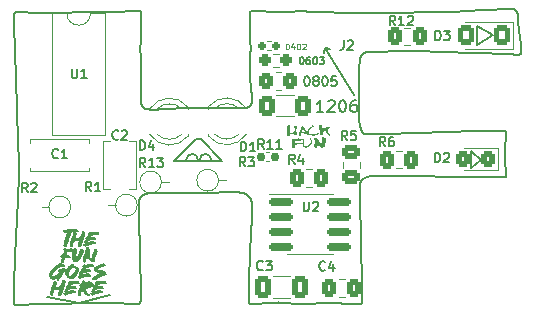
<source format=gbr>
%TF.GenerationSoftware,KiCad,Pcbnew,8.0.2*%
%TF.CreationDate,2024-09-30T00:20:34-04:00*%
%TF.ProjectId,solder_challenge_555,736f6c64-6572-45f6-9368-616c6c656e67,rev?*%
%TF.SameCoordinates,Original*%
%TF.FileFunction,Legend,Top*%
%TF.FilePolarity,Positive*%
%FSLAX46Y46*%
G04 Gerber Fmt 4.6, Leading zero omitted, Abs format (unit mm)*
G04 Created by KiCad (PCBNEW 8.0.2) date 2024-09-30 00:20:34*
%MOMM*%
%LPD*%
G01*
G04 APERTURE LIST*
G04 Aperture macros list*
%AMRoundRect*
0 Rectangle with rounded corners*
0 $1 Rounding radius*
0 $2 $3 $4 $5 $6 $7 $8 $9 X,Y pos of 4 corners*
0 Add a 4 corners polygon primitive as box body*
4,1,4,$2,$3,$4,$5,$6,$7,$8,$9,$2,$3,0*
0 Add four circle primitives for the rounded corners*
1,1,$1+$1,$2,$3*
1,1,$1+$1,$4,$5*
1,1,$1+$1,$6,$7*
1,1,$1+$1,$8,$9*
0 Add four rect primitives between the rounded corners*
20,1,$1+$1,$2,$3,$4,$5,0*
20,1,$1+$1,$4,$5,$6,$7,0*
20,1,$1+$1,$6,$7,$8,$9,0*
20,1,$1+$1,$8,$9,$2,$3,0*%
G04 Aperture macros list end*
%ADD10C,0.200000*%
%ADD11C,0.150000*%
%ADD12C,0.100000*%
%ADD13C,0.000000*%
%ADD14C,0.300000*%
%ADD15C,0.125000*%
%ADD16C,0.120000*%
%ADD17C,1.400000*%
%ADD18O,1.400000X1.400000*%
%ADD19C,1.600000*%
%ADD20RoundRect,0.160000X-0.197500X-0.160000X0.197500X-0.160000X0.197500X0.160000X-0.197500X0.160000X0*%
%ADD21RoundRect,0.250000X-0.475000X0.337500X-0.475000X-0.337500X0.475000X-0.337500X0.475000X0.337500X0*%
%ADD22RoundRect,0.250001X0.462499X0.624999X-0.462499X0.624999X-0.462499X-0.624999X0.462499X-0.624999X0*%
%ADD23RoundRect,0.250000X0.337500X0.475000X-0.337500X0.475000X-0.337500X-0.475000X0.337500X-0.475000X0*%
%ADD24R,2.400000X1.600000*%
%ADD25O,2.400000X1.600000*%
%ADD26RoundRect,0.250000X-0.350000X-0.450000X0.350000X-0.450000X0.350000X0.450000X-0.350000X0.450000X0*%
%ADD27RoundRect,0.237500X-0.250000X-0.237500X0.250000X-0.237500X0.250000X0.237500X-0.250000X0.237500X0*%
%ADD28RoundRect,0.155000X0.212500X0.155000X-0.212500X0.155000X-0.212500X-0.155000X0.212500X-0.155000X0*%
%ADD29RoundRect,0.250000X-0.337500X-0.475000X0.337500X-0.475000X0.337500X0.475000X-0.337500X0.475000X0*%
%ADD30RoundRect,0.250000X0.325000X0.450000X-0.325000X0.450000X-0.325000X-0.450000X0.325000X-0.450000X0*%
%ADD31RoundRect,0.250000X-0.400000X-0.625000X0.400000X-0.625000X0.400000X0.625000X-0.400000X0.625000X0*%
%ADD32RoundRect,0.150000X-0.825000X-0.150000X0.825000X-0.150000X0.825000X0.150000X-0.825000X0.150000X0*%
%ADD33R,1.800000X1.800000*%
%ADD34C,1.800000*%
%ADD35RoundRect,0.250000X-0.412500X-0.650000X0.412500X-0.650000X0.412500X0.650000X-0.412500X0.650000X0*%
%ADD36R,1.700000X1.700000*%
%ADD37O,1.700000X1.700000*%
%ADD38C,0.800000*%
%ADD39C,2.000000*%
G04 APERTURE END LIST*
D10*
X115526119Y-62636105D02*
X115525519Y-62632751D01*
X158104692Y-37934647D02*
X158117922Y-37961105D01*
X137901957Y-62567558D02*
X137892598Y-62571318D01*
D11*
X154730000Y-39170000D02*
X154730000Y-40760000D01*
D10*
X157160823Y-48276788D02*
X157161965Y-48281741D01*
X134076882Y-46130776D02*
X134376854Y-46136730D01*
X140159333Y-62684097D02*
X140155850Y-62684412D01*
X123954933Y-62596455D02*
X123655954Y-62591164D01*
X145039894Y-48141277D02*
X145046136Y-48148430D01*
X157186583Y-48097290D02*
X157190552Y-48109526D01*
X144988468Y-48072417D02*
X144989290Y-48073477D01*
X144838029Y-41971775D02*
X144834975Y-41981666D01*
X145146024Y-41453683D02*
X145140892Y-41457120D01*
D12*
X140730509Y-47565249D02*
X140731164Y-47564871D01*
D10*
X145114273Y-41477821D02*
X145109142Y-41481635D01*
X140086573Y-62689059D02*
X139755844Y-62683768D01*
X158096833Y-37922601D02*
X158100270Y-37928156D01*
X157191499Y-48386696D02*
X157191900Y-48394120D01*
X140240694Y-62688728D02*
X140228891Y-62688413D01*
X145498946Y-41332228D02*
X145497289Y-41330259D01*
X157174828Y-48244837D02*
X157172679Y-48245555D01*
X157165874Y-48249441D02*
X157164593Y-48250658D01*
X126772290Y-53357954D02*
X126744348Y-53363856D01*
X117400874Y-62731064D02*
X117327121Y-62734040D01*
X135603483Y-62686283D02*
X135599199Y-62685012D01*
X126194464Y-53757192D02*
X126186154Y-53772860D01*
X135711443Y-54550688D02*
X135704922Y-54422526D01*
X126382483Y-53529190D02*
X126370205Y-53539236D01*
X132905785Y-53261961D02*
X132773495Y-53267253D01*
X145365380Y-41374856D02*
X145360052Y-41376316D01*
X135595845Y-62684113D02*
X135594682Y-62683861D01*
X144883459Y-47856520D02*
X144901979Y-47906790D01*
X157175534Y-51934712D02*
X157175359Y-51935365D01*
X126721093Y-46182536D02*
X126758453Y-46193979D01*
X157177655Y-48086706D02*
X157180399Y-48090592D01*
X115949535Y-62802564D02*
X115940819Y-62806150D01*
X115539090Y-62685667D02*
X115538670Y-62684503D01*
X140362898Y-37937763D02*
X140363633Y-37938341D01*
X134051515Y-53233311D02*
X133974703Y-53232856D01*
X126758453Y-46193979D02*
X126797569Y-46204260D01*
X140359085Y-37934647D02*
X140359611Y-37935144D01*
X115675247Y-62792116D02*
X115670069Y-62790845D01*
X145484064Y-41323960D02*
X145481266Y-41324097D01*
X140144781Y-62686413D02*
X140131221Y-62686827D01*
X145375898Y-41371448D02*
X145365380Y-41374856D01*
X115633771Y-62779021D02*
X115609959Y-62765792D01*
D11*
X121020000Y-62650000D02*
X123660000Y-61940000D01*
D10*
X115853375Y-53862563D02*
X115919521Y-51751188D01*
X140444827Y-37985786D02*
X140451846Y-37987343D01*
X144971102Y-48044704D02*
X144982801Y-48063680D01*
X145039932Y-52145316D02*
X145039570Y-52145415D01*
X135540813Y-37943288D02*
X135540968Y-37942886D01*
X126269399Y-45559690D02*
X126274712Y-45600834D01*
X157143595Y-51949622D02*
X157132278Y-51953508D01*
X115690409Y-62796301D02*
X115680735Y-62793573D01*
X126119224Y-62657311D02*
X126092766Y-62670540D01*
X137992281Y-62563121D02*
X137991857Y-62561400D01*
X145021867Y-41565351D02*
X145017035Y-41572337D01*
X144895321Y-52324137D02*
X144890660Y-52332234D01*
X126209869Y-41215894D02*
X126211812Y-41239293D01*
X144825253Y-47647500D02*
X144851711Y-47758625D01*
X126279064Y-37962991D02*
X126281183Y-37966852D01*
X157175674Y-51934078D02*
X157175534Y-51934712D01*
X145250570Y-41399366D02*
X145235274Y-41405733D01*
X126881207Y-46221396D02*
X126927897Y-46228837D01*
X145078503Y-41505613D02*
X145077340Y-41506285D01*
X144957550Y-62614977D02*
X144955070Y-62618740D01*
X126092766Y-62670540D02*
X126066308Y-62681124D01*
X135609188Y-37902954D02*
X135614319Y-37900789D01*
X157193281Y-48118497D02*
X157194180Y-48121851D01*
X145023215Y-41563175D02*
X145021867Y-41565351D01*
X158416903Y-40681022D02*
X158464525Y-41069959D01*
X140366574Y-37940964D02*
X140367270Y-37941716D01*
X140397864Y-37966854D02*
X140404178Y-37970392D01*
X144867592Y-52380893D02*
X144846424Y-52436455D01*
X140163294Y-37879085D02*
X140221502Y-37889668D01*
X144817320Y-52555849D02*
X144815501Y-52569368D01*
X140173885Y-62683766D02*
X140166361Y-62683807D01*
X135452859Y-62616650D02*
X135451077Y-62614981D01*
X126293833Y-38027251D02*
X126272666Y-39477167D01*
X131040457Y-46097042D02*
X131497194Y-46091089D01*
X157080755Y-51965498D02*
X157014608Y-51973435D01*
X135434742Y-62591375D02*
X135434207Y-62589860D01*
X126309707Y-43146938D02*
X126308508Y-43519133D01*
X157866564Y-37736209D02*
X157903605Y-37749439D01*
X158104019Y-37933825D02*
X158104692Y-37934647D01*
X140410662Y-37973658D02*
X140417293Y-37976650D01*
X137980482Y-37982272D02*
X138827147Y-37947876D01*
X115580984Y-62743591D02*
X115577878Y-62740656D01*
X115549683Y-62706467D02*
X115545136Y-62697992D01*
X145295550Y-41386137D02*
X145283892Y-41388866D01*
X128434311Y-46205521D02*
X128724360Y-46188323D01*
X135561667Y-45874172D02*
X135573118Y-45858270D01*
X145290916Y-48316894D02*
X145325312Y-48327478D01*
X143661097Y-62675830D02*
X142891157Y-62604394D01*
X116020730Y-62783658D02*
X116020008Y-62782925D01*
X126238270Y-40569897D02*
X126209166Y-40969418D01*
X116250267Y-62805476D02*
X116028017Y-62813414D01*
X134827349Y-46131707D02*
X134907344Y-46127469D01*
X135543665Y-40630751D02*
X135498686Y-38379147D01*
X115586447Y-62749962D02*
X115586146Y-62749917D01*
X157175023Y-51936355D02*
X157174889Y-51936683D01*
X135620407Y-62691710D02*
X135608171Y-62687741D01*
X140368255Y-37942934D02*
X140368563Y-37943365D01*
X145424864Y-41348765D02*
X145415644Y-41353627D01*
X115694625Y-62797541D02*
X115690409Y-62796301D01*
X126264970Y-45516593D02*
X126269399Y-45559690D01*
X145203608Y-41419210D02*
X145166565Y-41440377D01*
X157985628Y-37797064D02*
X158009439Y-37815584D01*
X135657576Y-55869553D02*
X135684241Y-55494052D01*
X145465304Y-41328408D02*
X145458061Y-41331526D01*
X144962837Y-41649397D02*
X144923149Y-41723481D01*
X145075902Y-41506790D02*
X145074818Y-41507551D01*
X145080031Y-41504569D02*
X145078503Y-41505613D01*
X137974727Y-62543934D02*
X137972353Y-62543637D01*
X140155850Y-62684412D02*
X140154089Y-62684626D01*
X126505801Y-46068571D02*
X126531848Y-46088588D01*
X145076305Y-41506591D02*
X145075902Y-41506790D01*
X158459234Y-41509168D02*
X158450965Y-41518759D01*
X126282681Y-37969906D02*
X126283101Y-37970985D01*
X140417293Y-37976650D02*
X140424049Y-37979362D01*
X135680097Y-54196524D02*
X135661670Y-54097011D01*
X131497194Y-46091089D02*
X131924166Y-46089104D01*
X126190661Y-62596457D02*
X126166849Y-62622916D01*
X128619783Y-53303136D02*
X128098306Y-53285773D01*
X135573118Y-45858270D02*
X135584097Y-45841621D01*
X144982801Y-48063680D02*
X144987053Y-48070330D01*
X158067652Y-37876439D02*
X158083525Y-37900251D01*
X115545136Y-62697992D02*
X115542707Y-62693305D01*
X144814674Y-53719685D02*
X144994593Y-61194163D01*
X115533229Y-38143668D02*
X115543813Y-38114563D01*
X125648267Y-62694352D02*
X123954933Y-62596455D01*
X135618273Y-37898934D02*
X135619605Y-37898190D01*
X126861075Y-53343723D02*
X126830622Y-53347950D01*
X135679748Y-45469512D02*
X135680796Y-45429465D01*
X144814671Y-42075377D02*
X144798798Y-42175918D01*
X134667152Y-53268239D02*
X134607757Y-53261031D01*
X126287219Y-37985248D02*
X126288676Y-37990421D01*
D13*
G36*
X138886261Y-47556336D02*
G01*
X138887003Y-47556720D01*
X138888475Y-47557519D01*
X138889942Y-47558334D01*
X138891417Y-47559135D01*
X138892161Y-47559521D01*
X138892912Y-47559893D01*
X138893673Y-47560246D01*
X138894443Y-47560577D01*
X138895226Y-47560882D01*
X138896022Y-47561157D01*
X138896834Y-47561399D01*
X138897662Y-47561604D01*
X138899125Y-47561949D01*
X138900520Y-47562325D01*
X138901848Y-47562730D01*
X138903112Y-47563165D01*
X138904312Y-47563627D01*
X138905451Y-47564117D01*
X138906528Y-47564634D01*
X138907547Y-47565175D01*
X138908507Y-47565742D01*
X138909412Y-47566332D01*
X138910261Y-47566946D01*
X138911056Y-47567582D01*
X138911800Y-47568239D01*
X138912492Y-47568917D01*
X138913136Y-47569615D01*
X138913731Y-47570332D01*
X138914279Y-47571067D01*
X138914782Y-47571819D01*
X138915242Y-47572588D01*
X138915659Y-47573373D01*
X138916035Y-47574172D01*
X138916371Y-47574985D01*
X138916931Y-47576651D01*
X138917349Y-47578363D01*
X138917636Y-47580114D01*
X138917804Y-47581899D01*
X138917864Y-47583709D01*
X138918231Y-47629196D01*
X138918110Y-47640564D01*
X138917787Y-47651922D01*
X138917200Y-47663268D01*
X138916291Y-47674598D01*
X138914273Y-47692598D01*
X138911828Y-47710576D01*
X138906494Y-47746513D01*
X138904023Y-47764492D01*
X138901963Y-47782493D01*
X138900522Y-47800526D01*
X138900100Y-47809558D01*
X138899911Y-47818602D01*
X138899987Y-47827170D01*
X138900276Y-47835740D01*
X138901151Y-47852881D01*
X138901568Y-47861450D01*
X138901858Y-47870015D01*
X138901935Y-47878576D01*
X138901714Y-47887131D01*
X138899487Y-47928844D01*
X138896876Y-47970548D01*
X138891603Y-48053956D01*
X138891278Y-48061218D01*
X138891099Y-48068485D01*
X138890974Y-48083025D01*
X138890824Y-48097564D01*
X138890613Y-48104829D01*
X138890244Y-48112090D01*
X138889591Y-48121353D01*
X138888836Y-48130612D01*
X138887116Y-48149125D01*
X138883500Y-48186146D01*
X138883026Y-48192051D01*
X138882638Y-48197960D01*
X138881921Y-48209780D01*
X138885014Y-48209864D01*
X138885017Y-48209863D01*
X138886070Y-48194645D01*
X138888015Y-48194591D01*
X138890252Y-48227339D01*
X138892910Y-48227316D01*
X138895589Y-48227380D01*
X138900680Y-48227550D01*
X138902927Y-48227544D01*
X138903939Y-48227495D01*
X138904864Y-48227404D01*
X138905690Y-48227267D01*
X138906408Y-48227075D01*
X138907006Y-48226821D01*
X138907258Y-48226669D01*
X138907476Y-48226500D01*
X138908310Y-48225791D01*
X138909157Y-48225142D01*
X138910014Y-48224550D01*
X138910881Y-48224014D01*
X138911759Y-48223531D01*
X138912645Y-48223099D01*
X138913540Y-48222717D01*
X138914442Y-48222383D01*
X138915351Y-48222094D01*
X138916267Y-48221848D01*
X138918116Y-48221478D01*
X138919982Y-48221257D01*
X138921861Y-48221169D01*
X138923747Y-48221198D01*
X138925635Y-48221327D01*
X138927520Y-48221541D01*
X138929397Y-48221822D01*
X138933104Y-48222525D01*
X138936715Y-48223307D01*
X138943247Y-48224573D01*
X138949735Y-48225515D01*
X138956182Y-48226156D01*
X138962592Y-48226521D01*
X138968967Y-48226633D01*
X138975312Y-48226515D01*
X138981630Y-48226193D01*
X138987923Y-48225689D01*
X139000453Y-48224231D01*
X139012929Y-48222332D01*
X139037827Y-48217972D01*
X139046153Y-48216482D01*
X139054456Y-48214925D01*
X139062732Y-48213298D01*
X139070978Y-48211602D01*
X139082675Y-48209143D01*
X139088447Y-48207823D01*
X139094131Y-48206351D01*
X139096932Y-48205538D01*
X139099701Y-48204661D01*
X139102434Y-48203713D01*
X139105129Y-48202685D01*
X139107782Y-48201568D01*
X139110388Y-48200354D01*
X139112946Y-48199035D01*
X139115452Y-48197602D01*
X139116931Y-48196771D01*
X139118496Y-48196002D01*
X139120137Y-48195291D01*
X139121848Y-48194633D01*
X139123621Y-48194023D01*
X139125447Y-48193456D01*
X139127319Y-48192926D01*
X139129229Y-48192429D01*
X139133129Y-48191514D01*
X139137086Y-48190670D01*
X139144915Y-48189037D01*
X139160297Y-48185763D01*
X139175892Y-48182588D01*
X139208212Y-48176126D01*
X139197995Y-48168615D01*
X139267310Y-48158499D01*
X139269587Y-48121381D01*
X139273491Y-48056204D01*
X139276346Y-47991015D01*
X139277168Y-47958412D01*
X139277472Y-47925803D01*
X139277173Y-47893186D01*
X139276187Y-47860559D01*
X139271962Y-47751751D01*
X139268319Y-47642932D01*
X139268287Y-47640822D01*
X139268318Y-47638709D01*
X139268406Y-47636591D01*
X139268544Y-47634468D01*
X139268947Y-47630199D01*
X139269480Y-47625888D01*
X139270735Y-47617094D01*
X139271360Y-47612585D01*
X139271919Y-47607987D01*
X139303219Y-47614511D01*
X139317931Y-47617630D01*
X139332332Y-47620802D01*
X139333430Y-47621066D01*
X139334516Y-47621356D01*
X139335591Y-47621670D01*
X139336657Y-47622005D01*
X139338763Y-47622725D01*
X139340846Y-47623497D01*
X139344983Y-47625106D01*
X139347058Y-47625899D01*
X139349152Y-47626656D01*
X139351049Y-47627340D01*
X139352936Y-47628055D01*
X139356715Y-47629484D01*
X139358623Y-47630155D01*
X139360553Y-47630767D01*
X139361529Y-47631043D01*
X139362513Y-47631296D01*
X139363508Y-47631523D01*
X139364513Y-47631722D01*
X139372323Y-47633176D01*
X139380042Y-47634744D01*
X139387632Y-47636489D01*
X139395059Y-47638479D01*
X139398699Y-47639586D01*
X139402285Y-47640779D01*
X139405811Y-47642066D01*
X139409274Y-47643455D01*
X139412669Y-47644954D01*
X139415990Y-47646572D01*
X139419235Y-47648317D01*
X139422397Y-47650197D01*
X139423292Y-47650723D01*
X139424236Y-47651218D01*
X139425229Y-47651687D01*
X139426272Y-47652133D01*
X139427366Y-47652564D01*
X139428511Y-47652983D01*
X139430957Y-47653808D01*
X139436490Y-47655549D01*
X139439586Y-47656548D01*
X139442908Y-47657687D01*
X139445517Y-47710651D01*
X139446288Y-47709233D01*
X139446958Y-47707807D01*
X139447532Y-47706374D01*
X139448017Y-47704934D01*
X139448422Y-47703488D01*
X139448752Y-47702037D01*
X139449216Y-47699121D01*
X139449466Y-47696191D01*
X139449557Y-47693252D01*
X139449484Y-47687364D01*
X139449440Y-47681497D01*
X139449568Y-47678583D01*
X139449869Y-47675688D01*
X139450103Y-47674250D01*
X139450400Y-47672818D01*
X139450769Y-47671394D01*
X139451216Y-47669977D01*
X139451747Y-47668569D01*
X139452371Y-47667170D01*
X139453094Y-47665781D01*
X139453923Y-47664402D01*
X139458537Y-47664628D01*
X139461197Y-47698977D01*
X139462366Y-47716153D01*
X139462806Y-47724743D01*
X139463109Y-47733335D01*
X139463265Y-47742268D01*
X139463282Y-47751203D01*
X139463035Y-47769076D01*
X139462639Y-47786952D01*
X139462363Y-47804828D01*
X139462076Y-47839738D01*
X139461891Y-47848485D01*
X139461613Y-47857244D01*
X139461216Y-47866018D01*
X139460677Y-47874810D01*
X139457207Y-47841266D01*
X139455644Y-47824490D01*
X139455020Y-47816098D01*
X139454543Y-47807703D01*
X139454229Y-47799157D01*
X139454059Y-47790608D01*
X139454028Y-47773503D01*
X139454309Y-47739285D01*
X139448292Y-47739265D01*
X139448036Y-47783287D01*
X139447982Y-47805298D01*
X139448123Y-47827307D01*
X139448531Y-47849399D01*
X139449133Y-47871491D01*
X139450484Y-47915672D01*
X139445274Y-47915808D01*
X139439866Y-47863450D01*
X139436313Y-47863230D01*
X139436128Y-47864682D01*
X139435914Y-47866134D01*
X139435471Y-47869039D01*
X139435283Y-47870491D01*
X139435143Y-47871941D01*
X139435096Y-47872666D01*
X139435069Y-47873391D01*
X139435064Y-47874115D01*
X139435083Y-47874838D01*
X139436212Y-47907273D01*
X139436793Y-47939704D01*
X139436875Y-47972131D01*
X139436508Y-48004555D01*
X139435740Y-48036976D01*
X139434623Y-48069395D01*
X139431538Y-48134229D01*
X139431389Y-48136802D01*
X139431335Y-48138065D01*
X139431319Y-48139315D01*
X139431357Y-48140552D01*
X139431468Y-48141777D01*
X139431667Y-48142992D01*
X139431806Y-48143595D01*
X139431974Y-48144196D01*
X139432173Y-48144795D01*
X139432405Y-48145392D01*
X139432672Y-48145987D01*
X139432977Y-48146580D01*
X139433321Y-48147171D01*
X139433708Y-48147761D01*
X139434139Y-48148349D01*
X139434615Y-48148937D01*
X139435141Y-48149523D01*
X139435716Y-48150107D01*
X139436345Y-48150691D01*
X139437029Y-48151275D01*
X139437769Y-48151857D01*
X139438569Y-48152439D01*
X139439431Y-48153021D01*
X139440356Y-48153602D01*
X139444883Y-48156315D01*
X139446950Y-48157498D01*
X139448923Y-48158560D01*
X139450827Y-48159500D01*
X139452691Y-48160314D01*
X139454542Y-48161000D01*
X139456406Y-48161555D01*
X139458312Y-48161977D01*
X139459288Y-48162137D01*
X139460285Y-48162262D01*
X139461306Y-48162353D01*
X139462354Y-48162408D01*
X139464545Y-48162413D01*
X139466886Y-48162272D01*
X139469403Y-48161985D01*
X139472125Y-48161547D01*
X139475077Y-48160956D01*
X139475435Y-48160885D01*
X139475801Y-48160824D01*
X139476176Y-48160773D01*
X139476563Y-48160730D01*
X139477380Y-48160663D01*
X139478268Y-48160614D01*
X139480323Y-48160527D01*
X139481523Y-48160470D01*
X139482859Y-48160389D01*
X139476885Y-48169030D01*
X139501416Y-48173722D01*
X139501378Y-48176158D01*
X139501290Y-48178607D01*
X139501112Y-48183525D01*
X139501097Y-48185984D01*
X139501125Y-48187211D01*
X139501183Y-48188436D01*
X139501274Y-48189659D01*
X139501405Y-48190878D01*
X139501579Y-48192093D01*
X139501802Y-48193303D01*
X139501878Y-48193617D01*
X139501976Y-48193929D01*
X139502096Y-48194239D01*
X139502236Y-48194546D01*
X139502395Y-48194852D01*
X139502573Y-48195157D01*
X139502767Y-48195460D01*
X139502978Y-48195761D01*
X139503444Y-48196361D01*
X139503961Y-48196957D01*
X139504523Y-48197550D01*
X139505121Y-48198142D01*
X139505746Y-48198734D01*
X139506391Y-48199326D01*
X139507704Y-48200516D01*
X139508357Y-48201117D01*
X139508997Y-48201722D01*
X139509614Y-48202334D01*
X139510202Y-48202953D01*
X139505204Y-48210815D01*
X139503902Y-48212760D01*
X139502531Y-48214677D01*
X139501070Y-48216556D01*
X139499495Y-48218387D01*
X139497783Y-48220161D01*
X139495911Y-48221868D01*
X139494907Y-48222693D01*
X139493854Y-48223497D01*
X139492750Y-48224279D01*
X139491591Y-48225039D01*
X139490375Y-48225774D01*
X139489098Y-48226484D01*
X139487758Y-48227166D01*
X139486352Y-48227821D01*
X139484876Y-48228447D01*
X139483329Y-48229042D01*
X139481707Y-48229605D01*
X139480007Y-48230136D01*
X139477030Y-48231052D01*
X139474087Y-48232028D01*
X139468274Y-48234142D01*
X139462516Y-48236442D01*
X139456761Y-48238890D01*
X139445050Y-48244083D01*
X139438991Y-48246754D01*
X139432725Y-48249426D01*
X139432725Y-48382247D01*
X139435294Y-48374334D01*
X139437390Y-48366400D01*
X139439064Y-48358448D01*
X139440364Y-48350480D01*
X139441338Y-48342497D01*
X139442034Y-48334503D01*
X139442501Y-48326498D01*
X139442788Y-48318486D01*
X139443099Y-48286405D01*
X139443431Y-48270375D01*
X139443811Y-48262371D01*
X139444398Y-48254376D01*
X139449356Y-48254446D01*
X139449284Y-48286095D01*
X139449289Y-48301919D01*
X139449405Y-48317743D01*
X139450157Y-48366088D01*
X139451222Y-48414427D01*
X139451226Y-48415280D01*
X139451190Y-48416102D01*
X139451107Y-48416891D01*
X139450970Y-48417646D01*
X139450880Y-48418009D01*
X139450774Y-48418363D01*
X139450652Y-48418706D01*
X139450512Y-48419040D01*
X139450354Y-48419362D01*
X139450176Y-48419674D01*
X139449980Y-48419974D01*
X139449762Y-48420263D01*
X139449524Y-48420540D01*
X139449263Y-48420805D01*
X139448979Y-48421058D01*
X139448671Y-48421297D01*
X139448339Y-48421524D01*
X139447981Y-48421737D01*
X139447598Y-48421936D01*
X139447187Y-48422121D01*
X139446748Y-48422292D01*
X139446281Y-48422449D01*
X139445785Y-48422590D01*
X139445258Y-48422716D01*
X139444700Y-48422827D01*
X139444111Y-48422921D01*
X139443489Y-48423000D01*
X139442833Y-48423062D01*
X139378426Y-48428282D01*
X139346203Y-48430737D01*
X139313944Y-48432904D01*
X139310396Y-48433041D01*
X139307037Y-48433008D01*
X139303864Y-48432804D01*
X139300871Y-48432431D01*
X139298055Y-48431890D01*
X139295410Y-48431181D01*
X139292932Y-48430306D01*
X139290618Y-48429265D01*
X139288461Y-48428059D01*
X139286458Y-48426689D01*
X139284604Y-48425157D01*
X139282895Y-48423462D01*
X139281326Y-48421606D01*
X139279892Y-48419589D01*
X139278590Y-48417413D01*
X139277415Y-48415078D01*
X139275941Y-48411773D01*
X139274568Y-48408458D01*
X139273297Y-48405135D01*
X139272131Y-48401802D01*
X139271071Y-48398458D01*
X139270120Y-48395103D01*
X139269279Y-48391737D01*
X139268551Y-48388358D01*
X139267937Y-48384966D01*
X139267439Y-48381560D01*
X139267060Y-48378140D01*
X139266801Y-48374706D01*
X139266664Y-48371255D01*
X139266651Y-48367789D01*
X139266765Y-48364305D01*
X139267006Y-48360805D01*
X139267875Y-48350017D01*
X139268613Y-48339225D01*
X139269805Y-48317628D01*
X139271776Y-48274419D01*
X139271802Y-48273692D01*
X139271810Y-48272961D01*
X139271778Y-48271479D01*
X139271693Y-48269950D01*
X139271568Y-48268351D01*
X139271247Y-48264854D01*
X139271078Y-48262911D01*
X139270920Y-48260808D01*
X139264732Y-48261044D01*
X139258615Y-48261458D01*
X139252561Y-48262028D01*
X139246564Y-48262728D01*
X139234707Y-48264423D01*
X139222982Y-48266349D01*
X139211329Y-48268313D01*
X139199687Y-48270120D01*
X139187995Y-48271578D01*
X139182111Y-48272115D01*
X139176192Y-48272492D01*
X139164426Y-48273142D01*
X139152674Y-48273924D01*
X139129198Y-48275756D01*
X139082256Y-48279586D01*
X138986125Y-48286162D01*
X138890561Y-48293139D01*
X138890273Y-48296439D01*
X138889970Y-48299691D01*
X138889835Y-48301305D01*
X138889723Y-48302912D01*
X138889642Y-48304516D01*
X138889603Y-48306118D01*
X138887958Y-48465667D01*
X138887899Y-48467137D01*
X138887758Y-48468588D01*
X138887536Y-48470019D01*
X138887234Y-48471429D01*
X138886854Y-48472819D01*
X138886396Y-48474186D01*
X138885861Y-48475531D01*
X138885252Y-48476852D01*
X138884568Y-48478150D01*
X138883812Y-48479423D01*
X138882984Y-48480671D01*
X138882086Y-48481893D01*
X138881119Y-48483089D01*
X138880083Y-48484257D01*
X138878981Y-48485397D01*
X138877813Y-48486509D01*
X138876581Y-48487591D01*
X138875286Y-48488643D01*
X138873928Y-48489665D01*
X138872509Y-48490655D01*
X138871031Y-48491614D01*
X138869494Y-48492540D01*
X138866250Y-48494290D01*
X138862785Y-48495902D01*
X138859111Y-48497369D01*
X138855235Y-48498687D01*
X138851168Y-48499850D01*
X138846818Y-48500972D01*
X138842501Y-48502009D01*
X138840348Y-48502473D01*
X138838194Y-48502888D01*
X138836037Y-48503244D01*
X138833873Y-48503533D01*
X138831701Y-48503746D01*
X138829517Y-48503872D01*
X138827318Y-48503903D01*
X138825101Y-48503830D01*
X138822863Y-48503643D01*
X138820602Y-48503333D01*
X138818314Y-48502890D01*
X138815997Y-48502307D01*
X138815660Y-48502225D01*
X138815309Y-48502164D01*
X138814947Y-48502123D01*
X138814574Y-48502098D01*
X138814192Y-48502089D01*
X138813802Y-48502094D01*
X138813406Y-48502109D01*
X138813004Y-48502134D01*
X138812192Y-48502203D01*
X138811374Y-48502286D01*
X138810563Y-48502365D01*
X138809769Y-48502427D01*
X138761689Y-48505578D01*
X138737641Y-48506952D01*
X138725609Y-48507466D01*
X138713570Y-48507815D01*
X138706727Y-48507843D01*
X138699857Y-48507651D01*
X138692973Y-48507267D01*
X138686088Y-48506714D01*
X138679216Y-48506019D01*
X138672370Y-48505206D01*
X138658804Y-48503329D01*
X138657410Y-48503094D01*
X138656078Y-48502812D01*
X138654807Y-48502485D01*
X138653594Y-48502116D01*
X138652439Y-48501706D01*
X138651339Y-48501256D01*
X138650292Y-48500769D01*
X138649296Y-48500247D01*
X138648348Y-48499691D01*
X138647449Y-48499103D01*
X138646594Y-48498486D01*
X138645783Y-48497840D01*
X138645013Y-48497169D01*
X138644282Y-48496473D01*
X138643589Y-48495754D01*
X138642932Y-48495015D01*
X138641715Y-48493482D01*
X138640618Y-48491889D01*
X138639623Y-48490251D01*
X138638716Y-48488581D01*
X138637881Y-48486896D01*
X138637103Y-48485210D01*
X138635653Y-48481893D01*
X138635085Y-48480496D01*
X138634580Y-48479078D01*
X138634136Y-48477640D01*
X138633752Y-48476185D01*
X138633426Y-48474716D01*
X138633156Y-48473236D01*
X138632941Y-48471746D01*
X138632777Y-48470249D01*
X138632664Y-48468748D01*
X138632601Y-48467244D01*
X138632584Y-48465741D01*
X138632612Y-48464241D01*
X138632684Y-48462746D01*
X138632798Y-48461259D01*
X138632952Y-48459782D01*
X138633144Y-48458318D01*
X138634872Y-48445205D01*
X138636298Y-48432087D01*
X138638356Y-48405840D01*
X138639548Y-48379581D01*
X138640102Y-48353312D01*
X138640542Y-48248208D01*
X138640910Y-48234798D01*
X138641451Y-48221389D01*
X138642885Y-48194577D01*
X138644503Y-48167765D01*
X138645964Y-48140951D01*
X138646158Y-48135739D01*
X138646266Y-48130526D01*
X138646346Y-48120096D01*
X138646442Y-48109666D01*
X138646571Y-48104453D01*
X138646794Y-48099243D01*
X138650497Y-48037448D01*
X138652331Y-48006550D01*
X138653872Y-47975647D01*
X138655257Y-47943246D01*
X138656461Y-47910838D01*
X138657221Y-47878430D01*
X138657352Y-47862228D01*
X138657274Y-47846028D01*
X138657436Y-47827165D01*
X138658300Y-47808346D01*
X138659751Y-47789561D01*
X138661676Y-47770804D01*
X138663959Y-47752067D01*
X138666487Y-47733342D01*
X138671822Y-47695899D01*
X138674248Y-47678195D01*
X138676583Y-47660362D01*
X138681283Y-47623832D01*
X138687538Y-47655105D01*
X138691717Y-47654890D01*
X138692585Y-47649187D01*
X138693033Y-47646337D01*
X138693523Y-47643490D01*
X138693608Y-47642927D01*
X138693669Y-47642338D01*
X138693745Y-47641113D01*
X138693804Y-47639862D01*
X138693843Y-47639243D01*
X138693899Y-47638636D01*
X138693977Y-47638047D01*
X138694084Y-47637483D01*
X138694228Y-47636949D01*
X138694414Y-47636451D01*
X138694525Y-47636218D01*
X138694649Y-47635996D01*
X138694787Y-47635787D01*
X138694940Y-47635590D01*
X138695109Y-47635407D01*
X138695294Y-47635239D01*
X138695496Y-47635086D01*
X138695717Y-47634949D01*
X138696821Y-47634298D01*
X138697834Y-47633634D01*
X138698759Y-47632958D01*
X138699600Y-47632271D01*
X138700361Y-47631572D01*
X138701046Y-47630863D01*
X138701658Y-47630143D01*
X138702201Y-47629414D01*
X138702679Y-47628676D01*
X138703096Y-47627929D01*
X138703455Y-47627174D01*
X138703759Y-47626412D01*
X138704014Y-47625643D01*
X138704221Y-47624867D01*
X138704386Y-47624086D01*
X138704512Y-47623299D01*
X138704602Y-47622507D01*
X138704660Y-47621710D01*
X138704696Y-47620106D01*
X138704650Y-47618492D01*
X138704551Y-47616869D01*
X138704314Y-47613621D01*
X138704235Y-47612003D01*
X138704223Y-47610394D01*
X138704263Y-47609255D01*
X138704339Y-47608150D01*
X138704453Y-47607081D01*
X138704604Y-47606045D01*
X138704793Y-47605041D01*
X138705022Y-47604069D01*
X138705292Y-47603127D01*
X138705602Y-47602216D01*
X138705955Y-47601333D01*
X138706350Y-47600478D01*
X138706788Y-47599650D01*
X138707271Y-47598847D01*
X138707799Y-47598070D01*
X138708372Y-47597317D01*
X138708993Y-47596587D01*
X138709661Y-47595879D01*
X138710378Y-47595193D01*
X138711143Y-47594526D01*
X138711959Y-47593879D01*
X138712825Y-47593251D01*
X138713743Y-47592640D01*
X138714714Y-47592045D01*
X138715737Y-47591466D01*
X138716815Y-47590902D01*
X138719136Y-47589813D01*
X138721683Y-47588772D01*
X138724462Y-47587770D01*
X138727480Y-47586801D01*
X138737938Y-47583823D01*
X138748517Y-47581188D01*
X138759208Y-47578851D01*
X138769996Y-47576766D01*
X138780872Y-47574887D01*
X138791821Y-47573168D01*
X138813895Y-47570029D01*
X138818313Y-47569536D01*
X138822961Y-47569113D01*
X138827710Y-47568597D01*
X138830083Y-47568253D01*
X138832434Y-47567825D01*
X138834746Y-47567293D01*
X138837004Y-47566636D01*
X138839192Y-47565834D01*
X138841295Y-47564867D01*
X138842308Y-47564315D01*
X138843295Y-47563714D01*
X138844252Y-47563061D01*
X138845177Y-47562354D01*
X138846069Y-47561591D01*
X138846926Y-47560769D01*
X138847745Y-47559885D01*
X138848524Y-47558937D01*
X138849824Y-47559776D01*
X138851106Y-47560512D01*
X138852372Y-47561148D01*
X138853623Y-47561691D01*
X138854859Y-47562143D01*
X138856081Y-47562509D01*
X138857291Y-47562794D01*
X138858488Y-47563002D01*
X138859673Y-47563136D01*
X138860848Y-47563202D01*
X138862012Y-47563203D01*
X138863168Y-47563144D01*
X138864315Y-47563030D01*
X138865454Y-47562864D01*
X138867712Y-47562395D01*
X138869949Y-47561771D01*
X138872170Y-47561027D01*
X138876590Y-47559316D01*
X138881021Y-47557538D01*
X138883256Y-47556710D01*
X138885512Y-47555967D01*
X138886261Y-47556336D01*
G37*
D10*
X135567645Y-44142309D02*
X135543006Y-43837831D01*
X116023903Y-62788436D02*
X116022726Y-62786295D01*
X157088690Y-48036436D02*
X157117792Y-48044373D01*
X126203021Y-53741780D02*
X126194464Y-53757192D01*
X145488017Y-41324461D02*
X145486046Y-41324085D01*
D11*
X154730000Y-40760000D02*
X156040000Y-39970000D01*
D10*
X126338274Y-45841306D02*
X126351354Y-45869892D01*
X135608171Y-62687741D02*
X135603483Y-62686283D01*
X140111708Y-62687736D02*
X140086573Y-62689059D01*
X137869352Y-62588521D02*
X137872000Y-62588521D01*
X145217106Y-48283521D02*
X145223158Y-48286219D01*
X145199616Y-52037230D02*
X145196941Y-52038729D01*
X135474888Y-62636147D02*
X135463974Y-62626556D01*
X134271036Y-53238148D02*
X134126838Y-53234510D01*
X157191900Y-48394120D02*
X157191877Y-48401559D01*
D13*
G36*
X140605978Y-48665158D02*
G01*
X140616327Y-48667246D01*
X140626539Y-48669448D01*
X140627238Y-48669616D01*
X140627945Y-48669808D01*
X140628656Y-48670022D01*
X140629366Y-48670259D01*
X140630072Y-48670516D01*
X140630770Y-48670793D01*
X140631456Y-48671090D01*
X140632127Y-48671404D01*
X140632778Y-48671736D01*
X140633406Y-48672085D01*
X140634007Y-48672449D01*
X140634577Y-48672828D01*
X140635112Y-48673222D01*
X140635609Y-48673628D01*
X140636064Y-48674046D01*
X140636472Y-48674476D01*
X140642744Y-48681344D01*
X140649178Y-48688143D01*
X140655561Y-48694962D01*
X140658668Y-48698406D01*
X140661683Y-48701890D01*
X140664580Y-48705423D01*
X140667332Y-48709016D01*
X140669912Y-48712682D01*
X140672295Y-48716431D01*
X140674454Y-48720275D01*
X140676362Y-48724224D01*
X140677214Y-48726242D01*
X140677994Y-48728290D01*
X140678697Y-48730371D01*
X140679322Y-48732484D01*
X140717719Y-48869163D01*
X140725268Y-48897174D01*
X140728802Y-48911210D01*
X140731960Y-48925284D01*
X140733348Y-48932339D01*
X140734580Y-48939410D01*
X140735638Y-48946497D01*
X140736500Y-48953602D01*
X140737147Y-48960726D01*
X140737558Y-48967873D01*
X140737713Y-48975043D01*
X140737592Y-48982237D01*
X140737140Y-48992356D01*
X140736528Y-49002458D01*
X140735748Y-49012547D01*
X140734795Y-49022628D01*
X140733662Y-49032707D01*
X140732344Y-49042787D01*
X140730834Y-49052873D01*
X140729126Y-49062970D01*
X140728398Y-49066677D01*
X140727556Y-49070357D01*
X140726616Y-49074012D01*
X140725595Y-49077646D01*
X140723371Y-49084865D01*
X140721011Y-49092042D01*
X140718643Y-49099207D01*
X140716395Y-49106387D01*
X140715355Y-49109992D01*
X140714394Y-49113611D01*
X140713526Y-49117249D01*
X140712767Y-49120908D01*
X140711085Y-49128589D01*
X140708995Y-49136149D01*
X140706510Y-49143589D01*
X140703647Y-49150911D01*
X140700420Y-49158120D01*
X140696844Y-49165215D01*
X140692934Y-49172201D01*
X140688705Y-49179078D01*
X140684172Y-49185850D01*
X140679350Y-49192519D01*
X140674253Y-49199086D01*
X140668898Y-49205555D01*
X140663298Y-49211927D01*
X140657468Y-49218205D01*
X140651424Y-49224391D01*
X140645181Y-49230487D01*
X140631531Y-49243303D01*
X140617622Y-49255973D01*
X140603498Y-49268521D01*
X140589202Y-49280968D01*
X140560265Y-49305657D01*
X140531155Y-49330225D01*
X140514481Y-49344161D01*
X140506022Y-49351060D01*
X140497454Y-49357885D01*
X140488759Y-49364613D01*
X140479916Y-49371223D01*
X140470905Y-49377694D01*
X140461706Y-49384004D01*
X140446490Y-49394152D01*
X140431103Y-49404155D01*
X140415390Y-49413831D01*
X140407362Y-49418489D01*
X140399195Y-49422996D01*
X140390868Y-49427331D01*
X140382363Y-49431470D01*
X140373660Y-49435390D01*
X140364739Y-49439069D01*
X140355582Y-49442483D01*
X140346168Y-49445611D01*
X140336479Y-49448429D01*
X140326495Y-49450914D01*
X140306064Y-49455773D01*
X140285668Y-49460737D01*
X140275444Y-49463131D01*
X140265183Y-49465399D01*
X140254868Y-49467489D01*
X140244483Y-49469351D01*
X140234256Y-49470890D01*
X140223940Y-49472072D01*
X140218762Y-49472503D01*
X140213577Y-49472811D01*
X140208391Y-49472986D01*
X140203209Y-49473017D01*
X140198036Y-49472893D01*
X140192878Y-49472603D01*
X140187740Y-49472136D01*
X140182627Y-49471481D01*
X140177544Y-49470627D01*
X140172496Y-49469563D01*
X140167490Y-49468278D01*
X140162529Y-49466760D01*
X140152034Y-49463244D01*
X140141647Y-49459623D01*
X140131418Y-49455807D01*
X140121398Y-49451703D01*
X140116483Y-49449516D01*
X140111638Y-49447223D01*
X140106872Y-49444814D01*
X140102189Y-49442276D01*
X140097596Y-49439599D01*
X140093100Y-49436771D01*
X140088707Y-49433781D01*
X140084423Y-49430617D01*
X140073700Y-49422024D01*
X140063588Y-49413229D01*
X140054077Y-49404234D01*
X140045154Y-49395044D01*
X140036808Y-49385658D01*
X140029026Y-49376081D01*
X140021797Y-49366314D01*
X140015108Y-49356360D01*
X140008948Y-49346221D01*
X140003305Y-49335900D01*
X139998167Y-49325398D01*
X139993522Y-49314719D01*
X139989359Y-49303865D01*
X139985664Y-49292838D01*
X139982427Y-49281640D01*
X139979636Y-49270274D01*
X139974330Y-49247074D01*
X139968930Y-49224055D01*
X139958304Y-49179177D01*
X139927722Y-49182520D01*
X139920113Y-49183293D01*
X139912507Y-49183958D01*
X139904900Y-49184474D01*
X139897287Y-49184798D01*
X139889669Y-49184900D01*
X139882042Y-49184808D01*
X139874408Y-49184567D01*
X139866767Y-49184220D01*
X139851479Y-49183389D01*
X139836192Y-49182668D01*
X139834048Y-49182606D01*
X139831901Y-49182570D01*
X139827602Y-49182570D01*
X139823301Y-49182643D01*
X139819006Y-49182768D01*
X139712400Y-49186056D01*
X139659110Y-49187873D01*
X139605857Y-49190119D01*
X139555120Y-49192847D01*
X139504421Y-49196021D01*
X139403054Y-49202711D01*
X139296480Y-49209484D01*
X139296053Y-49211934D01*
X139295610Y-49214258D01*
X139294757Y-49218602D01*
X139294390Y-49220658D01*
X139294091Y-49222660D01*
X139293973Y-49223647D01*
X139293879Y-49224628D01*
X139293813Y-49225604D01*
X139293777Y-49226579D01*
X139293506Y-49250433D01*
X139293723Y-49274268D01*
X139294485Y-49298079D01*
X139295849Y-49321866D01*
X139297872Y-49345625D01*
X139300611Y-49369356D01*
X139304123Y-49393054D01*
X139308465Y-49416720D01*
X139311486Y-49432381D01*
X139314298Y-49448064D01*
X139319729Y-49479453D01*
X139319902Y-49480595D01*
X139320012Y-49481704D01*
X139320060Y-49482779D01*
X139320048Y-49483821D01*
X139319974Y-49484828D01*
X139319840Y-49485801D01*
X139319646Y-49486741D01*
X139319393Y-49487645D01*
X139319082Y-49488515D01*
X139318711Y-49489351D01*
X139318283Y-49490151D01*
X139317798Y-49490917D01*
X139317256Y-49491647D01*
X139316658Y-49492343D01*
X139316003Y-49493002D01*
X139315294Y-49493626D01*
X139314529Y-49494215D01*
X139313711Y-49494767D01*
X139312838Y-49495284D01*
X139311912Y-49495764D01*
X139310933Y-49496208D01*
X139309902Y-49496615D01*
X139308819Y-49496986D01*
X139307685Y-49497319D01*
X139306500Y-49497616D01*
X139305264Y-49497876D01*
X139303979Y-49498099D01*
X139302644Y-49498284D01*
X139301260Y-49498432D01*
X139299828Y-49498542D01*
X139298348Y-49498614D01*
X139296821Y-49498648D01*
X139293006Y-49498744D01*
X139289192Y-49498943D01*
X139285380Y-49499223D01*
X139281568Y-49499561D01*
X139273946Y-49500312D01*
X139266322Y-49501011D01*
X139219031Y-49505208D01*
X139207204Y-49506178D01*
X139195371Y-49507013D01*
X139183531Y-49507664D01*
X139171680Y-49508078D01*
X139163491Y-49508109D01*
X139155281Y-49507849D01*
X139147058Y-49507345D01*
X139138831Y-49506641D01*
X139130609Y-49505784D01*
X139122401Y-49504820D01*
X139106065Y-49502753D01*
X139103853Y-49502401D01*
X139101745Y-49501923D01*
X139099744Y-49501326D01*
X139097850Y-49500614D01*
X139096065Y-49499793D01*
X139094389Y-49498869D01*
X139092826Y-49497848D01*
X139091375Y-49496734D01*
X139090038Y-49495534D01*
X139088817Y-49494252D01*
X139087712Y-49492896D01*
X139086725Y-49491469D01*
X139085858Y-49489977D01*
X139085112Y-49488427D01*
X139084488Y-49486824D01*
X139083987Y-49485172D01*
X139082735Y-49480641D01*
X139081376Y-49476130D01*
X139078425Y-49467148D01*
X139072276Y-49449223D01*
X139069461Y-49440209D01*
X139068202Y-49435674D01*
X139067075Y-49431114D01*
X139066102Y-49426524D01*
X139065309Y-49421901D01*
X139064720Y-49417239D01*
X139064357Y-49412535D01*
X139063433Y-49396900D01*
X139062290Y-49381272D01*
X139059572Y-49350027D01*
X139056644Y-49318786D01*
X139053946Y-49287537D01*
X139051009Y-49244948D01*
X139048360Y-49202343D01*
X139045272Y-49159767D01*
X139043338Y-49138505D01*
X139041023Y-49117268D01*
X139037270Y-49078905D01*
X139035030Y-49040553D01*
X139034064Y-49002209D01*
X139034133Y-48963871D01*
X139034999Y-48925535D01*
X139036424Y-48887199D01*
X139039996Y-48810516D01*
X139040075Y-48808047D01*
X139040089Y-48805577D01*
X139040042Y-48803105D01*
X139039942Y-48800632D01*
X139039607Y-48795681D01*
X139039135Y-48790728D01*
X139037991Y-48780817D01*
X139037423Y-48775862D01*
X139036926Y-48770911D01*
X139036733Y-48769101D01*
X139036495Y-48767294D01*
X139035951Y-48763682D01*
X139035683Y-48761877D01*
X139035441Y-48760070D01*
X139035245Y-48758262D01*
X139035112Y-48756453D01*
X139035058Y-48754820D01*
X139035074Y-48753234D01*
X139035158Y-48751694D01*
X139035311Y-48750200D01*
X139035533Y-48748752D01*
X139035825Y-48747350D01*
X139036187Y-48745995D01*
X139036619Y-48744686D01*
X139037121Y-48743424D01*
X139037693Y-48742209D01*
X139038337Y-48741040D01*
X139039051Y-48739918D01*
X139039837Y-48738842D01*
X139040695Y-48737814D01*
X139041624Y-48736833D01*
X139042625Y-48735899D01*
X139043699Y-48735012D01*
X139044845Y-48734172D01*
X139046064Y-48733379D01*
X139047356Y-48732634D01*
X139048722Y-48731937D01*
X139050161Y-48731287D01*
X139051674Y-48730684D01*
X139053261Y-48730130D01*
X139054922Y-48729623D01*
X139056658Y-48729164D01*
X139058469Y-48728753D01*
X139060355Y-48728390D01*
X139062316Y-48728075D01*
X139064353Y-48727808D01*
X139066465Y-48727589D01*
X139068654Y-48727419D01*
X139081316Y-48726784D01*
X139093924Y-48726546D01*
X139106490Y-48726708D01*
X139119024Y-48727273D01*
X139131534Y-48728243D01*
X139144032Y-48729623D01*
X139156528Y-48731414D01*
X139169031Y-48733620D01*
X139174158Y-48734553D01*
X139179313Y-48735375D01*
X139189699Y-48736695D01*
X139200177Y-48737580D01*
X139210733Y-48738034D01*
X139221354Y-48738059D01*
X139232027Y-48737657D01*
X139242739Y-48736832D01*
X139253476Y-48735584D01*
X139302149Y-48728812D01*
X139350907Y-48722403D01*
X139375381Y-48719660D01*
X139399951Y-48717398D01*
X139424642Y-48715747D01*
X139449479Y-48714836D01*
X139451256Y-48714765D01*
X139453031Y-48714625D01*
X139454803Y-48714425D01*
X139456573Y-48714171D01*
X139458341Y-48713869D01*
X139460108Y-48713528D01*
X139463639Y-48712752D01*
X139470697Y-48711025D01*
X139474229Y-48710184D01*
X139477766Y-48709432D01*
X139526154Y-48699883D01*
X139550380Y-48695201D01*
X139574678Y-48690746D01*
X139584530Y-48689063D01*
X139594383Y-48687617D01*
X139599304Y-48687041D01*
X139604221Y-48686596D01*
X139609130Y-48686303D01*
X139614031Y-48686187D01*
X139618921Y-48686272D01*
X139623799Y-48686579D01*
X139628663Y-48687134D01*
X139633511Y-48687959D01*
X139638342Y-48689079D01*
X139643153Y-48690515D01*
X139647944Y-48692293D01*
X139652712Y-48694434D01*
X139653945Y-48694994D01*
X139655232Y-48695495D01*
X139656569Y-48695943D01*
X139657950Y-48696343D01*
X139659369Y-48696701D01*
X139660822Y-48697022D01*
X139663807Y-48697573D01*
X139676021Y-48699331D01*
X139713016Y-48705097D01*
X139731480Y-48708064D01*
X139740672Y-48709663D01*
X139749824Y-48711374D01*
X139768608Y-48715237D01*
X139787281Y-48719418D01*
X139805875Y-48723809D01*
X139824419Y-48728302D01*
X139828675Y-48729396D01*
X139832891Y-48730581D01*
X139837075Y-48731835D01*
X139841239Y-48733137D01*
X139849544Y-48735796D01*
X139857885Y-48738382D01*
X139865104Y-48740497D01*
X139872642Y-48742657D01*
X139889817Y-48747545D01*
X139890384Y-48748218D01*
X139890928Y-48748944D01*
X139891437Y-48749721D01*
X139891900Y-48750547D01*
X139892111Y-48750979D01*
X139892307Y-48751422D01*
X139892485Y-48751877D01*
X139892645Y-48752342D01*
X139892784Y-48752820D01*
X139892903Y-48753308D01*
X139892998Y-48753806D01*
X139893070Y-48754315D01*
X139893116Y-48754835D01*
X139893135Y-48755364D01*
X139893125Y-48755903D01*
X139893086Y-48756452D01*
X139893016Y-48757010D01*
X139892912Y-48757578D01*
X139892775Y-48758154D01*
X139892603Y-48758740D01*
X139892393Y-48759333D01*
X139892146Y-48759935D01*
X139891858Y-48760546D01*
X139891530Y-48761164D01*
X139891159Y-48761790D01*
X139890744Y-48762423D01*
X139890284Y-48763063D01*
X139889777Y-48763711D01*
X139889371Y-48764257D01*
X139888988Y-48764868D01*
X139888631Y-48765531D01*
X139888305Y-48766235D01*
X139888014Y-48766969D01*
X139887760Y-48767720D01*
X139887548Y-48768477D01*
X139887381Y-48769228D01*
X139887263Y-48769961D01*
X139887198Y-48770665D01*
X139887189Y-48771329D01*
X139887240Y-48771939D01*
X139887289Y-48772221D01*
X139887355Y-48772485D01*
X139887437Y-48772731D01*
X139887537Y-48772955D01*
X139887655Y-48773158D01*
X139887791Y-48773337D01*
X139887946Y-48773492D01*
X139888120Y-48773620D01*
X139889030Y-48774218D01*
X139889870Y-48774829D01*
X139890644Y-48775454D01*
X139891355Y-48776090D01*
X139892003Y-48776739D01*
X139892592Y-48777397D01*
X139893124Y-48778066D01*
X139893601Y-48778743D01*
X139894026Y-48779428D01*
X139894401Y-48780121D01*
X139894729Y-48780820D01*
X139895011Y-48781525D01*
X139895250Y-48782234D01*
X139895449Y-48782947D01*
X139895609Y-48783664D01*
X139895734Y-48784383D01*
X139895825Y-48785103D01*
X139895884Y-48785824D01*
X139895920Y-48787264D01*
X139895859Y-48788697D01*
X139895720Y-48790116D01*
X139895523Y-48791514D01*
X139895286Y-48792885D01*
X139894766Y-48795518D01*
X139893583Y-48801007D01*
X139892222Y-48806496D01*
X139890672Y-48811971D01*
X139888919Y-48817416D01*
X139886952Y-48822815D01*
X139885884Y-48825493D01*
X139884757Y-48828154D01*
X139883571Y-48830796D01*
X139882323Y-48833418D01*
X139881012Y-48836016D01*
X139879637Y-48838590D01*
X139878795Y-48840005D01*
X139877875Y-48841339D01*
X139876879Y-48842594D01*
X139875811Y-48843772D01*
X139874675Y-48844878D01*
X139873473Y-48845914D01*
X139872209Y-48846882D01*
X139870886Y-48847786D01*
X139869508Y-48848629D01*
X139868077Y-48849414D01*
X139866597Y-48850144D01*
X139865071Y-48850821D01*
X139861895Y-48852031D01*
X139858575Y-48853067D01*
X139855137Y-48853952D01*
X139851606Y-48854712D01*
X139848010Y-48855369D01*
X139844374Y-48855947D01*
X139829955Y-48857943D01*
X139819446Y-48859420D01*
X139808897Y-48860766D01*
X139787705Y-48863114D01*
X139766431Y-48865083D01*
X139745126Y-48866768D01*
X139718938Y-48868620D01*
X139692715Y-48870249D01*
X139666466Y-48871564D01*
X139640201Y-48872471D01*
X139537456Y-48874513D01*
X139434688Y-48876105D01*
X139434376Y-48876102D01*
X139434056Y-48876090D01*
X139433733Y-48876074D01*
X139433413Y-48876063D01*
X139433255Y-48876061D01*
X139433099Y-48876062D01*
X139432947Y-48876068D01*
X139432799Y-48876080D01*
X139432654Y-48876097D01*
X139432515Y-48876122D01*
X139432381Y-48876155D01*
X139432253Y-48876196D01*
X139427098Y-48877920D01*
X139421889Y-48879275D01*
X139416633Y-48880303D01*
X139411336Y-48881046D01*
X139406005Y-48881546D01*
X139400644Y-48881844D01*
X139395260Y-48881984D01*
X139389859Y-48882005D01*
X139368208Y-48881755D01*
X139362814Y-48881818D01*
X139357439Y-48882014D01*
X139352089Y-48882386D01*
X139346772Y-48882976D01*
X139346470Y-48883012D01*
X139346166Y-48883041D01*
X139345861Y-48883065D01*
X139345555Y-48883086D01*
X139344941Y-48883124D01*
X139344634Y-48883145D01*
X139344328Y-48883169D01*
X139331851Y-48884329D01*
X139326721Y-48884950D01*
X139322266Y-48885652D01*
X139318436Y-48886475D01*
X139316740Y-48886944D01*
X139315182Y-48887459D01*
X139313757Y-48888023D01*
X139312457Y-48888643D01*
X139311277Y-48889323D01*
X139310211Y-48890069D01*
X139309252Y-48890884D01*
X139308394Y-48891775D01*
X139307632Y-48892746D01*
X139306960Y-48893802D01*
X139306370Y-48894948D01*
X139305857Y-48896190D01*
X139305416Y-48897532D01*
X139305039Y-48898979D01*
X139304456Y-48902209D01*
X139304058Y-48905920D01*
X139303799Y-48910152D01*
X139303627Y-48914945D01*
X139301958Y-48987602D01*
X139300846Y-49060266D01*
X139300853Y-49061694D01*
X139300907Y-49063123D01*
X139301003Y-49064556D01*
X139301138Y-49065994D01*
X139301502Y-49068891D01*
X139301965Y-49071826D01*
X139303043Y-49077858D01*
X139303585Y-49080980D01*
X139304082Y-49084189D01*
X139308931Y-49084222D01*
X139313153Y-49084275D01*
X139316950Y-49084276D01*
X139318753Y-49084234D01*
X139320525Y-49084153D01*
X139428179Y-49077901D01*
X139481989Y-49074645D01*
X139535762Y-49071095D01*
X139580921Y-49067684D01*
X139626034Y-49063927D01*
X139716261Y-49056407D01*
X139729456Y-49055323D01*
X139736055Y-49054968D01*
X139739344Y-49054905D01*
X139742624Y-49054944D01*
X139745890Y-49055104D01*
X139749141Y-49055405D01*
X139752374Y-49055866D01*
X139755585Y-49056507D01*
X139758772Y-49057347D01*
X139761932Y-49058405D01*
X139765062Y-49059701D01*
X139768160Y-49061255D01*
X139769090Y-49061720D01*
X139770128Y-49062161D01*
X139771257Y-49062572D01*
X139772460Y-49062950D01*
X139773721Y-49063292D01*
X139775024Y-49063592D01*
X139776353Y-49063848D01*
X139777690Y-49064055D01*
X139779020Y-49064210D01*
X139780327Y-49064308D01*
X139781593Y-49064347D01*
X139782803Y-49064321D01*
X139783939Y-49064227D01*
X139784987Y-49064062D01*
X139785929Y-49063821D01*
X139786355Y-49063671D01*
X139786748Y-49063500D01*
X139788493Y-49062712D01*
X139790214Y-49062031D01*
X139791913Y-49061451D01*
X139793590Y-49060969D01*
X139795246Y-49060579D01*
X139796883Y-49060277D01*
X139798501Y-49060059D01*
X139800101Y-49059918D01*
X139801686Y-49059852D01*
X139803254Y-49059854D01*
X139806350Y-49060048D01*
X139809396Y-49060462D01*
X139812401Y-49061058D01*
X139815373Y-49061800D01*
X139818322Y-49062649D01*
X139824178Y-49064521D01*
X139830036Y-49066373D01*
X139832987Y-49067199D01*
X139835964Y-49067906D01*
X139847853Y-49071477D01*
X139849359Y-49071756D01*
X139850118Y-49071854D01*
X139850882Y-49071921D01*
X139851650Y-49071955D01*
X139852425Y-49071951D01*
X139853205Y-49071907D01*
X139853992Y-49071822D01*
X139854786Y-49071690D01*
X139855588Y-49071511D01*
X139856397Y-49071280D01*
X139857215Y-49070996D01*
X139858042Y-49070654D01*
X139858878Y-49070253D01*
X139859724Y-49069790D01*
X139860580Y-49069261D01*
X139860772Y-49069149D01*
X139860992Y-49069045D01*
X139861504Y-49068861D01*
X139862101Y-49068707D01*
X139862765Y-49068583D01*
X139863478Y-49068486D01*
X139864225Y-49068415D01*
X139864987Y-49068369D01*
X139865748Y-49068348D01*
X139866491Y-49068348D01*
X139867198Y-49068370D01*
X139867853Y-49068412D01*
X139868439Y-49068473D01*
X139868938Y-49068551D01*
X139869334Y-49068644D01*
X139869609Y-49068753D01*
X139869696Y-49068812D01*
X139869747Y-49068875D01*
X139870338Y-49069924D01*
X139871003Y-49070858D01*
X139871737Y-49071686D01*
X139872536Y-49072414D01*
X139873397Y-49073050D01*
X139874313Y-49073600D01*
X139875282Y-49074072D01*
X139876299Y-49074473D01*
X139877360Y-49074810D01*
X139878459Y-49075090D01*
X139880759Y-49075508D01*
X139883165Y-49075786D01*
X139885641Y-49075979D01*
X139890668Y-49076341D01*
X139893150Y-49076625D01*
X139895564Y-49077053D01*
X139896735Y-49077339D01*
X139897877Y-49077683D01*
X139898985Y-49078092D01*
X139900054Y-49078572D01*
X139901081Y-49079132D01*
X139902060Y-49079777D01*
X139902989Y-49080517D01*
X139903861Y-49081356D01*
X139904228Y-49081694D01*
X139904656Y-49082000D01*
X139905144Y-49082276D01*
X139905688Y-49082523D01*
X139906287Y-49082743D01*
X139906939Y-49082938D01*
X139908388Y-49083257D01*
X139910017Y-49083493D01*
X139911805Y-49083657D01*
X139913735Y-49083763D01*
X139915786Y-49083823D01*
X139920175Y-49083853D01*
X139924817Y-49083846D01*
X139929558Y-49083902D01*
X139931917Y-49083985D01*
X139934243Y-49084120D01*
X139952350Y-49099725D01*
X139953435Y-49096944D01*
X139954472Y-49094411D01*
X139956338Y-49089939D01*
X139957138Y-49087924D01*
X139957830Y-49086006D01*
X139958131Y-49085072D01*
X139958399Y-49084147D01*
X139958633Y-49083229D01*
X139958830Y-49082310D01*
X139982228Y-48961921D01*
X140005064Y-48841475D01*
X140007027Y-48830241D01*
X140008800Y-48818987D01*
X140011978Y-48796444D01*
X140015001Y-48773884D01*
X140018274Y-48751347D01*
X140019137Y-48746242D01*
X140020108Y-48741143D01*
X140021164Y-48736044D01*
X140022283Y-48730940D01*
X140026914Y-48710359D01*
X140028478Y-48710336D01*
X140029886Y-48710280D01*
X140032276Y-48710158D01*
X140033280Y-48710133D01*
X140033738Y-48710139D01*
X140034170Y-48710161D01*
X140034575Y-48710201D01*
X140034957Y-48710262D01*
X140035315Y-48710346D01*
X140035652Y-48710457D01*
X140036302Y-48710676D01*
X140036928Y-48710827D01*
X140037530Y-48710915D01*
X140038111Y-48710945D01*
X140038673Y-48710921D01*
X140039219Y-48710849D01*
X140039750Y-48710734D01*
X140040269Y-48710580D01*
X140040779Y-48710392D01*
X140041281Y-48710175D01*
X140042271Y-48709676D01*
X140044261Y-48708548D01*
X140045296Y-48707998D01*
X140045832Y-48707744D01*
X140046382Y-48707510D01*
X140046950Y-48707302D01*
X140047538Y-48707123D01*
X140048147Y-48706980D01*
X140048780Y-48706876D01*
X140049439Y-48706817D01*
X140050127Y-48706809D01*
X140050845Y-48706854D01*
X140051597Y-48706960D01*
X140052383Y-48707130D01*
X140053208Y-48707369D01*
X140054072Y-48707683D01*
X140054978Y-48708076D01*
X140058635Y-48709715D01*
X140062375Y-48711272D01*
X140070012Y-48714227D01*
X140077705Y-48717119D01*
X140085268Y-48720126D01*
X140088944Y-48721729D01*
X140092519Y-48723427D01*
X140095969Y-48725244D01*
X140099272Y-48727201D01*
X140102405Y-48729321D01*
X140105344Y-48731627D01*
X140108067Y-48734139D01*
X140109340Y-48735480D01*
X140110550Y-48736882D01*
X140110959Y-48737409D01*
X140111333Y-48737952D01*
X140111673Y-48738509D01*
X140111982Y-48739080D01*
X140112260Y-48739664D01*
X140112511Y-48740260D01*
X140112935Y-48741486D01*
X140113269Y-48742753D01*
X140113527Y-48744053D01*
X140113724Y-48745382D01*
X140113874Y-48746732D01*
X140114297Y-48752239D01*
X140114431Y-48753611D01*
X140114605Y-48754970D01*
X140114835Y-48756309D01*
X140115134Y-48757623D01*
X140118426Y-48769984D01*
X140121819Y-48782331D01*
X140128735Y-48807005D01*
X140128984Y-48807860D01*
X140129254Y-48808714D01*
X140129545Y-48809564D01*
X140129858Y-48810411D01*
X140130194Y-48811252D01*
X140130554Y-48812088D01*
X140130939Y-48812916D01*
X140131350Y-48813735D01*
X140132648Y-48816301D01*
X140133738Y-48818647D01*
X140134616Y-48820804D01*
X140134973Y-48821822D01*
X140135274Y-48822805D01*
X140135520Y-48823757D01*
X140135708Y-48824681D01*
X140135839Y-48825583D01*
X140135912Y-48826466D01*
X140135926Y-48827334D01*
X140135880Y-48828191D01*
X140135773Y-48829042D01*
X140135605Y-48829889D01*
X140135376Y-48830738D01*
X140135083Y-48831593D01*
X140134728Y-48832456D01*
X140134308Y-48833333D01*
X140133824Y-48834228D01*
X140133274Y-48835144D01*
X140132658Y-48836085D01*
X140131975Y-48837057D01*
X140130405Y-48839104D01*
X140128559Y-48841317D01*
X140126430Y-48843730D01*
X140124014Y-48846375D01*
X140123746Y-48846679D01*
X140123496Y-48846992D01*
X140123262Y-48847313D01*
X140123044Y-48847643D01*
X140122653Y-48848324D01*
X140122315Y-48849033D01*
X140122024Y-48849765D01*
X140121772Y-48850517D01*
X140121554Y-48851286D01*
X140121362Y-48852068D01*
X140121031Y-48853659D01*
X140120724Y-48855263D01*
X140120387Y-48856852D01*
X140120190Y-48857633D01*
X140119966Y-48858399D01*
X140112473Y-48883677D01*
X140105872Y-48909064D01*
X140099970Y-48934538D01*
X140094572Y-48960074D01*
X140084518Y-49011237D01*
X140074167Y-49062362D01*
X140069975Y-49083312D01*
X140068171Y-49093787D01*
X140066602Y-49104262D01*
X140065297Y-49114736D01*
X140064284Y-49125209D01*
X140063595Y-49135681D01*
X140063258Y-49146152D01*
X140063303Y-49156622D01*
X140063760Y-49167090D01*
X140064658Y-49177557D01*
X140066027Y-49188022D01*
X140067895Y-49198484D01*
X140070294Y-49208945D01*
X140073252Y-49219403D01*
X140076799Y-49229859D01*
X140079335Y-49236475D01*
X140082047Y-49243022D01*
X140084935Y-49249502D01*
X140088002Y-49255914D01*
X140091249Y-49262259D01*
X140094678Y-49268537D01*
X140098291Y-49274749D01*
X140102090Y-49280895D01*
X140106077Y-49286975D01*
X140110253Y-49292990D01*
X140114621Y-49298940D01*
X140119182Y-49304826D01*
X140123938Y-49310648D01*
X140128891Y-49316407D01*
X140134043Y-49322102D01*
X140139395Y-49327735D01*
X140142173Y-49330479D01*
X140145016Y-49333075D01*
X140147921Y-49335524D01*
X140150888Y-49337830D01*
X140153915Y-49339995D01*
X140157000Y-49342022D01*
X140160143Y-49343913D01*
X140163341Y-49345671D01*
X140169900Y-49348799D01*
X140176665Y-49351427D01*
X140183626Y-49353576D01*
X140190770Y-49355267D01*
X140198089Y-49356521D01*
X140205569Y-49357359D01*
X140213200Y-49357803D01*
X140220970Y-49357874D01*
X140228869Y-49357592D01*
X140236886Y-49356979D01*
X140245009Y-49356057D01*
X140253227Y-49354846D01*
X140384176Y-49303755D01*
X140384174Y-49303754D01*
X140384172Y-49303754D01*
X140384170Y-49303754D01*
X140384168Y-49303753D01*
X140384164Y-49303753D01*
X140384161Y-49303753D01*
X140384158Y-49303752D01*
X140401934Y-49291493D01*
X140419235Y-49278930D01*
X140436079Y-49266070D01*
X140452483Y-49252921D01*
X140468465Y-49239494D01*
X140484041Y-49225795D01*
X140499230Y-49211834D01*
X140514049Y-49197618D01*
X140558308Y-49154239D01*
X140580591Y-49132637D01*
X140603121Y-49111178D01*
X140609159Y-49105244D01*
X140614785Y-49099204D01*
X140620002Y-49093059D01*
X140624809Y-49086812D01*
X140629209Y-49080466D01*
X140633202Y-49074022D01*
X140636790Y-49067484D01*
X140639973Y-49060853D01*
X140642753Y-49054132D01*
X140645131Y-49047323D01*
X140647109Y-49040429D01*
X140648686Y-49033452D01*
X140649865Y-49026394D01*
X140650646Y-49019258D01*
X140651031Y-49012045D01*
X140651020Y-49004759D01*
X140650425Y-48992552D01*
X140649394Y-48980352D01*
X140648018Y-48968156D01*
X140646388Y-48955965D01*
X140639141Y-48907223D01*
X140638431Y-48902262D01*
X140637654Y-48897305D01*
X140635948Y-48887404D01*
X140632258Y-48867625D01*
X140630625Y-48859547D01*
X140628727Y-48851535D01*
X140626521Y-48843589D01*
X140625290Y-48839640D01*
X140623968Y-48835708D01*
X140622548Y-48831791D01*
X140621026Y-48827891D01*
X140619398Y-48824006D01*
X140617657Y-48820137D01*
X140615799Y-48816285D01*
X140613818Y-48812447D01*
X140611710Y-48808626D01*
X140609470Y-48804820D01*
X140606230Y-48799273D01*
X140603225Y-48793681D01*
X140600453Y-48788045D01*
X140597911Y-48782367D01*
X140595597Y-48776648D01*
X140593510Y-48770889D01*
X140591645Y-48765092D01*
X140590003Y-48759258D01*
X140588580Y-48753388D01*
X140587374Y-48747484D01*
X140586383Y-48741547D01*
X140585605Y-48735579D01*
X140585037Y-48729580D01*
X140584678Y-48723553D01*
X140584525Y-48717498D01*
X140584576Y-48711417D01*
X140584762Y-48698891D01*
X140584767Y-48686330D01*
X140584647Y-48660982D01*
X140605978Y-48665158D01*
G37*
D10*
X157903605Y-37749439D02*
X157927420Y-37760022D01*
X140209998Y-62687287D02*
X140207252Y-62686879D01*
X157104943Y-51961033D02*
X157096303Y-51962852D01*
X144790865Y-62731394D02*
X144764408Y-62736685D01*
X144966816Y-52222950D02*
X144959989Y-52230577D01*
X144849446Y-62713452D02*
X144845793Y-62714951D01*
X115583624Y-62746278D02*
X115582383Y-62744981D01*
X145097771Y-48200478D02*
X145113646Y-48213708D01*
X144952257Y-52238019D02*
X144915216Y-52290935D01*
X126358175Y-53549530D02*
X126346393Y-53560071D01*
X145315653Y-41382258D02*
X145313502Y-41382509D01*
X157178127Y-48329568D02*
X157182574Y-48343268D01*
X126269870Y-53642035D02*
X126259576Y-53655331D01*
X157840105Y-37728272D02*
X157866564Y-37736209D01*
X115585967Y-62749301D02*
X115585752Y-62748911D01*
X157040692Y-48027506D02*
X157060577Y-48031144D01*
X157109157Y-51960265D02*
X157108069Y-51960433D01*
D11*
X154220000Y-49760000D02*
X154220000Y-51170000D01*
D10*
X145408524Y-51951360D02*
X145404696Y-51952269D01*
X126258113Y-45038378D02*
X126255674Y-45129396D01*
X127083282Y-46245208D02*
X127141320Y-46248681D01*
X144819965Y-52536997D02*
X144817320Y-52555849D01*
X126109962Y-54248856D02*
X126099048Y-54412650D01*
X139792877Y-37887022D02*
X140099794Y-37879085D01*
X140409365Y-62689059D02*
X140271782Y-62689059D01*
X135588646Y-37910835D02*
X135593235Y-37909140D01*
X135703464Y-55150797D02*
X135709588Y-54991803D01*
X144415157Y-62734038D02*
X143661097Y-62675830D01*
X137873168Y-62578144D02*
X137863159Y-62580986D01*
X145481266Y-41324097D02*
X145478333Y-41324497D01*
X144954897Y-48017915D02*
X144971102Y-48044704D01*
X126209166Y-40969418D02*
X126209124Y-40991246D01*
X158083525Y-37900251D02*
X158093117Y-37916457D01*
X144981404Y-41619673D02*
X144978712Y-41622939D01*
X157182987Y-48093982D02*
X157184136Y-48095336D01*
X115755480Y-37995501D02*
X115818979Y-37990209D01*
X158340126Y-41577133D02*
X158336772Y-41577732D01*
X145077340Y-41506285D02*
X145076915Y-41506462D01*
X133056581Y-46102334D02*
X133410793Y-46110602D01*
X136099295Y-37884376D02*
X137742355Y-37982272D01*
X135527834Y-41691482D02*
X135542184Y-41450597D01*
X135277472Y-46064961D02*
X135307362Y-46054580D01*
X152611937Y-37945230D02*
X155181040Y-37826168D01*
X115662875Y-62789605D02*
X115633771Y-62779021D01*
X145215187Y-48282765D02*
X145217106Y-48283521D01*
X145283892Y-41388866D02*
X145279830Y-41389765D01*
X145073409Y-41508737D02*
X145071728Y-41510284D01*
X115665759Y-62789946D02*
X115664104Y-62789694D01*
X135367763Y-46029103D02*
X135397816Y-46013698D01*
X145349277Y-41378665D02*
X145343836Y-41379523D01*
X135661670Y-54097011D02*
X135650925Y-54050260D01*
X135514743Y-57814778D02*
X135550296Y-57284950D01*
X137993717Y-62577937D02*
X137993595Y-62573190D01*
X115530584Y-39164959D02*
X115522646Y-38233626D01*
X144823935Y-52517485D02*
X144821206Y-52530094D01*
X126209183Y-62570000D02*
X126200914Y-62582237D01*
X144841889Y-41957792D02*
X144838029Y-41971775D01*
X127823347Y-53316572D02*
X127798020Y-53319399D01*
X145028941Y-41556421D02*
X145023691Y-41562085D01*
X126161556Y-57042857D02*
X126168998Y-57175934D01*
X115940819Y-62806150D02*
X115931777Y-62809502D01*
X135406924Y-62514811D02*
X135406325Y-62511157D01*
X157174233Y-51937938D02*
X157174037Y-51938232D01*
X116015136Y-62779926D02*
X116013331Y-62779412D01*
X135718304Y-62691710D02*
X135657448Y-62691710D01*
X127521514Y-53328106D02*
X127201368Y-53328106D01*
X157167318Y-48248321D02*
X157165874Y-48249441D01*
X144833193Y-41985418D02*
X144814671Y-42075377D01*
X157174586Y-51937324D02*
X157174416Y-51937635D01*
X126175447Y-57313724D02*
X126180904Y-57456970D01*
X144846090Y-41941762D02*
X144841889Y-41957792D01*
X126292510Y-38013030D02*
X126293419Y-38022001D01*
X140166361Y-62683807D02*
X140162816Y-62683906D01*
X157087165Y-51964671D02*
X157083418Y-51965270D01*
D11*
X131331234Y-48721234D02*
X133090000Y-50480000D01*
D10*
X116025853Y-62793713D02*
X116024948Y-62790904D01*
X126272088Y-37951225D02*
X126276636Y-37958790D01*
X135337535Y-46042678D02*
X135367763Y-46029103D01*
X145029807Y-48128425D02*
X145031150Y-48130596D01*
X126211827Y-53726636D02*
X126203021Y-53741780D01*
X135430572Y-53603935D02*
X135400463Y-53572028D01*
X135406097Y-62509146D02*
X135400806Y-62474751D01*
X115575277Y-38066999D02*
X115575563Y-38066938D01*
X157174744Y-51937006D02*
X157174586Y-51937324D01*
X135537462Y-45903808D02*
X135549772Y-45889345D01*
X135459007Y-53637517D02*
X135430572Y-53603935D01*
X115538521Y-62683770D02*
X115530584Y-62657313D01*
X144796148Y-47467583D02*
X144825253Y-47647500D01*
X126121006Y-62655869D02*
X126119927Y-62656697D01*
X157160017Y-48272110D02*
X157160823Y-48276788D01*
X158093117Y-37916457D02*
X158096833Y-37922601D01*
X157176004Y-51719434D02*
X157176004Y-51915227D01*
X140458873Y-37988602D02*
X140465884Y-37989559D01*
X129420463Y-46151736D02*
X129885550Y-46131106D01*
X135423300Y-62569794D02*
X135421972Y-62567355D01*
X115919521Y-51751188D02*
X115930104Y-50584376D01*
X144954836Y-52235972D02*
X144953169Y-52237484D01*
X157175035Y-48082820D02*
X157177655Y-48086706D01*
X140647490Y-62681122D02*
X140409365Y-62689059D01*
X116024948Y-62790904D02*
X116023903Y-62788436D01*
X145227419Y-41408627D02*
X145224070Y-41410280D01*
X145025011Y-48121474D02*
X145029807Y-48128425D01*
X145411631Y-48340708D02*
X145427877Y-48342527D01*
X157083418Y-51965270D02*
X157081926Y-51965438D01*
X126151734Y-62635576D02*
X126147874Y-62638542D01*
X127798020Y-53319399D02*
X127772539Y-53321823D01*
X135680930Y-45387372D02*
X135680160Y-45343124D01*
X137979207Y-62545195D02*
X137977015Y-62544448D01*
X135421972Y-62567355D02*
X135411388Y-62538251D01*
X135595325Y-53875037D02*
X135576610Y-53831084D01*
X140150490Y-62685186D02*
X140148636Y-62685540D01*
X115930104Y-50584376D02*
X115906292Y-49039209D01*
X135408743Y-62524691D02*
X135406924Y-62514811D01*
X126554672Y-53424179D02*
X126541193Y-53430343D01*
D11*
X155030000Y-50530000D02*
X154220000Y-49760000D01*
D10*
X135619605Y-37898190D02*
X135620398Y-37897605D01*
X115522646Y-38201876D02*
X115527938Y-38172772D01*
X145458061Y-41331526D02*
X145450368Y-41335248D01*
X145270330Y-41391815D02*
X145266859Y-41393000D01*
X157715750Y-37701814D02*
X157781897Y-37712397D01*
X135650925Y-54050260D02*
X135639150Y-54005373D01*
X126957952Y-53333398D02*
X126924709Y-53336509D01*
X144989302Y-62527665D02*
X144970781Y-62585873D01*
X126619198Y-46141073D02*
X126651500Y-46156098D01*
D11*
X131239898Y-50500102D02*
G75*
G02*
X132220102Y-50500102I490102J0D01*
G01*
D10*
X137990288Y-62556787D02*
X137989671Y-62555427D01*
X126208049Y-41034902D02*
X126207393Y-41045816D01*
X145240314Y-48294405D02*
X145264458Y-48306311D01*
X135562890Y-41142058D02*
X135564833Y-41120230D01*
X126143037Y-62641436D02*
X126132122Y-62648382D01*
X145371291Y-51964175D02*
X145347768Y-51972361D01*
X117287417Y-38066939D02*
X117387297Y-38066608D01*
X135400463Y-53572028D02*
X135368664Y-53541779D01*
X145069830Y-41512126D02*
X145067770Y-41514196D01*
X144931084Y-47972936D02*
X144954897Y-48017915D01*
X134975366Y-53331538D02*
X134929284Y-53318504D01*
X158390440Y-41562084D02*
X158361334Y-41572668D01*
X144772337Y-42506647D02*
X144772337Y-47089230D01*
X135704922Y-54422526D02*
X135694494Y-54304750D01*
X157168930Y-48247298D02*
X157167318Y-48248321D01*
X115574494Y-38067462D02*
X115574919Y-38067176D01*
X135224260Y-53437061D02*
X135183779Y-53414874D01*
X135677774Y-45507621D02*
X135679748Y-45469512D01*
X135455912Y-62619404D02*
X135452859Y-62616650D01*
X135434207Y-62589860D02*
X135433507Y-62588191D01*
X115574919Y-38067176D02*
X115575277Y-38066999D01*
X157194432Y-48123014D02*
X157194521Y-48123747D01*
X115606610Y-62763311D02*
X115603122Y-62760769D01*
X125976351Y-62694352D02*
X125648267Y-62694352D01*
X145354683Y-41377591D02*
X145349277Y-41378665D01*
X140430905Y-37981791D02*
X140437839Y-37983934D01*
X137847863Y-62584218D02*
X137842705Y-62584964D01*
X115543813Y-38114563D02*
X115557042Y-38088105D01*
X145050146Y-48152854D02*
X145097771Y-48200478D01*
D11*
X130119898Y-50490000D02*
G75*
G02*
X131100102Y-50490000I490102J0D01*
G01*
D10*
X137987558Y-62551848D02*
X137986772Y-62550817D01*
X135593235Y-37909140D02*
X135603529Y-37905212D01*
X157570230Y-37693876D02*
X157649603Y-37693876D01*
X135594574Y-45824204D02*
X135604523Y-45806000D01*
X157096303Y-51962852D02*
X157091594Y-51963823D01*
X157030481Y-48025852D02*
X157033741Y-48026307D01*
X144821206Y-52530094D02*
X144820306Y-52534646D01*
X157194521Y-48123747D02*
X157194521Y-48150206D01*
X144974418Y-52214206D02*
X144966816Y-52222950D01*
X115587929Y-62750599D02*
X115586850Y-62750095D01*
X145339619Y-51975058D02*
X145335903Y-51976081D01*
X145436436Y-48343354D02*
X146931332Y-48327478D01*
X157136527Y-48053416D02*
X157141235Y-48055535D01*
X144845793Y-62714951D02*
X144844545Y-62715371D01*
X126292220Y-44186131D02*
X126280602Y-44488376D01*
X135680160Y-45343124D02*
X135678499Y-45296613D01*
X115551750Y-62710229D02*
X115549683Y-62706467D01*
X126987837Y-53331652D02*
X126957952Y-53333398D01*
X135525395Y-37963048D02*
X135528361Y-37959560D01*
X145343836Y-41379523D02*
X145317377Y-41382168D01*
X145196941Y-52038729D02*
X145195673Y-52039581D01*
X137852994Y-62583297D02*
X137847863Y-62584218D01*
X145406111Y-41358454D02*
X145396290Y-41363119D01*
X115585752Y-62748911D02*
X115585459Y-62748469D01*
X132232818Y-46090055D02*
X132524107Y-46092742D01*
X134126838Y-53234510D02*
X134051515Y-53233311D01*
X135620398Y-37897605D02*
X135652147Y-37889668D01*
X115527938Y-38172772D02*
X115533229Y-38143668D01*
X145204311Y-41419091D02*
X145203608Y-41419210D01*
X140181824Y-62684180D02*
X140177421Y-62683880D01*
X126717182Y-53370439D02*
X126685809Y-53378641D01*
X126145682Y-56789847D02*
X126161556Y-57042857D01*
X126365492Y-45897293D02*
X126380707Y-45923592D01*
X145186122Y-48265460D02*
X145188141Y-48266500D01*
X144955070Y-62618740D02*
X144949613Y-62627215D01*
X116018482Y-62781667D02*
X116016855Y-62780672D01*
X140218204Y-62687943D02*
X140209998Y-62687287D01*
X126139770Y-53885508D02*
X126138741Y-53891126D01*
X126099048Y-54412650D02*
X126090118Y-54569003D01*
X157109861Y-51960206D02*
X157109157Y-51960265D01*
X126281183Y-37966852D02*
X126282029Y-37968508D01*
X145183199Y-48264157D02*
X145184451Y-48264665D01*
X144817324Y-62723456D02*
X144790865Y-62731394D01*
D11*
X144280000Y-45040000D02*
X141880000Y-41030000D01*
D10*
X126976912Y-46235287D02*
X127028593Y-46240744D01*
X157173505Y-48316448D02*
X157178127Y-48329568D01*
X158307779Y-41583024D02*
X158306531Y-41583192D01*
X145233707Y-52020068D02*
X145208365Y-52032677D01*
X157157813Y-48065870D02*
X157165874Y-48072113D01*
X155181040Y-37826168D02*
X157570230Y-37693876D01*
X130159410Y-53325461D02*
X129646863Y-53322980D01*
X127607943Y-46248681D02*
X127706707Y-46245208D01*
X135680796Y-45429465D02*
X135680930Y-45387372D01*
X116004757Y-62779465D02*
X116002185Y-62780000D01*
X115912809Y-62815044D02*
X115907900Y-62816103D01*
X135485783Y-53672789D02*
X135459007Y-53637517D01*
X135531555Y-43666105D02*
X135521343Y-43482256D01*
X157165874Y-48072113D02*
X157168927Y-48074567D01*
X144915216Y-52290935D02*
X144900664Y-52315078D01*
X157173826Y-51938514D02*
X157173601Y-51938783D01*
X126186154Y-53772860D02*
X126178093Y-53788772D01*
X158117922Y-37961105D02*
X158139090Y-38016668D01*
X137985084Y-62548985D02*
X137984186Y-62548181D01*
X126206520Y-41146689D02*
X126206639Y-41158481D01*
X116028017Y-62813414D02*
X116027926Y-62808668D01*
X126201230Y-37900251D02*
X126227688Y-37913480D01*
X135559553Y-62675835D02*
X135533096Y-62667899D01*
X134376854Y-46136730D02*
X134538250Y-46136730D01*
X145050148Y-41532981D02*
X145037912Y-41546541D01*
X129646863Y-53322980D02*
X129134811Y-53315539D01*
X128098306Y-53285773D02*
X128077470Y-53287096D01*
X144989290Y-48073477D02*
X145010458Y-48101589D01*
X145386210Y-41367492D02*
X145375898Y-41371448D01*
X126232995Y-62517085D02*
X126222411Y-62543542D01*
X115882497Y-62818707D02*
X115803122Y-62818707D01*
X145047714Y-52140041D02*
X145042262Y-52143937D01*
X135511711Y-45930685D02*
X135524765Y-45917582D01*
X157117792Y-48044373D02*
X157121968Y-48046440D01*
X130892306Y-53320169D02*
X130534788Y-53323807D01*
X157172679Y-48245555D02*
X157170715Y-48246376D01*
X127028593Y-46240744D02*
X127083282Y-46245208D01*
X140335274Y-37921418D02*
X140359085Y-37934647D01*
X157131354Y-48050987D02*
X157136527Y-48053416D01*
X115557042Y-38088105D02*
X115559564Y-38084798D01*
X126208174Y-41192991D02*
X126209869Y-41215894D01*
X145820089Y-51870247D02*
X145708963Y-51883477D01*
X126280928Y-45640109D02*
X126288067Y-45677602D01*
X145404696Y-51952269D02*
X145371291Y-51964175D01*
X140363633Y-37938341D02*
X140364376Y-37938946D01*
X135429579Y-62580584D02*
X135427321Y-62576657D01*
X126416032Y-45975481D02*
X126436381Y-46000738D01*
X145002193Y-41592512D02*
X144986855Y-41612687D01*
X145132174Y-52076623D02*
X145084549Y-52111019D01*
X140369413Y-37944742D02*
X140369669Y-37945230D01*
X157175359Y-51935365D02*
X157175145Y-51936026D01*
X144899709Y-41777059D02*
X144896056Y-41784252D01*
X158442266Y-41528665D02*
X158440710Y-41530335D01*
X126458103Y-46024662D02*
X126481231Y-46047268D01*
X140205637Y-62686413D02*
X140203838Y-62686300D01*
D13*
G36*
X140789987Y-48567128D02*
G01*
X140789406Y-48567121D01*
X140789252Y-48566791D01*
X140789987Y-48567128D01*
G37*
D10*
X135561195Y-41163886D02*
X135562890Y-41142058D01*
X157159589Y-48267723D02*
X157160017Y-48272110D01*
X145266859Y-41393000D02*
X145258994Y-41395966D01*
X140365854Y-37940254D02*
X140366574Y-37940964D01*
X145501969Y-41337008D02*
X145500510Y-41334477D01*
X157014608Y-51973435D02*
X156945822Y-51973435D01*
X145103064Y-41485356D02*
X145099302Y-41488663D01*
X157060577Y-48031144D02*
X157088690Y-48036436D01*
X126447596Y-53482682D02*
X126434077Y-53491487D01*
X145441405Y-51941685D02*
X145416973Y-51948962D01*
X144820306Y-52534646D02*
X144819965Y-52536997D01*
X157160994Y-48256452D02*
X157160036Y-48259880D01*
X135433507Y-62588191D02*
X135432666Y-62586398D01*
X145415644Y-41353627D02*
X145406111Y-41358454D01*
X129885550Y-46131106D02*
X130428029Y-46111965D01*
X157959166Y-37778543D02*
X157985628Y-37797064D01*
X126122861Y-54077125D02*
X126109962Y-54248856D01*
X157174889Y-51936683D02*
X157174744Y-51937006D01*
X145031626Y-48131686D02*
X145039894Y-48141277D01*
X116205271Y-37998147D02*
X117287417Y-38066939D01*
X145063051Y-52128217D02*
X145054964Y-52134532D01*
X145230013Y-41407831D02*
X145228332Y-41408419D01*
X144890660Y-52332234D02*
X144887363Y-52338286D01*
X144953169Y-52237484D02*
X144952612Y-52237882D01*
X145140892Y-41457120D02*
X145136939Y-41459874D01*
X158464525Y-41069959D02*
X158480398Y-41268397D01*
X144837164Y-52467213D02*
X144830798Y-52488917D01*
X126230183Y-53697195D02*
X126220881Y-53711770D01*
X145166565Y-41440377D02*
X145151682Y-41449968D01*
X140250607Y-37894960D02*
X140279711Y-37902897D01*
X134907344Y-46127469D02*
X134980393Y-46121743D01*
X158260790Y-41588543D02*
X157334749Y-41577960D01*
X135307362Y-46054580D02*
X135337535Y-46042678D01*
X134739664Y-46134580D02*
X134827349Y-46131707D01*
X145103388Y-41485288D02*
X145103064Y-41485356D01*
X126206975Y-41170088D02*
X126207497Y-41181570D01*
X126207497Y-41181570D02*
X126208174Y-41192991D01*
X126008101Y-62694352D02*
X125976351Y-62694352D01*
X158335609Y-41577900D02*
X158334875Y-41577960D01*
X137911036Y-62563716D02*
X137901957Y-62567558D01*
X135625702Y-56275565D02*
X135657576Y-55869553D01*
X140148636Y-62685540D02*
X140146736Y-62685947D01*
X126076476Y-55512489D02*
X126079535Y-55632626D01*
X137981290Y-62546190D02*
X137980263Y-62545660D01*
X115673459Y-38014022D02*
X115699917Y-38006084D01*
X135299934Y-53486196D02*
X135262973Y-53460830D01*
X145192947Y-48269140D02*
X145198311Y-48272246D01*
X157033741Y-48026307D02*
X157040692Y-48027506D01*
X126527946Y-53436771D02*
X126514936Y-53443474D01*
X157194521Y-48242810D02*
X157191877Y-48242810D01*
X145010157Y-41581805D02*
X145002193Y-41592512D01*
X117554646Y-38064293D02*
X123192916Y-37958459D01*
X137861416Y-62588521D02*
X137869352Y-62588521D01*
X133410793Y-46110602D02*
X133574876Y-46115356D01*
X126296147Y-45713397D02*
X126305188Y-45747579D01*
X115520000Y-62601750D02*
X115520000Y-62570000D01*
X126259453Y-62416543D02*
X126251515Y-62453585D01*
X135538128Y-37947421D02*
X135539312Y-37945765D01*
X135576610Y-53831084D02*
X135556314Y-53788898D01*
X126206520Y-41056730D02*
X126206520Y-41146689D01*
X145042262Y-52143937D02*
X145040511Y-52145029D01*
X135639150Y-54005373D02*
X135626335Y-53962246D01*
X126014177Y-62693525D02*
X126010224Y-62694124D01*
X145388811Y-48338062D02*
X145411631Y-48340708D01*
X158009439Y-37815584D02*
X158030603Y-37834105D01*
X144941853Y-62640703D02*
X144941721Y-62641128D01*
X135463974Y-62626556D02*
X135455912Y-62619404D01*
X144923155Y-62662604D02*
X144896698Y-62686415D01*
X157081926Y-51965438D02*
X157080755Y-51965498D01*
X126655212Y-53387431D02*
X126625420Y-53396903D01*
X126293419Y-38022001D02*
X126293719Y-38025354D01*
X126119927Y-62656697D02*
X126119224Y-62657311D01*
X135165314Y-46094396D02*
X135219455Y-46081787D01*
X145450368Y-41335248D02*
X145442253Y-41339448D01*
X123280246Y-62604395D02*
X117575830Y-62726103D01*
X126283101Y-37970985D02*
X126283212Y-37971387D01*
X126289947Y-37995129D02*
X126290846Y-37998782D01*
X115542707Y-62693305D02*
X115540588Y-62689021D01*
X157181730Y-48092380D02*
X157182987Y-48093982D01*
X135435082Y-62592703D02*
X135434742Y-62591375D01*
X144844545Y-62715371D02*
X144843782Y-62715520D01*
X127203048Y-46251161D02*
X127268806Y-46252650D01*
X140186723Y-62684604D02*
X140181824Y-62684180D01*
X135660379Y-45642848D02*
X135666175Y-45611405D01*
X137991382Y-62559772D02*
X137990859Y-62558235D01*
X126075236Y-55002093D02*
X126074244Y-55135211D01*
X130534788Y-53323807D02*
X130159410Y-53325461D01*
X145507875Y-41358356D02*
X145507288Y-41354045D01*
X137882992Y-62574884D02*
X137873168Y-62578144D01*
X146931332Y-48327478D02*
X149630079Y-48245457D01*
X142451948Y-62583226D02*
X142158260Y-62583226D01*
X145205390Y-41418755D02*
X145204311Y-41419091D01*
X135670999Y-45578459D02*
X135674861Y-45543900D01*
X115699917Y-38006084D02*
X115755480Y-37995501D01*
X115525292Y-62630854D02*
X115520000Y-62601750D01*
X127772539Y-53321823D02*
X127746933Y-53323874D01*
X126323572Y-53581899D02*
X126312534Y-53593185D01*
X140221502Y-37889668D02*
X140250607Y-37894960D01*
X137943944Y-62549784D02*
X137936291Y-62552827D01*
X145491877Y-41325986D02*
X145489964Y-41325094D01*
X115892818Y-62818261D02*
X115887682Y-62818593D01*
X157117796Y-50552621D02*
X157176004Y-51719434D01*
X157164593Y-48250658D02*
X157163470Y-48251970D01*
X115805750Y-46192292D02*
X115586146Y-41223417D01*
X156945822Y-51973435D02*
X153156984Y-51915227D01*
X145486046Y-41324085D02*
X145484064Y-41323960D01*
X145103856Y-41485089D02*
X145103388Y-41485288D01*
X137742355Y-37982272D02*
X137980482Y-37982272D01*
X126078212Y-54864014D02*
X126075236Y-55002093D01*
X157163470Y-48251970D02*
X157162500Y-48253374D01*
X144949613Y-62627215D02*
X144946698Y-62631902D01*
X126293719Y-38025354D02*
X126293833Y-38027251D01*
X137992653Y-62564937D02*
X137992281Y-62563121D01*
X115907900Y-62816103D02*
X115902929Y-62817002D01*
X116021425Y-62784463D02*
X116020730Y-62783658D01*
X137989671Y-62555427D02*
X137989009Y-62554151D01*
X154551332Y-48062894D02*
X156085917Y-48028498D01*
X115577878Y-62740656D02*
X115567625Y-62731396D01*
X145313502Y-41382509D02*
X145308200Y-41383409D01*
X144894808Y-41786268D02*
X144894361Y-41786799D01*
X145317377Y-41382168D02*
X145315653Y-41382258D01*
X157185969Y-48097052D02*
X157186304Y-48097229D01*
X145269756Y-52002539D02*
X145233707Y-52020068D01*
X131924166Y-46089104D02*
X132232818Y-46090055D01*
X140154089Y-62684626D02*
X140152305Y-62684883D01*
X145010458Y-48101589D02*
X145018231Y-48112105D01*
X126541193Y-53430343D02*
X126527946Y-53436771D01*
X128077470Y-53287096D02*
X128061471Y-53288005D01*
X157165087Y-48292419D02*
X157169046Y-48304027D01*
X126481231Y-46047268D02*
X126505801Y-46068571D01*
X116027926Y-62808668D02*
X116027656Y-62804340D01*
X135625687Y-44718563D02*
X135591293Y-44390480D01*
X150347105Y-38021960D02*
X152611937Y-37945230D01*
X126254475Y-45215608D02*
X126254764Y-45297293D01*
X115670069Y-62790845D02*
X115667770Y-62790337D01*
D13*
G36*
X140944347Y-47601659D02*
G01*
X140950712Y-47601949D01*
X140957114Y-47602501D01*
X140963555Y-47603327D01*
X140970036Y-47604440D01*
X140976559Y-47605851D01*
X140979999Y-47606731D01*
X140983352Y-47607700D01*
X140986625Y-47608751D01*
X140989824Y-47609878D01*
X140992957Y-47611075D01*
X140996028Y-47612334D01*
X141002015Y-47615015D01*
X141007836Y-47617867D01*
X141013543Y-47620838D01*
X141024824Y-47626927D01*
X141034818Y-47632417D01*
X141044873Y-47638107D01*
X141066123Y-47650257D01*
X141066123Y-47662154D01*
X141064686Y-47662411D01*
X141063229Y-47662711D01*
X141060283Y-47663397D01*
X141057329Y-47664125D01*
X141054412Y-47664810D01*
X141052982Y-47665109D01*
X141051577Y-47665364D01*
X141050205Y-47665565D01*
X141048869Y-47665701D01*
X141047576Y-47665761D01*
X141046332Y-47665735D01*
X141045141Y-47665611D01*
X141044010Y-47665379D01*
X141039204Y-47664269D01*
X141034486Y-47663479D01*
X141029849Y-47662985D01*
X141025286Y-47662764D01*
X141020790Y-47662791D01*
X141016355Y-47663043D01*
X141011973Y-47663497D01*
X141007639Y-47664127D01*
X141003345Y-47664910D01*
X140999085Y-47665823D01*
X140990637Y-47667942D01*
X140973847Y-47672684D01*
X140970397Y-47673685D01*
X140966982Y-47674743D01*
X140960220Y-47676980D01*
X140946770Y-47681583D01*
X140963885Y-47671437D01*
X140941310Y-47677800D01*
X140919155Y-47684675D01*
X140897417Y-47692065D01*
X140876095Y-47699975D01*
X140855188Y-47708410D01*
X140834694Y-47717373D01*
X140814611Y-47726869D01*
X140794938Y-47736903D01*
X140818673Y-47731819D01*
X140793706Y-47744572D01*
X140781203Y-47750929D01*
X140768646Y-47757233D01*
X140759259Y-47762043D01*
X140750111Y-47767004D01*
X140741193Y-47772112D01*
X140732497Y-47777362D01*
X140724014Y-47782751D01*
X140715734Y-47788272D01*
X140707651Y-47793923D01*
X140699754Y-47799697D01*
X140692036Y-47805590D01*
X140684487Y-47811598D01*
X140669864Y-47823940D01*
X140655816Y-47836685D01*
X140642274Y-47849796D01*
X140628881Y-47863645D01*
X140616246Y-47877692D01*
X140604346Y-47891933D01*
X140593159Y-47906362D01*
X140582660Y-47920972D01*
X140572828Y-47935759D01*
X140563640Y-47950717D01*
X140555072Y-47965841D01*
X140547101Y-47981124D01*
X140539706Y-47996561D01*
X140532863Y-48012147D01*
X140526548Y-48027875D01*
X140520740Y-48043741D01*
X140515415Y-48059738D01*
X140510551Y-48075862D01*
X140506124Y-48092106D01*
X140505545Y-48094314D01*
X140505268Y-48095424D01*
X140505018Y-48096536D01*
X140504908Y-48097092D01*
X140504809Y-48097648D01*
X140504725Y-48098204D01*
X140504656Y-48098760D01*
X140504605Y-48099315D01*
X140504573Y-48099870D01*
X140504562Y-48100424D01*
X140504573Y-48100977D01*
X140504684Y-48106045D01*
X140504597Y-48111117D01*
X140504357Y-48116191D01*
X140504007Y-48121268D01*
X140502395Y-48141578D01*
X140502159Y-48146654D01*
X140502078Y-48151727D01*
X140502196Y-48156797D01*
X140502558Y-48161863D01*
X140503207Y-48166925D01*
X140504187Y-48171982D01*
X140505542Y-48177033D01*
X140507317Y-48182078D01*
X140507465Y-48182503D01*
X140507575Y-48182935D01*
X140507650Y-48183373D01*
X140507692Y-48183816D01*
X140507702Y-48184264D01*
X140507682Y-48184716D01*
X140507634Y-48185172D01*
X140507560Y-48185631D01*
X140507462Y-48186092D01*
X140507340Y-48186554D01*
X140507199Y-48187018D01*
X140507038Y-48187481D01*
X140506860Y-48187945D01*
X140506666Y-48188407D01*
X140506460Y-48188868D01*
X140506241Y-48189326D01*
X140504139Y-48183240D01*
X140502253Y-48177143D01*
X140500581Y-48171037D01*
X140499121Y-48164921D01*
X140497875Y-48158797D01*
X140496839Y-48152664D01*
X140496014Y-48146524D01*
X140495398Y-48140376D01*
X140494991Y-48134221D01*
X140494791Y-48128060D01*
X140494798Y-48121893D01*
X140495010Y-48115721D01*
X140495427Y-48109543D01*
X140496047Y-48103362D01*
X140496871Y-48097176D01*
X140497896Y-48090987D01*
X140498425Y-48088345D01*
X140499043Y-48085711D01*
X140499742Y-48083084D01*
X140500510Y-48080463D01*
X140502213Y-48075237D01*
X140504070Y-48070023D01*
X140507920Y-48059603D01*
X140509750Y-48054380D01*
X140511405Y-48049139D01*
X140515143Y-48035944D01*
X140518693Y-48022721D01*
X140525616Y-47996236D01*
X140525665Y-47996199D01*
X140525713Y-47996161D01*
X140525805Y-47996084D01*
X140525893Y-47996007D01*
X140525980Y-47995929D01*
X140526068Y-47995851D01*
X140526158Y-47995774D01*
X140526204Y-47995735D01*
X140526252Y-47995698D01*
X140526301Y-47995660D01*
X140526351Y-47995624D01*
X140526380Y-47994901D01*
X140526411Y-47994179D01*
X140529295Y-47988390D01*
X140532202Y-47982616D01*
X140526909Y-47982058D01*
X140526411Y-47994177D01*
X140525873Y-47995252D01*
X140525744Y-47995744D01*
X140525616Y-47996236D01*
X140524284Y-47997268D01*
X140523028Y-47998321D01*
X140521843Y-47999395D01*
X140520726Y-48000489D01*
X140519674Y-48001601D01*
X140518684Y-48002731D01*
X140517751Y-48003878D01*
X140516874Y-48005040D01*
X140515269Y-48007408D01*
X140513843Y-48009826D01*
X140512567Y-48012287D01*
X140511416Y-48014782D01*
X140510362Y-48017303D01*
X140509377Y-48019843D01*
X140507509Y-48024945D01*
X140505594Y-48030024D01*
X140504552Y-48032534D01*
X140503417Y-48035014D01*
X140500609Y-48041096D01*
X140498041Y-48047217D01*
X140495706Y-48053374D01*
X140493597Y-48059563D01*
X140491706Y-48065780D01*
X140490028Y-48072021D01*
X140488554Y-48078282D01*
X140487278Y-48084559D01*
X140486192Y-48090848D01*
X140485290Y-48097146D01*
X140484565Y-48103448D01*
X140484009Y-48109750D01*
X140483615Y-48116049D01*
X140483377Y-48122341D01*
X140483287Y-48128621D01*
X140483339Y-48134885D01*
X140483690Y-48144249D01*
X140484405Y-48153564D01*
X140485518Y-48162819D01*
X140487061Y-48172002D01*
X140489067Y-48181102D01*
X140491571Y-48190108D01*
X140494604Y-48199006D01*
X140498200Y-48207787D01*
X140502393Y-48216438D01*
X140507215Y-48224947D01*
X140512699Y-48233304D01*
X140518880Y-48241495D01*
X140525789Y-48249511D01*
X140533460Y-48257338D01*
X140541927Y-48264966D01*
X140551222Y-48272383D01*
X140558815Y-48277977D01*
X140566546Y-48283437D01*
X140574422Y-48288755D01*
X140582450Y-48293924D01*
X140590636Y-48298936D01*
X140598987Y-48303783D01*
X140607510Y-48308458D01*
X140616210Y-48312951D01*
X140625095Y-48317257D01*
X140634170Y-48321365D01*
X140643443Y-48325270D01*
X140652920Y-48328963D01*
X140662607Y-48332436D01*
X140672512Y-48335681D01*
X140682639Y-48338691D01*
X140692997Y-48341457D01*
X140701549Y-48343454D01*
X140710262Y-48345194D01*
X140719104Y-48346703D01*
X140728044Y-48348006D01*
X140737054Y-48349130D01*
X140746101Y-48350098D01*
X140755156Y-48350938D01*
X140764188Y-48351675D01*
X140781325Y-48352754D01*
X140798473Y-48353381D01*
X140815629Y-48353606D01*
X140832790Y-48353475D01*
X140849951Y-48353036D01*
X140867110Y-48352338D01*
X140901403Y-48350350D01*
X140921772Y-48348568D01*
X140941859Y-48346037D01*
X140961712Y-48342878D01*
X140981374Y-48339213D01*
X141000892Y-48335163D01*
X141020309Y-48330851D01*
X141059028Y-48321923D01*
X141163813Y-48297440D01*
X141162434Y-48296943D01*
X141161010Y-48296509D01*
X141159542Y-48296136D01*
X141158030Y-48295825D01*
X141156474Y-48295577D01*
X141154873Y-48295390D01*
X141153228Y-48295266D01*
X141151539Y-48295203D01*
X141149806Y-48295203D01*
X141148028Y-48295265D01*
X141146206Y-48295388D01*
X141144340Y-48295574D01*
X141142430Y-48295822D01*
X141140475Y-48296132D01*
X141138476Y-48296504D01*
X141136433Y-48296938D01*
X141129466Y-48298487D01*
X141122456Y-48299954D01*
X141118923Y-48300634D01*
X141115365Y-48301266D01*
X141111777Y-48301841D01*
X141108155Y-48302350D01*
X141247398Y-48262796D01*
X141248090Y-48268096D01*
X141274095Y-48259200D01*
X141286819Y-48254742D01*
X141293095Y-48252448D01*
X141299305Y-48250086D01*
X141304649Y-48248006D01*
X141306877Y-48247163D01*
X141308881Y-48246445D01*
X141310715Y-48245850D01*
X141312432Y-48245372D01*
X141314087Y-48245010D01*
X141315732Y-48244758D01*
X141317423Y-48244612D01*
X141319212Y-48244571D01*
X141321153Y-48244628D01*
X141323301Y-48244781D01*
X141325708Y-48245025D01*
X141328429Y-48245358D01*
X141335028Y-48246272D01*
X141336987Y-48248501D01*
X141338868Y-48250749D01*
X141340666Y-48253019D01*
X141342378Y-48255310D01*
X141344001Y-48257625D01*
X141345529Y-48259963D01*
X141346961Y-48262325D01*
X141348291Y-48264714D01*
X141349516Y-48267129D01*
X141350633Y-48269571D01*
X141351637Y-48272043D01*
X141352525Y-48274543D01*
X141353292Y-48277075D01*
X141353936Y-48279637D01*
X141354453Y-48282232D01*
X141354838Y-48284860D01*
X141355045Y-48286954D01*
X141355159Y-48289031D01*
X141355176Y-48291092D01*
X141355091Y-48293135D01*
X141354899Y-48295161D01*
X141354597Y-48297168D01*
X141354180Y-48299157D01*
X141353644Y-48301127D01*
X141352984Y-48303077D01*
X141352197Y-48305007D01*
X141351278Y-48306917D01*
X141350222Y-48308806D01*
X141349026Y-48310673D01*
X141347684Y-48312518D01*
X141346194Y-48314341D01*
X141344549Y-48316141D01*
X141344544Y-48316144D01*
X141339803Y-48320614D01*
X141339267Y-48321180D01*
X141338779Y-48321744D01*
X141338350Y-48322303D01*
X141337992Y-48322856D01*
X141337842Y-48323130D01*
X141337714Y-48323403D01*
X141337608Y-48323672D01*
X141337527Y-48323940D01*
X141337472Y-48324205D01*
X141337443Y-48324467D01*
X141337442Y-48324727D01*
X141337471Y-48324983D01*
X141337584Y-48325794D01*
X141337635Y-48326577D01*
X141337629Y-48327333D01*
X141337567Y-48328062D01*
X141337451Y-48328767D01*
X141337284Y-48329448D01*
X141337068Y-48330105D01*
X141336806Y-48330740D01*
X141336500Y-48331354D01*
X141336151Y-48331948D01*
X141335763Y-48332523D01*
X141335337Y-48333079D01*
X141334877Y-48333617D01*
X141334384Y-48334140D01*
X141333860Y-48334646D01*
X141333309Y-48335139D01*
X141332130Y-48336083D01*
X141330868Y-48336982D01*
X141329539Y-48337841D01*
X141328163Y-48338669D01*
X141322554Y-48341823D01*
X141312330Y-48347588D01*
X141301934Y-48353177D01*
X141291326Y-48358542D01*
X141280463Y-48363628D01*
X141274923Y-48366052D01*
X141269304Y-48368386D01*
X141263601Y-48370626D01*
X141257808Y-48372763D01*
X141251920Y-48374793D01*
X141245932Y-48376709D01*
X141239840Y-48378504D01*
X141233636Y-48380171D01*
X141170184Y-48396401D01*
X141138389Y-48404380D01*
X141106489Y-48412149D01*
X141074482Y-48419659D01*
X141042367Y-48426960D01*
X140977921Y-48441095D01*
X140973833Y-48441908D01*
X140969680Y-48442606D01*
X140965474Y-48443198D01*
X140961229Y-48443693D01*
X140956958Y-48444100D01*
X140952675Y-48444426D01*
X140948392Y-48444682D01*
X140944124Y-48444874D01*
X140915317Y-48445751D01*
X140886566Y-48446104D01*
X140857878Y-48445861D01*
X140829257Y-48444952D01*
X140800708Y-48443306D01*
X140772236Y-48440852D01*
X140743847Y-48437519D01*
X140715545Y-48433237D01*
X140704090Y-48431158D01*
X140692850Y-48428831D01*
X140681823Y-48426257D01*
X140671010Y-48423434D01*
X140660412Y-48420361D01*
X140650028Y-48417039D01*
X140639859Y-48413467D01*
X140629905Y-48409643D01*
X140620166Y-48405569D01*
X140610642Y-48401242D01*
X140601333Y-48396662D01*
X140592241Y-48391829D01*
X140583364Y-48386743D01*
X140574704Y-48381402D01*
X140566259Y-48375806D01*
X140558031Y-48369954D01*
X140535375Y-48353026D01*
X140512972Y-48335933D01*
X140468364Y-48301619D01*
X140465975Y-48299823D01*
X140464758Y-48298959D01*
X140463514Y-48298133D01*
X140462234Y-48297359D01*
X140460910Y-48296648D01*
X140459532Y-48296012D01*
X140458821Y-48295726D01*
X140458092Y-48295463D01*
X140457346Y-48295225D01*
X140456581Y-48295013D01*
X140455797Y-48294829D01*
X140454991Y-48294675D01*
X140454163Y-48294551D01*
X140453311Y-48294460D01*
X140452436Y-48294402D01*
X140451535Y-48294380D01*
X140450607Y-48294395D01*
X140449651Y-48294448D01*
X140448667Y-48294541D01*
X140447653Y-48294676D01*
X140446608Y-48294853D01*
X140445531Y-48295075D01*
X140444420Y-48295343D01*
X140443276Y-48295658D01*
X140456598Y-48319299D01*
X140463122Y-48331020D01*
X140469446Y-48342753D01*
X140473494Y-48350445D01*
X140475469Y-48354310D01*
X140477361Y-48358192D01*
X140479132Y-48362093D01*
X140479961Y-48364052D01*
X140480745Y-48366016D01*
X140481479Y-48367986D01*
X140482160Y-48369962D01*
X140482783Y-48371945D01*
X140483342Y-48373935D01*
X140483471Y-48374490D01*
X140483568Y-48375048D01*
X140483635Y-48375611D01*
X140483674Y-48376179D01*
X140483684Y-48376751D01*
X140483669Y-48377328D01*
X140483565Y-48378498D01*
X140483375Y-48379688D01*
X140483108Y-48380900D01*
X140482778Y-48382135D01*
X140482394Y-48383394D01*
X140481513Y-48385987D01*
X140480558Y-48388687D01*
X140479620Y-48391503D01*
X140479186Y-48392957D01*
X140478790Y-48394443D01*
X140471923Y-48395227D01*
X140464971Y-48396097D01*
X140450857Y-48397865D01*
X140443720Y-48398644D01*
X140436545Y-48399276D01*
X140429346Y-48399700D01*
X140422133Y-48399859D01*
X140420161Y-48399792D01*
X140418198Y-48399592D01*
X140416250Y-48399265D01*
X140414327Y-48398816D01*
X140412436Y-48398251D01*
X140410585Y-48397577D01*
X140408782Y-48396798D01*
X140407034Y-48395920D01*
X140405351Y-48394950D01*
X140403741Y-48393893D01*
X140402210Y-48392755D01*
X140400767Y-48391542D01*
X140399420Y-48390258D01*
X140398177Y-48388911D01*
X140397046Y-48387506D01*
X140396035Y-48386049D01*
X140379810Y-48360084D01*
X140361924Y-48332191D01*
X140353024Y-48318233D01*
X140344273Y-48304232D01*
X140343888Y-48303633D01*
X140343489Y-48303061D01*
X140343076Y-48302514D01*
X140342648Y-48301994D01*
X140342205Y-48301498D01*
X140341748Y-48301027D01*
X140341275Y-48300581D01*
X140340788Y-48300158D01*
X140340284Y-48299758D01*
X140339766Y-48299382D01*
X140339231Y-48299027D01*
X140338681Y-48298694D01*
X140338115Y-48298383D01*
X140337532Y-48298092D01*
X140336934Y-48297822D01*
X140336318Y-48297572D01*
X140335686Y-48297340D01*
X140335037Y-48297128D01*
X140334371Y-48296934D01*
X140333688Y-48296758D01*
X140332270Y-48296458D01*
X140330781Y-48296224D01*
X140329220Y-48296052D01*
X140327585Y-48295937D01*
X140325876Y-48295877D01*
X140324091Y-48295867D01*
X140299261Y-48295580D01*
X140274631Y-48294424D01*
X140250171Y-48292508D01*
X140225849Y-48289943D01*
X140201636Y-48286838D01*
X140177500Y-48283304D01*
X140129339Y-48275389D01*
X140118945Y-48273687D01*
X140108500Y-48272127D01*
X140098008Y-48270692D01*
X140087478Y-48269367D01*
X140066325Y-48266975D01*
X140045093Y-48264822D01*
X140049270Y-48174010D01*
X140083714Y-48174796D01*
X140100914Y-48175336D01*
X140109497Y-48175726D01*
X140118066Y-48176229D01*
X140125211Y-48176840D01*
X140132322Y-48177685D01*
X140139408Y-48178700D01*
X140146480Y-48179826D01*
X140160623Y-48182157D01*
X140167714Y-48183239D01*
X140174832Y-48184182D01*
X140193712Y-48186320D01*
X140212923Y-48188317D01*
X140253393Y-48192386D01*
X140252186Y-48190314D01*
X140251129Y-48188458D01*
X140249341Y-48185285D01*
X140248548Y-48183912D01*
X140247783Y-48182646D01*
X140247014Y-48181458D01*
X140246211Y-48180321D01*
X140220289Y-48145182D01*
X140207222Y-48127650D01*
X140193955Y-48110193D01*
X140166219Y-48073611D01*
X140152711Y-48055207D01*
X140139531Y-48036693D01*
X140126743Y-48018046D01*
X140114411Y-47999240D01*
X140102600Y-47980251D01*
X140091376Y-47961054D01*
X140088139Y-47955455D01*
X140084784Y-47949888D01*
X140077763Y-47938838D01*
X140070405Y-47927879D01*
X140062802Y-47916988D01*
X140031766Y-47873600D01*
X140031437Y-47873163D01*
X140031070Y-47872737D01*
X140030665Y-47872321D01*
X140030225Y-47871911D01*
X140029754Y-47871505D01*
X140029252Y-47871100D01*
X140028723Y-47870695D01*
X140028168Y-47870286D01*
X140025740Y-47868568D01*
X140024433Y-47867624D01*
X140023765Y-47867123D01*
X140023089Y-47866599D01*
X140015911Y-47878783D01*
X140008952Y-47890899D01*
X140002289Y-47902982D01*
X139995995Y-47915068D01*
X139990144Y-47927192D01*
X139987408Y-47933279D01*
X139984811Y-47939389D01*
X139982362Y-47945527D01*
X139980070Y-47951696D01*
X139977945Y-47957901D01*
X139975996Y-47964147D01*
X139975582Y-47965437D01*
X139975110Y-47966719D01*
X139974587Y-47967993D01*
X139974017Y-47969261D01*
X139973408Y-47970524D01*
X139972764Y-47971781D01*
X139971396Y-47974285D01*
X139968502Y-47979269D01*
X139967068Y-47981763D01*
X139965705Y-47984267D01*
X139961328Y-47983152D01*
X140010984Y-47852381D01*
X140010991Y-47852354D01*
X140010993Y-47852326D01*
X140010990Y-47852297D01*
X140010982Y-47852266D01*
X140010970Y-47852234D01*
X140010953Y-47852201D01*
X140010933Y-47852167D01*
X140010908Y-47852132D01*
X140010880Y-47852096D01*
X140010849Y-47852060D01*
X140010814Y-47852023D01*
X140010776Y-47851985D01*
X140010693Y-47851909D01*
X140010600Y-47851832D01*
X140010500Y-47851756D01*
X140010394Y-47851681D01*
X140010283Y-47851608D01*
X140010170Y-47851539D01*
X140010057Y-47851473D01*
X140009944Y-47851411D01*
X140009834Y-47851356D01*
X140009728Y-47851307D01*
X140009629Y-47851266D01*
X140009523Y-47851231D01*
X140009408Y-47851199D01*
X140009283Y-47851171D01*
X140009146Y-47851145D01*
X140008994Y-47851121D01*
X140008641Y-47851073D01*
X140007687Y-47850957D01*
X140007057Y-47850876D01*
X140006306Y-47850770D01*
X140005714Y-47851870D01*
X140005094Y-47852978D01*
X140003827Y-47855224D01*
X140003211Y-47856363D01*
X140002626Y-47857514D01*
X140002350Y-47858094D01*
X140002087Y-47858677D01*
X140001839Y-47859263D01*
X140001608Y-47859852D01*
X139935825Y-48035658D01*
X139935615Y-48036177D01*
X139935380Y-48036692D01*
X139935121Y-48037203D01*
X139934841Y-48037710D01*
X139934543Y-48038214D01*
X139934228Y-48038715D01*
X139933559Y-48039711D01*
X139930703Y-48043675D01*
X139935084Y-47993728D01*
X139932312Y-47998817D01*
X139929755Y-48003935D01*
X139927398Y-48009081D01*
X139925228Y-48014252D01*
X139923230Y-48019446D01*
X139921389Y-48024661D01*
X139919692Y-48029894D01*
X139918123Y-48035144D01*
X139915314Y-48045682D01*
X139912847Y-48056258D01*
X139908479Y-48077449D01*
X139907283Y-48082814D01*
X139905869Y-48088160D01*
X139904283Y-48093494D01*
X139902569Y-48098823D01*
X139895341Y-48120239D01*
X139893667Y-48125655D01*
X139892137Y-48131111D01*
X139890795Y-48136614D01*
X139889687Y-48142171D01*
X139888859Y-48147790D01*
X139888355Y-48153478D01*
X139888220Y-48159243D01*
X139888501Y-48165092D01*
X139961140Y-48169523D01*
X140032865Y-48173562D01*
X140036959Y-48173725D01*
X140041061Y-48173831D01*
X140049267Y-48174010D01*
X140045090Y-48264822D01*
X139998066Y-48260250D01*
X139975710Y-48258214D01*
X139953287Y-48256488D01*
X139908365Y-48253496D01*
X139894086Y-48252688D01*
X139879685Y-48252049D01*
X139850180Y-48250867D01*
X139814483Y-48353824D01*
X139818569Y-48354536D01*
X139830122Y-48324493D01*
X139835972Y-48309486D01*
X139841983Y-48294510D01*
X139842386Y-48293588D01*
X139842835Y-48292675D01*
X139843324Y-48291770D01*
X139843848Y-48290872D01*
X139844405Y-48289980D01*
X139844988Y-48289094D01*
X139846217Y-48287333D01*
X139848801Y-48283837D01*
X139850083Y-48282086D01*
X139851310Y-48280325D01*
X139851324Y-48280288D01*
X139839816Y-48319558D01*
X139836879Y-48329366D01*
X139833832Y-48339154D01*
X139830634Y-48348916D01*
X139827240Y-48358645D01*
X139823488Y-48368695D01*
X139819536Y-48378710D01*
X139811232Y-48398672D01*
X139802731Y-48418601D01*
X139794436Y-48438569D01*
X139793149Y-48441959D01*
X139791983Y-48445373D01*
X139790903Y-48448803D01*
X139789874Y-48452243D01*
X139787831Y-48459128D01*
X139786748Y-48462560D01*
X139785578Y-48465976D01*
X139785298Y-48466707D01*
X139784986Y-48467438D01*
X139784643Y-48468174D01*
X139784268Y-48468919D01*
X139783862Y-48469680D01*
X139783425Y-48470460D01*
X139782461Y-48472101D01*
X139780177Y-48475847D01*
X139778862Y-48478034D01*
X139777436Y-48480484D01*
X139769900Y-48466848D01*
X139758338Y-48481521D01*
X139751915Y-48469996D01*
X139747338Y-48472591D01*
X139745926Y-48473384D01*
X139744748Y-48474018D01*
X139744237Y-48474299D01*
X139743724Y-48474603D01*
X139742692Y-48475258D01*
X139741655Y-48475935D01*
X139740618Y-48476588D01*
X139740100Y-48476891D01*
X139739583Y-48477171D01*
X139739069Y-48477421D01*
X139738556Y-48477636D01*
X139738045Y-48477811D01*
X139737791Y-48477881D01*
X139737538Y-48477938D01*
X139737286Y-48477982D01*
X139737034Y-48478013D01*
X139736784Y-48478029D01*
X139736534Y-48478029D01*
X139702504Y-48477052D01*
X139694012Y-48476696D01*
X139685539Y-48476239D01*
X139677094Y-48475651D01*
X139668682Y-48474904D01*
X139664940Y-48474468D01*
X139661517Y-48473936D01*
X139658399Y-48473299D01*
X139655567Y-48472552D01*
X139653005Y-48471689D01*
X139650695Y-48470703D01*
X139649629Y-48470162D01*
X139648620Y-48469588D01*
X139647665Y-48468980D01*
X139646763Y-48468338D01*
X139645910Y-48467660D01*
X139645106Y-48466945D01*
X139644348Y-48466194D01*
X139643634Y-48465405D01*
X139642961Y-48464577D01*
X139642327Y-48463710D01*
X139641170Y-48461854D01*
X139640145Y-48459831D01*
X139639235Y-48457634D01*
X139638423Y-48455258D01*
X139637692Y-48452695D01*
X139636411Y-48448160D01*
X139635005Y-48443632D01*
X139632116Y-48434585D01*
X139630785Y-48430058D01*
X139630182Y-48427793D01*
X139629632Y-48425525D01*
X139629146Y-48423255D01*
X139628732Y-48420982D01*
X139628401Y-48418705D01*
X139628162Y-48416424D01*
X139628057Y-48414703D01*
X139628026Y-48412967D01*
X139628068Y-48411219D01*
X139628182Y-48409462D01*
X139628365Y-48407699D01*
X139628616Y-48405933D01*
X139628934Y-48404168D01*
X139629318Y-48402405D01*
X139629765Y-48400649D01*
X139630274Y-48398902D01*
X139630844Y-48397167D01*
X139631473Y-48395448D01*
X139632160Y-48393746D01*
X139632902Y-48392066D01*
X139633700Y-48390410D01*
X139634550Y-48388781D01*
X139639738Y-48378864D01*
X139644588Y-48368884D01*
X139649140Y-48358847D01*
X139653434Y-48348762D01*
X139661405Y-48328477D01*
X139668819Y-48308088D01*
X139683242Y-48267238D01*
X139690885Y-48246897D01*
X139699238Y-48226693D01*
X139699484Y-48226100D01*
X139699697Y-48225523D01*
X139699877Y-48224960D01*
X139700024Y-48224411D01*
X139700138Y-48223876D01*
X139700220Y-48223354D01*
X139700269Y-48222845D01*
X139700287Y-48222348D01*
X139700272Y-48221863D01*
X139700226Y-48221389D01*
X139700148Y-48220927D01*
X139700039Y-48220475D01*
X139699898Y-48220033D01*
X139699727Y-48219602D01*
X139699525Y-48219179D01*
X139699292Y-48218765D01*
X139699030Y-48218360D01*
X139698736Y-48217963D01*
X139698413Y-48217574D01*
X139698060Y-48217191D01*
X139697678Y-48216816D01*
X139697266Y-48216447D01*
X139696824Y-48216083D01*
X139696354Y-48215725D01*
X139695327Y-48215024D01*
X139694187Y-48214340D01*
X139692934Y-48213669D01*
X139691571Y-48213008D01*
X139689191Y-48211852D01*
X139686925Y-48210640D01*
X139684772Y-48209373D01*
X139682733Y-48208049D01*
X139680806Y-48206670D01*
X139678991Y-48205235D01*
X139677288Y-48203744D01*
X139675697Y-48202197D01*
X139674216Y-48200595D01*
X139672847Y-48198936D01*
X139671588Y-48197222D01*
X139670440Y-48195451D01*
X139669401Y-48193625D01*
X139668472Y-48191743D01*
X139667651Y-48189804D01*
X139666940Y-48187810D01*
X139664949Y-48181798D01*
X139662882Y-48175767D01*
X139658538Y-48163520D01*
X139649104Y-48137396D01*
X139693221Y-48142346D01*
X139703467Y-48132226D01*
X139728541Y-48141726D01*
X139733094Y-48119904D01*
X139735328Y-48109556D01*
X139736505Y-48104460D01*
X139737748Y-48099393D01*
X139753473Y-48036395D01*
X139761686Y-48004945D01*
X139766031Y-47989254D01*
X139770592Y-47973594D01*
X139774677Y-47960325D01*
X139778963Y-47947082D01*
X139783434Y-47933866D01*
X139788068Y-47920674D01*
X139797756Y-47894360D01*
X139807877Y-47868131D01*
X139814957Y-47850384D01*
X139822263Y-47832687D01*
X139829831Y-47815045D01*
X139837698Y-47797466D01*
X139845901Y-47779958D01*
X139854477Y-47762529D01*
X139863463Y-47745186D01*
X139872897Y-47727936D01*
X139874813Y-47724397D01*
X139876613Y-47720825D01*
X139878309Y-47717221D01*
X139879912Y-47713586D01*
X139882890Y-47706234D01*
X139885649Y-47698780D01*
X139890900Y-47683620D01*
X139893591Y-47675939D01*
X139896457Y-47668208D01*
X139900470Y-47667263D01*
X139904488Y-47666563D01*
X139908517Y-47666097D01*
X139912559Y-47665852D01*
X139916620Y-47665815D01*
X139920703Y-47665974D01*
X139924812Y-47666317D01*
X139928953Y-47666831D01*
X139933129Y-47667504D01*
X139937345Y-47668323D01*
X139941604Y-47669275D01*
X139945911Y-47670349D01*
X139954685Y-47672812D01*
X139963703Y-47675610D01*
X139976517Y-47672584D01*
X140049897Y-47708612D01*
X140057596Y-47696565D01*
X140058735Y-47696921D01*
X140059764Y-47697295D01*
X140060689Y-47697687D01*
X140061515Y-47698095D01*
X140062247Y-47698519D01*
X140062890Y-47698958D01*
X140063449Y-47699411D01*
X140063929Y-47699876D01*
X140064337Y-47700353D01*
X140064675Y-47700841D01*
X140064951Y-47701340D01*
X140065169Y-47701847D01*
X140065334Y-47702362D01*
X140065451Y-47702885D01*
X140065526Y-47703414D01*
X140065563Y-47703949D01*
X140065568Y-47704488D01*
X140065547Y-47705030D01*
X140065442Y-47706121D01*
X140065136Y-47708305D01*
X140065017Y-47709383D01*
X140064975Y-47710441D01*
X140064996Y-47710960D01*
X140065052Y-47711472D01*
X140065148Y-47711975D01*
X140065289Y-47712468D01*
X140066117Y-47712540D01*
X140066978Y-47712592D01*
X140068768Y-47712656D01*
X140072367Y-47712766D01*
X140073219Y-47712818D01*
X140074034Y-47712889D01*
X140074803Y-47712985D01*
X140075518Y-47713110D01*
X140076170Y-47713270D01*
X140076750Y-47713469D01*
X140077248Y-47713711D01*
X140077464Y-47713851D01*
X140077657Y-47714003D01*
X140078331Y-47714624D01*
X140078971Y-47715270D01*
X140079579Y-47715941D01*
X140080154Y-47716633D01*
X140080696Y-47717344D01*
X140081205Y-47718073D01*
X140081682Y-47718816D01*
X140082127Y-47719573D01*
X140082540Y-47720340D01*
X140082921Y-47721116D01*
X140083271Y-47721898D01*
X140083588Y-47722684D01*
X140083874Y-47723472D01*
X140084130Y-47724261D01*
X140084353Y-47725046D01*
X140084546Y-47725828D01*
X140084593Y-47726075D01*
X140084620Y-47726325D01*
X140084630Y-47726577D01*
X140084621Y-47726831D01*
X140084596Y-47727086D01*
X140084556Y-47727344D01*
X140084501Y-47727603D01*
X140084432Y-47727863D01*
X140084257Y-47728388D01*
X140084037Y-47728917D01*
X140083781Y-47729451D01*
X140083495Y-47729988D01*
X140083188Y-47730528D01*
X140082865Y-47731069D01*
X140082205Y-47732153D01*
X140081882Y-47732694D01*
X140081574Y-47733234D01*
X140081288Y-47733772D01*
X140081030Y-47734306D01*
X140080419Y-47735772D01*
X140080161Y-47736489D01*
X140079937Y-47737194D01*
X140079746Y-47737889D01*
X140079591Y-47738573D01*
X140079471Y-47739247D01*
X140079388Y-47739911D01*
X140079342Y-47740566D01*
X140079334Y-47741210D01*
X140079365Y-47741845D01*
X140079435Y-47742470D01*
X140079547Y-47743087D01*
X140079700Y-47743694D01*
X140079895Y-47744293D01*
X140080133Y-47744883D01*
X140080414Y-47745465D01*
X140080741Y-47746039D01*
X140081113Y-47746604D01*
X140081531Y-47747162D01*
X140081996Y-47747712D01*
X140082510Y-47748255D01*
X140083072Y-47748791D01*
X140083683Y-47749320D01*
X140084345Y-47749841D01*
X140085058Y-47750357D01*
X140085823Y-47750865D01*
X140086641Y-47751368D01*
X140087513Y-47751864D01*
X140088439Y-47752355D01*
X140089420Y-47752840D01*
X140090457Y-47753319D01*
X140094403Y-47755192D01*
X140098140Y-47757181D01*
X140101667Y-47759284D01*
X140104984Y-47761496D01*
X140108089Y-47763813D01*
X140110981Y-47766231D01*
X140113659Y-47768745D01*
X140116123Y-47771351D01*
X140118370Y-47774046D01*
X140120401Y-47776825D01*
X140122214Y-47779684D01*
X140123808Y-47782619D01*
X140125182Y-47785625D01*
X140126335Y-47788699D01*
X140127266Y-47791836D01*
X140127974Y-47795033D01*
X140129287Y-47801120D01*
X140130940Y-47807108D01*
X140132912Y-47813002D01*
X140135181Y-47818809D01*
X140137725Y-47824537D01*
X140140522Y-47830191D01*
X140143551Y-47835780D01*
X140146790Y-47841308D01*
X140150216Y-47846784D01*
X140153809Y-47852214D01*
X140161407Y-47862963D01*
X140169409Y-47873608D01*
X140177641Y-47884204D01*
X140178137Y-47884852D01*
X140178615Y-47885507D01*
X140179076Y-47886168D01*
X140179524Y-47886835D01*
X140180381Y-47888181D01*
X140181200Y-47889543D01*
X140184336Y-47895042D01*
X140155019Y-47870415D01*
X140155420Y-47871916D01*
X140155740Y-47873242D01*
X140156243Y-47875453D01*
X140156479Y-47876379D01*
X140156604Y-47876806D01*
X140156739Y-47877212D01*
X140156887Y-47877600D01*
X140157051Y-47877973D01*
X140157234Y-47878333D01*
X140157440Y-47878682D01*
X140179069Y-47912323D01*
X140200894Y-47945910D01*
X140211652Y-47962744D01*
X140222186Y-47979639D01*
X140232404Y-47996618D01*
X140242217Y-48013707D01*
X140254407Y-48034760D01*
X140267228Y-48055604D01*
X140280537Y-48076286D01*
X140294192Y-48096852D01*
X140321974Y-48137827D01*
X140335816Y-48158330D01*
X140349437Y-48178907D01*
X140350798Y-48180963D01*
X140352054Y-48182766D01*
X140352658Y-48183576D01*
X140353253Y-48184326D01*
X140353844Y-48185018D01*
X140354438Y-48185654D01*
X140355040Y-48186234D01*
X140355656Y-48186761D01*
X140356290Y-48187235D01*
X140356950Y-48187657D01*
X140357641Y-48188031D01*
X140358368Y-48188355D01*
X140359137Y-48188633D01*
X140359954Y-48188865D01*
X140360824Y-48189053D01*
X140361753Y-48189198D01*
X140362747Y-48189302D01*
X140363811Y-48189365D01*
X140364951Y-48189390D01*
X140366172Y-48189377D01*
X140367481Y-48189329D01*
X140368883Y-48189245D01*
X140371988Y-48188980D01*
X140375533Y-48188593D01*
X140379564Y-48188095D01*
X140384124Y-48187497D01*
X140383404Y-48183570D01*
X140382738Y-48179621D01*
X140381420Y-48171688D01*
X140380694Y-48167719D01*
X140379875Y-48163758D01*
X140378926Y-48159812D01*
X140378391Y-48157848D01*
X140377810Y-48155890D01*
X140375413Y-48147548D01*
X140373395Y-48139212D01*
X140371750Y-48130883D01*
X140370472Y-48122560D01*
X140369555Y-48114243D01*
X140368993Y-48105932D01*
X140368779Y-48097627D01*
X140368908Y-48089328D01*
X140369374Y-48081034D01*
X140370171Y-48072745D01*
X140371292Y-48064462D01*
X140372732Y-48056183D01*
X140374484Y-48047910D01*
X140376542Y-48039642D01*
X140378901Y-48031378D01*
X140381555Y-48023120D01*
X140388056Y-48004674D01*
X140395046Y-47986336D01*
X140402573Y-47968120D01*
X140410684Y-47950035D01*
X140419427Y-47932095D01*
X140428848Y-47914312D01*
X140438995Y-47896697D01*
X140449916Y-47879263D01*
X140457125Y-47868450D01*
X140464624Y-47857759D01*
X140472508Y-47847227D01*
X140476624Y-47842032D01*
X140480870Y-47836891D01*
X140485260Y-47831809D01*
X140489803Y-47826791D01*
X140494513Y-47821840D01*
X140499401Y-47816962D01*
X140504477Y-47812162D01*
X140509755Y-47807444D01*
X140515246Y-47802814D01*
X140520961Y-47798275D01*
X140523080Y-47796605D01*
X140525149Y-47794903D01*
X140527171Y-47793174D01*
X140529154Y-47791420D01*
X140533022Y-47787851D01*
X140536799Y-47784226D01*
X140544260Y-47776913D01*
X140548034Y-47773281D01*
X140551897Y-47769702D01*
X140559657Y-47762915D01*
X140567671Y-47756330D01*
X140575928Y-47749939D01*
X140584416Y-47743731D01*
X140593124Y-47737698D01*
X140602041Y-47731832D01*
X140611154Y-47726122D01*
X140620454Y-47720559D01*
X140629928Y-47715135D01*
X140639564Y-47709841D01*
X140659280Y-47699605D01*
X140679511Y-47689778D01*
X140700164Y-47680287D01*
X140742856Y-47661559D01*
X140764447Y-47652499D01*
X140786252Y-47643706D01*
X140808307Y-47635227D01*
X140830652Y-47627111D01*
X140853324Y-47619406D01*
X140876360Y-47612159D01*
X140888489Y-47608756D01*
X140894586Y-47607254D01*
X140900707Y-47605901D01*
X140906854Y-47604710D01*
X140913027Y-47603693D01*
X140919228Y-47602863D01*
X140925460Y-47602232D01*
X140931722Y-47601813D01*
X140938017Y-47601617D01*
X140944347Y-47601659D01*
G37*
D10*
X157161965Y-48281741D02*
X157163400Y-48286957D01*
X116026612Y-62796878D02*
X116025853Y-62793713D01*
X140271782Y-62689059D02*
X140240694Y-62688728D01*
X157161676Y-48254868D02*
X157160994Y-48256452D01*
X145360052Y-41376316D02*
X145354683Y-41377591D01*
X157163400Y-48286957D02*
X157165087Y-48292419D01*
X144886439Y-52340205D02*
X144886112Y-52341205D01*
X126079535Y-55632626D02*
X126083959Y-55749208D01*
X140391744Y-37963048D02*
X140397864Y-37966854D01*
X140207252Y-62686879D02*
X140205637Y-62686413D01*
X140367936Y-37942515D02*
X140368255Y-37942934D01*
X126291187Y-38000793D02*
X126292510Y-38013030D01*
X144868711Y-62704357D02*
X144859327Y-62708905D01*
X140162816Y-62683906D02*
X140159333Y-62684097D01*
X140404178Y-37970392D02*
X140410662Y-37973658D01*
X126838475Y-46213394D02*
X126881207Y-46221396D01*
X117327121Y-62734040D02*
X116250267Y-62805476D01*
X157146898Y-48057602D02*
X157157813Y-48065870D01*
X145119932Y-41473450D02*
X145114273Y-41477821D01*
X115540588Y-62689021D02*
X115539742Y-62687195D01*
X158311432Y-41582425D02*
X158307779Y-41583024D01*
X115589326Y-62751382D02*
X115587929Y-62750599D01*
X135427466Y-45996309D02*
X135456484Y-45976781D01*
X126288676Y-37990421D02*
X126289947Y-37995129D01*
X127017938Y-53330339D02*
X126987837Y-53331652D01*
X135666175Y-45611405D02*
X135670999Y-45578459D01*
X145054964Y-52134532D02*
X145047714Y-52140041D01*
X144901979Y-47906790D02*
X144931084Y-47972936D01*
X157170715Y-48246376D02*
X157168930Y-48247298D01*
X135262973Y-53460830D02*
X135224260Y-53437061D01*
X126290846Y-37998782D02*
X126291098Y-38000030D01*
X137936291Y-62552827D02*
X137928234Y-62556239D01*
X133974703Y-53232856D02*
X133736247Y-53235171D01*
X144785566Y-42292335D02*
X144772337Y-42506647D01*
X126138741Y-53891126D02*
X126137744Y-53896960D01*
X116007195Y-62779133D02*
X116004757Y-62779465D01*
X127746933Y-53323874D02*
X127721234Y-53325585D01*
X140465884Y-37989559D02*
X140472857Y-37990210D01*
X145427877Y-48342527D02*
X145436436Y-48343354D01*
X135675959Y-45247729D02*
X135672497Y-45191785D01*
X145708963Y-51883477D02*
X145619007Y-51899352D01*
X127078668Y-53328768D02*
X127017938Y-53330339D01*
X115647000Y-38021959D02*
X115673459Y-38014022D01*
X137980263Y-62545660D02*
X137979207Y-62545195D01*
X135620411Y-56344357D02*
X135625702Y-56275565D01*
X126892427Y-53339930D02*
X126861075Y-53343723D01*
X135183779Y-53414874D02*
X135141516Y-53394252D01*
X126168998Y-57175934D02*
X126175447Y-57313724D01*
X157175963Y-51931970D02*
X157175924Y-51932410D01*
X140279711Y-37902897D02*
X140308815Y-37910835D01*
X135694494Y-54304750D02*
X135680097Y-54196524D01*
X145048591Y-48151184D02*
X145050146Y-48152854D01*
X137985947Y-62549863D02*
X137985084Y-62548985D01*
X116022726Y-62786295D02*
X116021425Y-62784463D01*
X126207393Y-41045816D02*
X126206520Y-41056730D01*
X157108069Y-51960433D02*
X157104943Y-51961033D01*
X144909590Y-41755231D02*
X144904417Y-41766889D01*
X157185580Y-48096766D02*
X157185969Y-48097052D01*
X140131221Y-62686827D02*
X140111708Y-62687736D01*
X156085917Y-48028498D02*
X156961687Y-48023207D01*
X115559564Y-38084798D02*
X115562204Y-38081408D01*
X135543006Y-43837831D02*
X135531555Y-43666105D01*
X115586146Y-62749917D02*
X115586101Y-62749638D01*
X135510916Y-53709766D02*
X135485783Y-53672789D01*
X115571553Y-38070246D02*
X115572871Y-38068892D01*
X126074244Y-55135211D02*
X126074905Y-55389871D01*
X158252863Y-39630626D02*
X158416903Y-40681022D01*
X126084813Y-37873793D02*
X126143022Y-37881730D01*
X126208520Y-41023988D02*
X126208049Y-41034902D01*
X126100702Y-56093001D02*
X126129807Y-56550730D01*
X158049128Y-37852626D02*
X158067652Y-37876439D01*
X145182436Y-48263978D02*
X145183199Y-48264157D01*
X126211812Y-41239293D02*
X126252037Y-41728979D01*
X128044712Y-46228342D02*
X128434311Y-46205521D01*
X115917654Y-62813841D02*
X115912809Y-62815044D01*
X157194180Y-48121851D02*
X157194432Y-48123014D01*
X158480398Y-41268397D02*
X158485693Y-41368939D01*
X157109858Y-49602768D02*
X157099276Y-49962601D01*
X149182943Y-51835851D02*
X146508005Y-51846435D01*
X144772337Y-47089230D02*
X144777628Y-47266500D01*
X135411388Y-62538251D02*
X135408743Y-62524691D01*
X144859327Y-62708905D02*
X144854154Y-62711334D01*
X144944156Y-62636186D02*
X144943140Y-62638012D01*
X145212303Y-41415861D02*
X145208443Y-41417556D01*
X144700909Y-62741974D02*
X144415157Y-62734038D01*
X126162714Y-53821281D02*
X126155396Y-53837856D01*
X145258994Y-41395966D02*
X145250570Y-41399366D01*
X126066308Y-62681124D02*
X126039850Y-62689061D01*
X145086140Y-41499825D02*
X145081857Y-41503215D01*
X145325312Y-48327478D02*
X145351768Y-48332770D01*
X115803122Y-62818707D02*
X115816334Y-62813416D01*
X140374781Y-37950067D02*
X140380179Y-37954651D01*
D11*
X129070000Y-50580000D02*
X133170000Y-50580000D01*
D10*
X115664104Y-62789694D02*
X115662875Y-62789605D01*
X126132122Y-62648382D02*
X126127921Y-62651126D01*
X135653599Y-45672895D02*
X135660379Y-45642848D01*
X157180399Y-48090592D02*
X157181730Y-48092380D01*
X126283212Y-37971387D02*
X126283250Y-37971688D01*
X135400806Y-62474751D02*
X135421974Y-60596211D01*
X126370205Y-53539236D02*
X126358175Y-53549530D01*
X115570095Y-38071848D02*
X115571553Y-38070246D01*
X128724360Y-46188323D02*
X128878935Y-46179476D01*
X144923149Y-41723481D02*
X144909590Y-41755231D01*
X126625420Y-53396903D02*
X126596466Y-53407151D01*
X135540968Y-37942886D02*
X135541021Y-37942585D01*
X145076607Y-41506522D02*
X145076305Y-41506591D01*
X137951163Y-62547222D02*
X137943944Y-62549784D01*
X135498800Y-38051916D02*
X135499099Y-38048790D01*
X135472244Y-58572148D02*
X135480183Y-58392232D01*
X132524107Y-46092742D02*
X133056581Y-46102334D01*
X137972353Y-62543637D02*
X137969906Y-62543542D01*
X140364376Y-37938946D02*
X140365119Y-37939583D01*
X126155396Y-53837856D02*
X126148327Y-53854628D01*
X144959989Y-52230577D02*
X144957147Y-52233623D01*
X126830622Y-53347950D02*
X126801037Y-53352673D01*
X144833896Y-41984437D02*
X144833494Y-41985167D01*
X135102527Y-53376948D02*
X135061898Y-53360740D01*
X135559996Y-41185714D02*
X135560518Y-41174800D01*
X126254764Y-45297293D02*
X126256790Y-45374730D01*
X115567625Y-62731396D02*
X115551750Y-62710229D01*
X140191746Y-62685090D02*
X140186723Y-62684604D01*
X145224070Y-41410280D02*
X145216505Y-41413918D01*
X126144813Y-53864590D02*
X126143351Y-53869649D01*
X145203675Y-48275476D02*
X145208481Y-48278489D01*
X144900664Y-52315078D02*
X144895321Y-52324137D01*
X142891157Y-62604394D02*
X142451948Y-62583226D01*
X156961687Y-48023207D02*
X156996084Y-48023207D01*
X158361334Y-41572668D02*
X158349097Y-41575314D01*
X135528361Y-37959560D02*
X135531761Y-37955483D01*
X115599045Y-62757854D02*
X115594843Y-62754940D01*
X116027656Y-62804340D02*
X116027215Y-62800415D01*
X126302100Y-43864290D02*
X126292220Y-44186131D01*
X145109142Y-41481635D02*
X145106977Y-41483158D01*
X157091594Y-51963823D02*
X157087165Y-51964671D01*
X135556314Y-53788898D02*
X135534421Y-53748464D01*
X144894045Y-41786981D02*
X144857004Y-41898106D01*
X126261405Y-45471458D02*
X126264970Y-45516593D01*
X115931777Y-62809502D02*
X115922432Y-62812506D01*
X126270036Y-62054062D02*
X126270036Y-62289542D01*
X126144820Y-62640640D02*
X126143740Y-62641228D01*
X145135608Y-41460869D02*
X145134815Y-41461543D01*
X144994593Y-61194163D02*
X145005175Y-62355683D01*
X116019258Y-62782262D02*
X116018482Y-62781667D01*
X115590983Y-62752397D02*
X115589326Y-62751382D01*
D11*
X121020000Y-62650000D02*
X118290000Y-62090000D01*
D10*
X145278485Y-41390017D02*
X145277691Y-41390106D01*
X137984186Y-62548181D02*
X137983253Y-62547448D01*
X140359611Y-37935144D02*
X140360191Y-37935644D01*
X135714120Y-54690075D02*
X135711443Y-54550688D01*
X133736247Y-53235171D02*
X133477947Y-53241455D01*
X134881207Y-53306490D02*
X134831044Y-53295476D01*
X126160012Y-62628776D02*
X126155935Y-62632176D01*
X158242281Y-39514209D02*
X158252863Y-39630626D01*
X115525519Y-62632751D02*
X115525351Y-62631588D01*
X145136939Y-41459874D02*
X145135608Y-41460869D01*
X157170007Y-48075479D02*
X157170710Y-48076123D01*
X145351768Y-48332770D02*
X145388811Y-48338062D01*
X126559407Y-46107334D02*
X126588512Y-46124823D01*
X141486219Y-62622914D02*
X140647490Y-62681122D01*
X158100270Y-37928156D02*
X158103024Y-37932409D01*
X157175999Y-51931334D02*
X157175963Y-51931970D01*
X116020008Y-62782925D02*
X116019258Y-62782262D01*
X135577743Y-62679803D02*
X135566043Y-62677075D01*
X127139894Y-53328189D02*
X127078668Y-53328768D01*
X128055006Y-53288305D02*
X128050681Y-53288418D01*
X126143022Y-37881730D02*
X126172126Y-37889668D01*
X144946698Y-62631902D02*
X144944156Y-62636186D01*
X135599199Y-62685012D02*
X135595845Y-62684113D01*
X158147028Y-38043126D02*
X158165548Y-38114564D01*
X145489964Y-41325094D02*
X145488017Y-41324461D01*
X144904417Y-41766889D02*
X144899709Y-41777059D01*
X126127921Y-62651126D02*
X126124060Y-62653715D01*
X126274712Y-45600834D02*
X126280928Y-45640109D01*
X115902929Y-62817002D02*
X115897901Y-62817726D01*
X144941675Y-62641436D02*
X144923155Y-62662604D01*
X117480042Y-62728460D02*
X117400874Y-62731064D01*
X116009497Y-62779019D02*
X116007195Y-62779133D01*
X154638643Y-41490647D02*
X151587999Y-41363648D01*
X157189598Y-48371949D02*
X157190718Y-48379301D01*
X126246663Y-37925758D02*
X126249717Y-37927913D01*
X145067770Y-41514196D02*
X145063377Y-41518759D01*
X126291098Y-38000030D02*
X126291187Y-38000793D01*
X144828700Y-52496467D02*
X144827904Y-52499956D01*
X115895709Y-62813416D02*
X115903646Y-62813416D01*
X157184136Y-48095336D02*
X157185142Y-48096380D01*
X116002185Y-62780000D02*
X115999482Y-62780724D01*
X126249531Y-53668964D02*
X126239733Y-53682923D01*
X137964175Y-62543988D02*
X137957917Y-62545252D01*
X135564833Y-41032918D02*
X135564833Y-40948251D01*
X135248093Y-46073979D02*
X135277472Y-46064961D01*
X145949734Y-51862310D02*
X145820089Y-51870247D01*
X158444721Y-41525911D02*
X158442266Y-41528665D01*
X127721234Y-53325585D02*
X127695473Y-53326985D01*
X137872000Y-62588521D02*
X137861416Y-62588521D01*
X115750188Y-62808125D02*
X115694625Y-62797541D01*
X151587999Y-41363648D02*
X150019022Y-41321314D01*
X126090118Y-54569003D02*
X126083173Y-54719981D01*
X115816334Y-62813416D02*
X115750188Y-62808125D01*
X135533096Y-62667899D02*
X135503992Y-62654667D01*
X134481285Y-53249304D02*
X134414030Y-53244747D01*
X135561791Y-62676176D02*
X135560375Y-62675924D01*
X135541021Y-37942585D02*
X135562187Y-37926710D01*
X145235274Y-41405733D02*
X145230013Y-41407831D01*
X135645822Y-45701656D02*
X135653599Y-45672895D01*
X115903646Y-62813416D02*
X115908938Y-62813416D01*
X144812023Y-38066939D02*
X148370668Y-38059001D01*
X145347768Y-51972361D02*
X145339619Y-51975058D01*
X140365119Y-37939583D02*
X140365854Y-37940254D01*
X137988305Y-62552959D02*
X137987558Y-62551848D01*
X140177421Y-62683880D02*
X140173885Y-62683766D01*
D11*
X154220000Y-51170000D02*
X155030000Y-50530000D01*
D10*
X126021313Y-37873793D02*
X126084813Y-37873793D01*
X139755844Y-62683768D02*
X138194801Y-62588519D01*
X145134815Y-41461543D02*
X145130226Y-41465264D01*
X144833494Y-41985167D02*
X144833193Y-41985418D01*
X157179698Y-48243721D02*
X157174828Y-48244837D01*
X157190552Y-48109526D02*
X157192009Y-48114213D01*
X135550296Y-57284950D02*
X135620411Y-56344357D01*
X157176004Y-51931101D02*
X157175999Y-51931334D01*
X145442253Y-41339448D02*
X145424864Y-41348765D01*
X137993717Y-62583228D02*
X137993717Y-62577937D01*
X115999482Y-62780724D02*
X115993695Y-62782682D01*
X115530584Y-62657313D02*
X115527938Y-62645076D01*
X145208365Y-52032677D02*
X145199616Y-52037230D01*
X126143338Y-62641383D02*
X126143037Y-62641436D01*
D11*
X141880000Y-41030000D02*
X142320000Y-41150000D01*
D10*
X140368563Y-37943365D02*
X140368859Y-37943810D01*
X134343977Y-53241035D02*
X134271036Y-53238148D01*
X135616400Y-45781302D02*
X135627234Y-45755750D01*
X129134811Y-53315539D02*
X128619783Y-53303136D01*
X137993237Y-62568862D02*
X137992653Y-62564937D01*
X145208481Y-48278489D02*
X145212170Y-48280943D01*
X135919388Y-62689063D02*
X135718304Y-62691710D01*
X144814674Y-52576686D02*
X144809385Y-52642831D01*
X149630079Y-48245457D02*
X154551332Y-48062894D01*
D13*
G36*
X140799551Y-48571276D02*
G01*
X140799079Y-48570900D01*
X140799073Y-48570901D01*
X140799551Y-48570555D01*
X140799551Y-48571276D01*
G37*
D10*
X135674861Y-45543900D02*
X135677774Y-45507621D01*
X157185367Y-48243040D02*
X157179698Y-48243721D01*
X123472069Y-62596787D02*
X123343415Y-62601211D01*
X115922432Y-62812506D02*
X115917654Y-62813841D01*
X144867584Y-47811541D02*
X144883459Y-47856520D01*
X158485693Y-41368939D02*
X158485693Y-41427147D01*
X157170710Y-48076123D02*
X157172818Y-48079430D01*
X157168927Y-48074567D02*
X157170007Y-48075479D01*
X135019541Y-53345610D02*
X134975366Y-53331538D01*
X134929284Y-53318504D02*
X134881207Y-53306490D01*
X157175145Y-51936026D02*
X157175023Y-51936355D01*
X137928234Y-62556239D02*
X137911036Y-62563716D01*
X126380707Y-45923592D02*
X126397019Y-45948876D01*
X145188141Y-48266500D02*
X145192947Y-48269140D01*
X140367270Y-37941716D02*
X140367936Y-37942515D01*
X140152305Y-62684883D02*
X140150490Y-62685186D01*
X135499099Y-38048790D02*
X135500010Y-38040150D01*
X144942357Y-62639540D02*
X144941853Y-62640703D01*
X157162500Y-48253374D02*
X157161676Y-48254868D01*
X145503312Y-41339827D02*
X145501969Y-41337008D01*
X137986772Y-62550817D02*
X137985947Y-62549863D01*
X135061898Y-53360740D02*
X135019541Y-53345610D01*
X135406157Y-62509909D02*
X135406097Y-62509146D01*
X135713015Y-54841523D02*
X135714120Y-54690075D01*
X126251500Y-37929355D02*
X126270021Y-37947876D01*
X131905330Y-53298671D02*
X131419530Y-53311528D01*
X126308508Y-43519133D02*
X126302100Y-43864290D01*
X135498686Y-38053709D02*
X135498800Y-38051916D01*
X157649603Y-37693876D02*
X157715750Y-37701814D01*
X135678499Y-45296613D02*
X135675959Y-45247729D01*
X126195043Y-58098295D02*
X126195952Y-58278460D01*
X135524765Y-45917582D02*
X135537462Y-45903808D01*
X115586850Y-62750095D02*
X115586447Y-62749962D01*
X145214186Y-48282498D02*
X145215187Y-48282765D01*
X126276636Y-37958790D02*
X126279064Y-37962991D01*
X126326232Y-45811449D02*
X126338274Y-45841306D01*
X127201368Y-53328106D02*
X127139894Y-53328189D01*
X135509270Y-37992855D02*
X135522501Y-37966397D01*
X157191877Y-48401559D02*
X157109858Y-49602768D01*
X145495551Y-41328564D02*
X145493743Y-41327141D01*
X115680735Y-62793573D02*
X115675247Y-62792116D01*
X126166849Y-62622916D02*
X126163500Y-62625810D01*
X145031150Y-48130596D02*
X145031626Y-48131686D01*
X126089126Y-55864798D02*
X126100702Y-56093001D01*
X144809385Y-52642831D02*
X144814674Y-53719685D01*
D13*
G36*
X141690270Y-48577085D02*
G01*
X141700014Y-48568089D01*
X141700201Y-48568097D01*
X141700412Y-48568098D01*
X141700888Y-48568088D01*
X141701411Y-48568072D01*
X141701948Y-48568065D01*
X141702211Y-48568069D01*
X141702465Y-48568080D01*
X141702707Y-48568101D01*
X141702931Y-48568132D01*
X141703135Y-48568176D01*
X141703313Y-48568234D01*
X141703391Y-48568269D01*
X141703461Y-48568308D01*
X141703523Y-48568352D01*
X141703576Y-48568400D01*
X141704291Y-48569113D01*
X141705029Y-48569784D01*
X141705788Y-48570415D01*
X141706568Y-48571007D01*
X141707369Y-48571561D01*
X141708189Y-48572080D01*
X141709886Y-48573016D01*
X141711651Y-48573827D01*
X141713479Y-48574525D01*
X141715364Y-48575124D01*
X141717299Y-48575634D01*
X141719279Y-48576068D01*
X141721297Y-48576439D01*
X141723348Y-48576758D01*
X141725424Y-48577038D01*
X141733869Y-48578012D01*
X141736228Y-48578307D01*
X141738653Y-48578647D01*
X141741089Y-48579053D01*
X141743482Y-48579545D01*
X141744646Y-48579828D01*
X141745778Y-48580140D01*
X141746873Y-48580484D01*
X141747924Y-48580861D01*
X141748923Y-48581273D01*
X141749864Y-48581725D01*
X141750740Y-48582217D01*
X141751544Y-48582753D01*
X141754109Y-48584657D01*
X141756631Y-48586595D01*
X141761570Y-48590551D01*
X141771232Y-48598626D01*
X141776069Y-48602656D01*
X141780984Y-48606620D01*
X141783489Y-48608564D01*
X141786035Y-48610475D01*
X141788629Y-48612346D01*
X141791278Y-48614174D01*
X141795526Y-48616928D01*
X141799939Y-48619583D01*
X141804500Y-48622128D01*
X141809194Y-48624554D01*
X141814005Y-48626849D01*
X141818917Y-48629002D01*
X141823914Y-48631003D01*
X141828981Y-48632841D01*
X141837516Y-48635666D01*
X141846146Y-48638338D01*
X141863594Y-48643384D01*
X141881125Y-48648305D01*
X141889858Y-48650821D01*
X141898538Y-48653429D01*
X141900309Y-48654020D01*
X141901996Y-48654674D01*
X141903604Y-48655387D01*
X141905140Y-48656159D01*
X141906609Y-48656986D01*
X141908015Y-48657868D01*
X141909366Y-48658801D01*
X141910666Y-48659784D01*
X141911921Y-48660814D01*
X141913136Y-48661891D01*
X141914317Y-48663011D01*
X141915470Y-48664172D01*
X141916601Y-48665373D01*
X141917714Y-48666611D01*
X141919910Y-48669191D01*
X141921473Y-48671168D01*
X141922905Y-48673149D01*
X141924209Y-48675136D01*
X141925392Y-48677128D01*
X141926458Y-48679125D01*
X141927412Y-48681127D01*
X141928259Y-48683133D01*
X141929005Y-48685144D01*
X141929654Y-48687159D01*
X141930212Y-48689179D01*
X141931073Y-48693230D01*
X141931630Y-48697297D01*
X141931922Y-48701377D01*
X141931990Y-48705471D01*
X141931875Y-48709578D01*
X141931617Y-48713695D01*
X141931257Y-48717821D01*
X141929609Y-48734406D01*
X141929280Y-48740033D01*
X141929124Y-48745668D01*
X141929089Y-48751307D01*
X141929123Y-48756949D01*
X141929197Y-48768236D01*
X141929134Y-48773876D01*
X141928936Y-48779512D01*
X141928116Y-48794473D01*
X141927123Y-48809430D01*
X141925906Y-48824376D01*
X141924413Y-48839305D01*
X141906420Y-48994806D01*
X141905450Y-49004279D01*
X141904610Y-49013761D01*
X141903093Y-49032735D01*
X141901413Y-49051694D01*
X141900369Y-49061158D01*
X141899113Y-49070604D01*
X141897462Y-49081418D01*
X141895680Y-49092223D01*
X141891769Y-49113804D01*
X141887477Y-49135350D01*
X141882900Y-49156859D01*
X141879657Y-49172822D01*
X141876883Y-49188810D01*
X141874557Y-49204822D01*
X141872664Y-49220857D01*
X141871184Y-49236914D01*
X141870102Y-49252992D01*
X141869399Y-49269090D01*
X141869058Y-49285207D01*
X141868964Y-49312834D01*
X141869133Y-49340463D01*
X141869556Y-49395724D01*
X141869546Y-49396911D01*
X141869510Y-49398098D01*
X141869441Y-49399286D01*
X141869335Y-49400474D01*
X141869188Y-49401662D01*
X141868993Y-49402851D01*
X141868747Y-49404040D01*
X141868444Y-49405230D01*
X141868080Y-49406421D01*
X141867650Y-49407613D01*
X141867148Y-49408805D01*
X141866570Y-49409999D01*
X141865912Y-49411194D01*
X141865167Y-49412390D01*
X141864332Y-49413588D01*
X141863402Y-49414787D01*
X141859371Y-49387963D01*
X141858842Y-49388590D01*
X141858334Y-49389171D01*
X141857387Y-49390207D01*
X141855813Y-49391866D01*
X141855495Y-49392214D01*
X141855212Y-49392541D01*
X141854963Y-49392852D01*
X141854752Y-49393148D01*
X141854579Y-49393434D01*
X141854446Y-49393713D01*
X141854395Y-49393850D01*
X141854354Y-49393987D01*
X141854325Y-49394124D01*
X141854307Y-49394260D01*
X141854067Y-49396088D01*
X141853700Y-49397829D01*
X141853214Y-49399486D01*
X141852612Y-49401065D01*
X141851901Y-49402567D01*
X141851086Y-49403999D01*
X141850172Y-49405362D01*
X141849166Y-49406661D01*
X141848071Y-49407900D01*
X141846895Y-49409082D01*
X141845643Y-49410211D01*
X141844319Y-49411292D01*
X141842930Y-49412327D01*
X141841481Y-49413321D01*
X141839978Y-49414278D01*
X141838426Y-49415200D01*
X141811434Y-49428453D01*
X141811077Y-49428655D01*
X141810700Y-49428857D01*
X141810306Y-49429056D01*
X141809897Y-49429250D01*
X141809476Y-49429436D01*
X141809045Y-49429614D01*
X141808606Y-49429781D01*
X141808161Y-49429934D01*
X141807715Y-49430072D01*
X141807267Y-49430193D01*
X141806822Y-49430294D01*
X141806381Y-49430374D01*
X141805947Y-49430430D01*
X141805523Y-49430460D01*
X141805110Y-49430463D01*
X141804711Y-49430435D01*
X141800889Y-49430137D01*
X141797139Y-49430071D01*
X141793454Y-49430213D01*
X141789826Y-49430539D01*
X141786249Y-49431026D01*
X141782715Y-49431651D01*
X141779217Y-49432388D01*
X141775748Y-49433216D01*
X141768868Y-49435046D01*
X141762019Y-49436950D01*
X141755141Y-49438741D01*
X141751675Y-49439534D01*
X141748180Y-49440227D01*
X141742231Y-49441407D01*
X141736905Y-49442685D01*
X141732187Y-49444076D01*
X141730052Y-49444818D01*
X141728063Y-49445592D01*
X141726219Y-49446400D01*
X141724517Y-49447244D01*
X141722956Y-49448126D01*
X141721535Y-49449047D01*
X141720250Y-49450009D01*
X141719101Y-49451012D01*
X141718085Y-49452060D01*
X141717200Y-49453153D01*
X141716445Y-49454293D01*
X141715818Y-49455481D01*
X141715317Y-49456720D01*
X141714940Y-49458010D01*
X141714685Y-49459354D01*
X141714550Y-49460753D01*
X141714534Y-49462208D01*
X141714635Y-49463721D01*
X141714850Y-49465294D01*
X141715177Y-49466928D01*
X141715616Y-49468624D01*
X141716164Y-49470386D01*
X141717580Y-49474107D01*
X141719409Y-49478106D01*
X141699767Y-49482059D01*
X141689949Y-49484060D01*
X141680153Y-49486127D01*
X141676819Y-49486789D01*
X141673530Y-49487324D01*
X141670289Y-49487724D01*
X141667098Y-49487984D01*
X141663957Y-49488095D01*
X141660867Y-49488053D01*
X141657832Y-49487850D01*
X141654851Y-49487480D01*
X141651927Y-49486937D01*
X141649062Y-49486214D01*
X141646255Y-49485305D01*
X141643510Y-49484203D01*
X141640827Y-49482902D01*
X141638209Y-49481394D01*
X141635656Y-49479675D01*
X141633169Y-49477737D01*
X141632555Y-49477233D01*
X141631927Y-49476738D01*
X141630638Y-49475770D01*
X141629311Y-49474826D01*
X141627958Y-49473900D01*
X141622469Y-49470252D01*
X141620461Y-49468929D01*
X141618436Y-49467688D01*
X141616389Y-49466537D01*
X141614313Y-49465478D01*
X141612203Y-49464519D01*
X141610052Y-49463664D01*
X141607854Y-49462919D01*
X141605602Y-49462289D01*
X141603291Y-49461779D01*
X141600915Y-49461394D01*
X141598467Y-49461141D01*
X141595940Y-49461024D01*
X141593330Y-49461049D01*
X141590629Y-49461220D01*
X141587832Y-49461544D01*
X141584933Y-49462025D01*
X141580857Y-49462710D01*
X141576832Y-49463204D01*
X141572859Y-49463505D01*
X141568942Y-49463613D01*
X141565085Y-49463524D01*
X141561292Y-49463237D01*
X141557564Y-49462752D01*
X141553906Y-49462065D01*
X141550322Y-49461176D01*
X141546813Y-49460083D01*
X141543385Y-49458784D01*
X141540040Y-49457278D01*
X141536781Y-49455562D01*
X141533612Y-49453635D01*
X141530537Y-49451496D01*
X141527558Y-49449142D01*
X141515809Y-49439369D01*
X141503972Y-49429654D01*
X141480268Y-49410242D01*
X141474391Y-49405308D01*
X141468588Y-49400315D01*
X141457013Y-49390306D01*
X141451146Y-49385365D01*
X141445162Y-49380517D01*
X141439014Y-49375800D01*
X141435864Y-49373503D01*
X141432655Y-49371252D01*
X141428162Y-49368109D01*
X141423763Y-49364916D01*
X141419453Y-49361674D01*
X141415229Y-49358386D01*
X141407028Y-49351671D01*
X141399133Y-49344782D01*
X141391519Y-49337728D01*
X141384159Y-49330519D01*
X141377027Y-49323163D01*
X141370098Y-49315672D01*
X141366693Y-49311883D01*
X141364967Y-49309992D01*
X141363203Y-49308123D01*
X141361385Y-49306291D01*
X141360450Y-49305392D01*
X141359496Y-49304509D01*
X141358519Y-49303641D01*
X141357519Y-49302792D01*
X141356493Y-49301963D01*
X141355439Y-49301156D01*
X141348571Y-49295864D01*
X141341981Y-49290437D01*
X141335649Y-49284885D01*
X141329558Y-49279215D01*
X141323688Y-49273436D01*
X141318022Y-49267557D01*
X141312542Y-49261588D01*
X141307227Y-49255536D01*
X141302061Y-49249410D01*
X141297025Y-49243221D01*
X141287268Y-49230682D01*
X141277809Y-49217990D01*
X141268501Y-49205216D01*
X141266986Y-49203178D01*
X141265415Y-49201159D01*
X141263792Y-49199153D01*
X141262118Y-49197156D01*
X141258630Y-49193166D01*
X141254976Y-49189150D01*
X141247252Y-49180879D01*
X141243229Y-49176545D01*
X141239127Y-49172025D01*
X141237315Y-49174686D01*
X141235680Y-49177320D01*
X141234209Y-49179927D01*
X141232889Y-49182508D01*
X141231704Y-49185066D01*
X141230644Y-49187602D01*
X141229693Y-49190116D01*
X141228840Y-49192611D01*
X141228069Y-49195088D01*
X141227369Y-49197549D01*
X141226126Y-49202425D01*
X141223892Y-49212041D01*
X141189668Y-49356725D01*
X141184954Y-49375450D01*
X141179982Y-49394141D01*
X141174804Y-49412802D01*
X141169472Y-49431438D01*
X141168388Y-49435113D01*
X141167383Y-49438310D01*
X141166408Y-49441070D01*
X141165918Y-49442299D01*
X141165419Y-49443435D01*
X141164905Y-49444482D01*
X141164370Y-49445446D01*
X141163808Y-49446332D01*
X141163213Y-49447145D01*
X141162581Y-49447890D01*
X141161904Y-49448572D01*
X141161178Y-49449197D01*
X141160396Y-49449769D01*
X141159553Y-49450294D01*
X141158643Y-49450778D01*
X141157660Y-49451224D01*
X141156599Y-49451638D01*
X141155453Y-49452026D01*
X141154217Y-49452393D01*
X141151452Y-49453083D01*
X141148257Y-49453749D01*
X141144587Y-49454433D01*
X141135635Y-49456019D01*
X141132291Y-49456565D01*
X141128957Y-49457011D01*
X141125631Y-49457364D01*
X141122313Y-49457635D01*
X141115698Y-49457961D01*
X141109106Y-49458061D01*
X141082860Y-49457616D01*
X141081403Y-49457553D01*
X141079941Y-49457386D01*
X141078476Y-49457127D01*
X141077010Y-49456783D01*
X141075542Y-49456365D01*
X141074077Y-49455880D01*
X141072613Y-49455338D01*
X141071154Y-49454748D01*
X141068255Y-49453459D01*
X141065389Y-49452087D01*
X141059809Y-49449381D01*
X141059440Y-49449202D01*
X141059081Y-49449012D01*
X141058389Y-49448603D01*
X141057728Y-49448158D01*
X141057093Y-49447684D01*
X141056480Y-49447185D01*
X141055883Y-49446667D01*
X141054721Y-49445591D01*
X141053568Y-49444498D01*
X141052983Y-49443958D01*
X141052387Y-49443429D01*
X141051774Y-49442916D01*
X141051139Y-49442425D01*
X141050478Y-49441960D01*
X141049787Y-49441526D01*
X141047715Y-49440392D01*
X141045708Y-49439459D01*
X141044730Y-49439067D01*
X141043771Y-49438726D01*
X141042831Y-49438435D01*
X141041911Y-49438195D01*
X141041012Y-49438004D01*
X141040135Y-49437865D01*
X141039280Y-49437775D01*
X141038449Y-49437736D01*
X141037643Y-49437747D01*
X141036861Y-49437809D01*
X141036106Y-49437921D01*
X141035377Y-49438084D01*
X141034676Y-49438297D01*
X141034004Y-49438561D01*
X141033361Y-49438875D01*
X141032748Y-49439240D01*
X141032166Y-49439655D01*
X141031616Y-49440121D01*
X141031098Y-49440638D01*
X141030614Y-49441206D01*
X141030165Y-49441824D01*
X141029750Y-49442493D01*
X141029372Y-49443212D01*
X141029030Y-49443983D01*
X141028726Y-49444804D01*
X141028461Y-49445676D01*
X141028235Y-49446599D01*
X141028049Y-49447573D01*
X141027744Y-49449177D01*
X141027572Y-49449912D01*
X141027385Y-49450605D01*
X141027182Y-49451253D01*
X141026961Y-49451859D01*
X141026723Y-49452422D01*
X141026466Y-49452941D01*
X141026189Y-49453418D01*
X141025891Y-49453853D01*
X141025570Y-49454246D01*
X141025226Y-49454597D01*
X141024857Y-49454906D01*
X141024463Y-49455174D01*
X141024043Y-49455401D01*
X141023595Y-49455586D01*
X141023118Y-49455731D01*
X141022611Y-49455836D01*
X141022074Y-49455900D01*
X141021504Y-49455924D01*
X141020902Y-49455908D01*
X141020266Y-49455853D01*
X141019594Y-49455758D01*
X141018887Y-49455624D01*
X141018142Y-49455451D01*
X141017359Y-49455240D01*
X141016536Y-49454990D01*
X141015673Y-49454701D01*
X141013821Y-49454011D01*
X141011795Y-49453170D01*
X141018728Y-49438646D01*
X141001902Y-49430869D01*
X140997770Y-49428992D01*
X140993627Y-49427173D01*
X140989453Y-49425428D01*
X140985228Y-49423772D01*
X140982718Y-49422760D01*
X140980371Y-49421679D01*
X140978187Y-49420526D01*
X140976163Y-49419298D01*
X140974301Y-49417992D01*
X140972600Y-49416606D01*
X140971809Y-49415882D01*
X140971058Y-49415137D01*
X140970348Y-49414370D01*
X140969677Y-49413582D01*
X140969046Y-49412772D01*
X140968454Y-49411939D01*
X140967903Y-49411083D01*
X140967391Y-49410205D01*
X140966918Y-49409302D01*
X140966485Y-49408376D01*
X140966092Y-49407426D01*
X140965737Y-49406451D01*
X140965422Y-49405452D01*
X140965147Y-49404427D01*
X140964910Y-49403377D01*
X140964713Y-49402301D01*
X140964555Y-49401198D01*
X140964436Y-49400070D01*
X140964314Y-49397731D01*
X140949411Y-49403098D01*
X140929484Y-49383762D01*
X140915774Y-49391730D01*
X140915466Y-49385403D01*
X140915218Y-49379665D01*
X140915079Y-49376958D01*
X140914908Y-49374328D01*
X140914691Y-49371751D01*
X140914412Y-49369202D01*
X140914313Y-49368186D01*
X140914263Y-49367163D01*
X140914288Y-49365102D01*
X140914440Y-49363023D01*
X140914670Y-49360934D01*
X140915176Y-49356745D01*
X140915356Y-49354657D01*
X140915424Y-49352581D01*
X140915401Y-49351549D01*
X140915332Y-49350522D01*
X140915211Y-49349502D01*
X140915033Y-49348488D01*
X140914791Y-49347481D01*
X140914479Y-49346482D01*
X140914091Y-49345492D01*
X140913622Y-49344512D01*
X140913065Y-49343541D01*
X140912415Y-49342582D01*
X140911665Y-49341634D01*
X140910810Y-49340698D01*
X140909843Y-49339776D01*
X140908759Y-49338867D01*
X140907552Y-49337973D01*
X140906215Y-49337094D01*
X140905998Y-49336942D01*
X140905803Y-49336768D01*
X140905629Y-49336573D01*
X140905474Y-49336359D01*
X140905339Y-49336126D01*
X140905221Y-49335876D01*
X140905121Y-49335610D01*
X140905037Y-49335328D01*
X140904969Y-49335032D01*
X140904915Y-49334722D01*
X140904875Y-49334401D01*
X140904848Y-49334068D01*
X140904830Y-49333374D01*
X140904852Y-49332647D01*
X140904910Y-49331898D01*
X140904995Y-49331132D01*
X140905101Y-49330361D01*
X140905220Y-49329590D01*
X140905700Y-49326693D01*
X140907090Y-49317227D01*
X140908545Y-49307764D01*
X140909328Y-49303038D01*
X140910164Y-49298319D01*
X140911064Y-49293607D01*
X140912043Y-49288905D01*
X140912189Y-49288119D01*
X140912294Y-49287315D01*
X140912403Y-49285662D01*
X140912421Y-49283966D01*
X140912398Y-49282248D01*
X140912384Y-49280526D01*
X140912429Y-49278822D01*
X140912583Y-49277155D01*
X140912717Y-49276342D01*
X140912896Y-49275545D01*
X140913128Y-49274769D01*
X140913418Y-49274014D01*
X140913774Y-49273283D01*
X140914200Y-49272580D01*
X140914703Y-49271906D01*
X140915291Y-49271264D01*
X140915968Y-49270656D01*
X140916741Y-49270086D01*
X140917616Y-49269555D01*
X140918600Y-49269066D01*
X140919699Y-49268622D01*
X140920919Y-49268225D01*
X140922266Y-49267877D01*
X140923747Y-49267581D01*
X140925368Y-49267340D01*
X140927135Y-49267157D01*
X140927678Y-49265396D01*
X140928272Y-49263633D01*
X140929561Y-49260105D01*
X140930901Y-49256575D01*
X140932190Y-49253047D01*
X140932784Y-49251285D01*
X140933327Y-49249524D01*
X140933807Y-49247765D01*
X140934211Y-49246008D01*
X140934526Y-49244254D01*
X140934740Y-49242502D01*
X140934840Y-49240754D01*
X140934814Y-49239010D01*
X140934642Y-49234914D01*
X140934568Y-49230831D01*
X140934589Y-49226760D01*
X140934706Y-49222699D01*
X140934917Y-49218649D01*
X140935220Y-49214609D01*
X140935616Y-49210578D01*
X140936104Y-49206556D01*
X140936681Y-49202541D01*
X140937348Y-49198534D01*
X140938103Y-49194533D01*
X140938945Y-49190538D01*
X140940888Y-49182564D01*
X140943168Y-49174605D01*
X140943229Y-49174388D01*
X140943278Y-49174169D01*
X140943318Y-49173948D01*
X140943350Y-49173726D01*
X140943373Y-49173502D01*
X140943390Y-49173277D01*
X140943409Y-49172825D01*
X140943417Y-49171916D01*
X140943423Y-49171462D01*
X140943443Y-49171011D01*
X140948847Y-49177092D01*
X140954624Y-49150764D01*
X140957484Y-49137941D01*
X140960446Y-49125231D01*
X140976430Y-49061129D01*
X140984971Y-49024470D01*
X140989059Y-49006118D01*
X140992956Y-48987745D01*
X140998249Y-48961785D01*
X141003398Y-48935809D01*
X141008321Y-48909811D01*
X141012943Y-48883784D01*
X141013125Y-48882488D01*
X141013235Y-48881172D01*
X141013275Y-48879840D01*
X141013247Y-48878495D01*
X141013154Y-48877141D01*
X141012998Y-48875780D01*
X141012781Y-48874417D01*
X141012507Y-48873055D01*
X141012177Y-48871697D01*
X141011793Y-48870348D01*
X141011359Y-48869009D01*
X141010877Y-48867686D01*
X141010348Y-48866381D01*
X141009776Y-48865097D01*
X141009163Y-48863839D01*
X141008511Y-48862609D01*
X140997337Y-48842457D01*
X140985942Y-48822369D01*
X140980097Y-48812374D01*
X140974117Y-48802427D01*
X140967978Y-48792538D01*
X140961653Y-48782717D01*
X140959843Y-48779893D01*
X140958125Y-48777066D01*
X140956499Y-48774235D01*
X140954967Y-48771396D01*
X140953531Y-48768548D01*
X140952190Y-48765689D01*
X140950947Y-48762816D01*
X140949803Y-48759928D01*
X140948760Y-48757021D01*
X140947817Y-48754095D01*
X140946977Y-48751146D01*
X140946241Y-48748173D01*
X140945610Y-48745174D01*
X140945086Y-48742146D01*
X140944669Y-48739087D01*
X140944361Y-48735995D01*
X140943561Y-48727911D01*
X140942670Y-48719816D01*
X140941978Y-48711707D01*
X140941798Y-48707647D01*
X140941777Y-48703583D01*
X140941952Y-48699515D01*
X140942358Y-48695443D01*
X140943032Y-48691366D01*
X140944011Y-48687284D01*
X140945330Y-48683197D01*
X140946129Y-48681152D01*
X140947027Y-48679105D01*
X140948028Y-48677057D01*
X140949137Y-48675008D01*
X140950358Y-48672957D01*
X140951697Y-48670905D01*
X140954307Y-48671697D01*
X140956977Y-48672365D01*
X140959695Y-48672935D01*
X140962451Y-48673433D01*
X140973634Y-48675201D01*
X140976415Y-48675713D01*
X140979168Y-48676303D01*
X140981883Y-48676996D01*
X140984548Y-48677818D01*
X140987152Y-48678794D01*
X140989686Y-48679949D01*
X140992137Y-48681308D01*
X140993328Y-48682072D01*
X140994495Y-48682896D01*
X140994700Y-48683033D01*
X140994925Y-48683155D01*
X140995170Y-48683264D01*
X140995433Y-48683359D01*
X140995712Y-48683441D01*
X140996008Y-48683511D01*
X140996645Y-48683619D01*
X140997335Y-48683688D01*
X140998071Y-48683722D01*
X140998844Y-48683729D01*
X140999648Y-48683713D01*
X141001316Y-48683638D01*
X141003013Y-48683541D01*
X141004677Y-48683468D01*
X141005478Y-48683454D01*
X141005667Y-48683457D01*
X141011981Y-48696916D01*
X141015812Y-48696298D01*
X141015812Y-48687612D01*
X141040866Y-48707572D01*
X141042436Y-48706240D01*
X141043862Y-48704869D01*
X141045155Y-48703461D01*
X141046323Y-48702018D01*
X141047376Y-48700543D01*
X141048324Y-48699037D01*
X141049176Y-48697503D01*
X141049942Y-48695943D01*
X141050630Y-48694360D01*
X141051251Y-48692756D01*
X141052329Y-48689493D01*
X141053250Y-48686173D01*
X141054091Y-48682814D01*
X141055836Y-48676052D01*
X141056890Y-48672685D01*
X141058168Y-48669352D01*
X141058914Y-48667704D01*
X141059745Y-48666071D01*
X141060668Y-48664456D01*
X141061696Y-48662860D01*
X141062835Y-48661287D01*
X141064097Y-48659738D01*
X141065490Y-48658216D01*
X141067025Y-48656723D01*
X141067814Y-48657696D01*
X141068609Y-48658634D01*
X141070190Y-48660416D01*
X141071721Y-48662094D01*
X141073155Y-48663695D01*
X141073822Y-48664473D01*
X141074446Y-48665242D01*
X141075023Y-48666004D01*
X141075547Y-48666763D01*
X141076012Y-48667521D01*
X141076411Y-48668281D01*
X141076740Y-48669048D01*
X141076876Y-48669435D01*
X141076992Y-48669824D01*
X141077178Y-48670411D01*
X141077390Y-48670904D01*
X141077625Y-48671307D01*
X141077883Y-48671628D01*
X141078163Y-48671872D01*
X141078461Y-48672046D01*
X141078778Y-48672156D01*
X141079111Y-48672208D01*
X141079459Y-48672208D01*
X141079821Y-48672164D01*
X141080194Y-48672080D01*
X141080578Y-48671963D01*
X141081370Y-48671657D01*
X141082185Y-48671294D01*
X141083011Y-48670925D01*
X141083835Y-48670599D01*
X141084243Y-48670468D01*
X141084646Y-48670367D01*
X141085042Y-48670302D01*
X141085430Y-48670279D01*
X141085808Y-48670304D01*
X141086175Y-48670384D01*
X141086530Y-48670524D01*
X141086870Y-48670732D01*
X141087195Y-48671013D01*
X141087502Y-48671374D01*
X141087791Y-48671820D01*
X141088059Y-48672359D01*
X141088407Y-48673083D01*
X141088791Y-48673754D01*
X141089208Y-48674373D01*
X141089659Y-48674943D01*
X141090141Y-48675465D01*
X141090654Y-48675941D01*
X141091196Y-48676372D01*
X141091766Y-48676761D01*
X141092363Y-48677109D01*
X141092986Y-48677418D01*
X141093633Y-48677689D01*
X141094304Y-48677924D01*
X141094996Y-48678126D01*
X141095710Y-48678296D01*
X141096443Y-48678435D01*
X141097194Y-48678546D01*
X141098748Y-48678689D01*
X141100362Y-48678738D01*
X141102025Y-48678709D01*
X141103728Y-48678614D01*
X141105462Y-48678469D01*
X141107218Y-48678286D01*
X141110752Y-48677866D01*
X141113974Y-48677527D01*
X141117228Y-48677283D01*
X141120504Y-48677127D01*
X141123795Y-48677050D01*
X141127091Y-48677048D01*
X141130386Y-48677111D01*
X141133669Y-48677234D01*
X141136934Y-48677410D01*
X141145824Y-48678113D01*
X141154609Y-48679105D01*
X141163301Y-48680353D01*
X141171911Y-48681825D01*
X141188936Y-48685308D01*
X141205779Y-48689297D01*
X141239299Y-48697749D01*
X141256168Y-48701694D01*
X141273236Y-48705106D01*
X141275984Y-48705657D01*
X141278636Y-48706316D01*
X141281185Y-48707086D01*
X141283622Y-48707968D01*
X141285937Y-48708963D01*
X141288123Y-48710071D01*
X141290170Y-48711294D01*
X141292070Y-48712634D01*
X141293815Y-48714091D01*
X141295396Y-48715667D01*
X141296123Y-48716500D01*
X141296804Y-48717363D01*
X141297441Y-48718256D01*
X141298031Y-48719180D01*
X141298574Y-48720134D01*
X141299068Y-48721119D01*
X141299513Y-48722135D01*
X141299907Y-48723182D01*
X141300249Y-48724260D01*
X141300538Y-48725369D01*
X141300773Y-48726510D01*
X141300953Y-48727682D01*
X141301541Y-48731932D01*
X141302191Y-48736181D01*
X141303529Y-48744676D01*
X141304143Y-48748924D01*
X141304670Y-48753173D01*
X141305072Y-48757425D01*
X141305313Y-48761680D01*
X141305453Y-48767988D01*
X141305459Y-48774298D01*
X141305227Y-48786924D01*
X141304926Y-48799552D01*
X141304846Y-48805865D01*
X141304864Y-48812178D01*
X141304927Y-48813856D01*
X141305071Y-48815511D01*
X141305292Y-48817144D01*
X141305588Y-48818756D01*
X141305956Y-48820347D01*
X141306392Y-48821918D01*
X141306895Y-48823470D01*
X141307461Y-48825004D01*
X141308769Y-48828017D01*
X141310293Y-48830964D01*
X141312011Y-48833850D01*
X141313897Y-48836681D01*
X141315929Y-48839461D01*
X141318083Y-48842197D01*
X141320335Y-48844893D01*
X141322661Y-48847556D01*
X141332239Y-48857976D01*
X141338036Y-48864432D01*
X141343575Y-48870940D01*
X141346242Y-48874221D01*
X141348837Y-48877525D01*
X141351358Y-48880853D01*
X141353802Y-48884210D01*
X141356168Y-48887598D01*
X141358452Y-48891019D01*
X141360654Y-48894479D01*
X141362769Y-48897978D01*
X141364796Y-48901520D01*
X141366734Y-48905109D01*
X141368578Y-48908747D01*
X141370327Y-48912437D01*
X141371801Y-48915505D01*
X141373390Y-48918544D01*
X141375082Y-48921556D01*
X141376866Y-48924546D01*
X141378729Y-48927515D01*
X141380658Y-48930468D01*
X141384670Y-48936336D01*
X141392960Y-48948011D01*
X141397043Y-48953868D01*
X141400955Y-48959773D01*
X141401641Y-48960881D01*
X141402294Y-48962000D01*
X141402918Y-48963130D01*
X141403517Y-48964268D01*
X141404658Y-48966564D01*
X141405752Y-48968877D01*
X141407937Y-48973506D01*
X141409095Y-48975799D01*
X141409706Y-48976935D01*
X141410344Y-48978062D01*
X141413170Y-48983035D01*
X141414597Y-48985528D01*
X141416074Y-48988001D01*
X141417631Y-48990435D01*
X141418449Y-48991632D01*
X141419299Y-48992813D01*
X141420184Y-48993974D01*
X141421108Y-48995115D01*
X141422076Y-48996231D01*
X141423090Y-48997322D01*
X141428447Y-49003139D01*
X141433431Y-49009065D01*
X141438068Y-49015092D01*
X141442385Y-49021214D01*
X141446406Y-49027422D01*
X141450157Y-49033709D01*
X141453665Y-49040067D01*
X141456955Y-49046488D01*
X141460053Y-49052967D01*
X141462983Y-49059493D01*
X141468447Y-49072663D01*
X141473553Y-49085936D01*
X141478505Y-49099253D01*
X141478764Y-49100018D01*
X141478977Y-49100767D01*
X141479338Y-49102209D01*
X141479520Y-49102895D01*
X141479727Y-49103556D01*
X141479977Y-49104187D01*
X141480123Y-49104491D01*
X141480286Y-49104786D01*
X141480468Y-49105073D01*
X141480672Y-49105352D01*
X141480899Y-49105620D01*
X141481153Y-49105879D01*
X141481434Y-49106128D01*
X141481746Y-49106367D01*
X141482090Y-49106595D01*
X141482468Y-49106813D01*
X141482884Y-49107019D01*
X141483338Y-49107213D01*
X141483834Y-49107395D01*
X141484373Y-49107565D01*
X141484957Y-49107722D01*
X141485589Y-49107866D01*
X141486271Y-49107997D01*
X141487006Y-49108114D01*
X141487296Y-49108172D01*
X141487585Y-49108261D01*
X141487871Y-49108379D01*
X141488154Y-49108526D01*
X141488433Y-49108699D01*
X141488710Y-49108896D01*
X141488982Y-49109118D01*
X141489251Y-49109362D01*
X141489515Y-49109627D01*
X141489775Y-49109911D01*
X141490030Y-49110213D01*
X141490280Y-49110532D01*
X141490765Y-49111215D01*
X141491227Y-49111946D01*
X141491664Y-49112716D01*
X141492074Y-49113514D01*
X141492455Y-49114326D01*
X141492805Y-49115144D01*
X141493123Y-49115954D01*
X141493405Y-49116746D01*
X141493651Y-49117509D01*
X141493858Y-49118230D01*
X141494366Y-49119975D01*
X141494948Y-49121685D01*
X141495601Y-49123364D01*
X141496320Y-49125013D01*
X141497104Y-49126632D01*
X141497950Y-49128223D01*
X141499813Y-49131328D01*
X141501885Y-49134337D01*
X141504142Y-49137262D01*
X141506561Y-49140113D01*
X141509117Y-49142901D01*
X141511786Y-49145637D01*
X141514544Y-49148331D01*
X141520233Y-49153638D01*
X141525991Y-49158907D01*
X141531626Y-49164226D01*
X141531833Y-49164409D01*
X141532069Y-49164585D01*
X141532333Y-49164755D01*
X141532624Y-49164917D01*
X141533277Y-49165220D01*
X141534014Y-49165492D01*
X141534822Y-49165732D01*
X141535686Y-49165939D01*
X141536594Y-49166112D01*
X141537531Y-49166250D01*
X141538483Y-49166351D01*
X141539437Y-49166414D01*
X141540380Y-49166438D01*
X141541296Y-49166421D01*
X141542173Y-49166363D01*
X141542997Y-49166262D01*
X141543753Y-49166117D01*
X141544429Y-49165927D01*
X141544746Y-49165810D01*
X141545059Y-49165677D01*
X141545368Y-49165528D01*
X141545673Y-49165364D01*
X141545973Y-49165186D01*
X141546268Y-49164994D01*
X141546557Y-49164790D01*
X141546842Y-49164573D01*
X141547394Y-49164105D01*
X141547921Y-49163597D01*
X141548421Y-49163054D01*
X141548893Y-49162482D01*
X141549335Y-49161888D01*
X141549743Y-49161276D01*
X141550118Y-49160652D01*
X141550456Y-49160023D01*
X141550756Y-49159393D01*
X141551015Y-49158769D01*
X141551232Y-49158157D01*
X141551404Y-49157561D01*
X141553693Y-49148194D01*
X141555834Y-49138802D01*
X141560000Y-49120000D01*
X141562187Y-49110620D01*
X141564552Y-49101274D01*
X141567177Y-49091976D01*
X141570141Y-49082742D01*
X141571720Y-49077953D01*
X141573165Y-49073165D01*
X141574481Y-49068377D01*
X141575670Y-49063587D01*
X141576736Y-49058796D01*
X141577683Y-49054000D01*
X141578513Y-49049199D01*
X141579231Y-49044392D01*
X141579839Y-49039577D01*
X141580341Y-49034754D01*
X141581042Y-49025075D01*
X141581358Y-49015345D01*
X141581319Y-49005555D01*
X141581315Y-49002745D01*
X141581414Y-48999933D01*
X141581607Y-48997121D01*
X141581885Y-48994307D01*
X141582237Y-48991492D01*
X141582653Y-48988677D01*
X141583639Y-48983045D01*
X141584765Y-48977412D01*
X141585953Y-48971781D01*
X141587123Y-48966153D01*
X141588197Y-48960529D01*
X141588833Y-48957158D01*
X141589528Y-48953792D01*
X141591022Y-48947070D01*
X141592536Y-48940351D01*
X141593255Y-48936987D01*
X141593925Y-48933619D01*
X141603668Y-48886041D01*
X141605962Y-48874138D01*
X141608025Y-48862224D01*
X141609770Y-48850293D01*
X141611108Y-48838342D01*
X141613726Y-48812129D01*
X141615277Y-48799064D01*
X141617074Y-48786026D01*
X141619185Y-48773017D01*
X141621673Y-48760037D01*
X141624604Y-48747086D01*
X141628043Y-48734165D01*
X141628505Y-48732326D01*
X141628849Y-48730467D01*
X141629084Y-48728590D01*
X141629223Y-48726698D01*
X141629277Y-48724792D01*
X141629256Y-48722874D01*
X141629173Y-48720947D01*
X141629039Y-48719012D01*
X141628661Y-48715127D01*
X141628214Y-48711235D01*
X141627788Y-48707352D01*
X141627473Y-48703494D01*
X141627321Y-48699135D01*
X141627373Y-48694802D01*
X141627616Y-48690491D01*
X141628034Y-48686201D01*
X141628613Y-48681931D01*
X141629339Y-48677677D01*
X141630197Y-48673439D01*
X141631171Y-48669214D01*
X141633414Y-48660796D01*
X141635951Y-48652410D01*
X141641438Y-48635669D01*
X141641797Y-48634509D01*
X141642115Y-48633335D01*
X141642391Y-48632147D01*
X141642627Y-48630948D01*
X141642822Y-48629740D01*
X141642977Y-48628525D01*
X141643092Y-48627304D01*
X141643168Y-48626080D01*
X141643204Y-48624855D01*
X141643201Y-48623630D01*
X141643159Y-48622408D01*
X141643078Y-48621191D01*
X141642959Y-48619980D01*
X141642803Y-48618777D01*
X141642608Y-48617585D01*
X141642376Y-48616406D01*
X141641318Y-48610976D01*
X141640877Y-48608267D01*
X141640505Y-48605562D01*
X141640211Y-48602862D01*
X141640003Y-48600166D01*
X141639889Y-48597474D01*
X141639878Y-48594788D01*
X141639977Y-48592108D01*
X141640195Y-48589433D01*
X141640540Y-48586765D01*
X141641021Y-48584102D01*
X141641645Y-48581447D01*
X141642421Y-48578798D01*
X141643357Y-48576157D01*
X141644462Y-48573523D01*
X141644939Y-48572547D01*
X141645475Y-48571583D01*
X141646065Y-48570631D01*
X141646703Y-48569688D01*
X141647385Y-48568751D01*
X141648106Y-48567818D01*
X141648861Y-48566886D01*
X141649644Y-48565954D01*
X141652958Y-48562168D01*
X141654654Y-48560208D01*
X141655493Y-48559203D01*
X141656321Y-48558178D01*
X141690270Y-48577085D01*
G37*
D10*
X145475266Y-41325144D02*
X145472070Y-41326022D01*
X145275847Y-41390314D02*
X145273360Y-41390902D01*
X126124060Y-62653715D02*
X126121006Y-62655869D01*
X144827904Y-52499956D02*
X144823935Y-52517485D01*
X135502280Y-42856837D02*
X135501128Y-42629595D01*
X145500510Y-41334477D02*
X145498946Y-41332228D01*
X140437839Y-37983934D02*
X140444827Y-37985786D01*
X135652147Y-37889668D02*
X135678606Y-37884376D01*
X115887682Y-62818593D02*
X115882497Y-62818707D01*
X145099302Y-41488663D02*
X145095390Y-41492053D01*
X133200796Y-53250715D02*
X132905785Y-53261961D01*
X135501333Y-38024605D02*
X135509270Y-37992855D01*
X135564833Y-40948251D02*
X135543665Y-40630751D01*
X116013331Y-62779412D02*
X116011449Y-62779115D01*
X115572871Y-38068892D02*
X115574007Y-38067848D01*
X126797569Y-46204260D02*
X126838475Y-46213394D01*
X135503992Y-62654667D02*
X135474888Y-62636147D01*
X126300736Y-42679577D02*
X126309707Y-43146938D01*
X126140860Y-53880077D02*
X126139770Y-53885508D01*
X157146136Y-48057453D02*
X157146898Y-48057602D01*
X126315210Y-45780235D02*
X126326232Y-45811449D01*
X144896056Y-41784252D02*
X144894808Y-41786268D01*
X126195952Y-58278460D02*
X126270036Y-62054062D01*
X140308815Y-37910835D02*
X140335274Y-37921418D01*
X135584097Y-45841621D02*
X135594574Y-45824204D01*
X126206639Y-41158481D02*
X126206975Y-41170088D01*
X145151682Y-41449968D02*
X145146024Y-41453683D01*
X135141516Y-53394252D02*
X135102527Y-53376948D01*
X135549772Y-45889345D02*
X135561667Y-45874172D01*
X126249717Y-37927913D02*
X126250797Y-37928741D01*
X137969906Y-62543542D02*
X137967108Y-62543655D01*
X145213422Y-48281854D02*
X145214186Y-48282498D01*
X126312534Y-53593185D02*
X126301744Y-53604719D01*
X126568380Y-53418266D02*
X126554672Y-53424179D01*
X145416973Y-51948962D02*
X145408524Y-51951360D01*
X135637038Y-45729238D02*
X135645822Y-45701656D01*
X145208443Y-41417556D02*
X145206787Y-41418233D01*
X145198311Y-48272246D02*
X145203675Y-48275476D01*
X144872887Y-62702290D02*
X144868711Y-62704357D01*
X135566043Y-62677075D02*
X135561791Y-62676176D01*
X135603529Y-37905212D02*
X135609188Y-37902954D01*
X116027215Y-62800415D02*
X116026612Y-62796878D01*
X127848487Y-53313311D02*
X127823347Y-53316572D01*
X126256790Y-45374730D02*
X126258685Y-45424198D01*
X140368859Y-37943810D02*
X140369143Y-37944269D01*
X126397019Y-45948876D02*
X126416032Y-45975481D01*
X145303823Y-51989310D02*
X145281209Y-51998405D01*
X115520000Y-62570000D02*
X115535875Y-61220625D01*
X137977015Y-62544448D02*
X137974727Y-62543934D01*
X135427321Y-62576657D02*
X135425155Y-62572977D01*
X135500010Y-38040150D02*
X135500920Y-38031013D01*
X158336772Y-41577732D02*
X158335609Y-41577900D01*
X157186304Y-48097229D02*
X157186583Y-48097290D01*
X126270021Y-37947876D02*
X126272088Y-37951225D01*
X153156984Y-51915227D02*
X149182943Y-51835851D01*
X145472070Y-41326022D02*
X145465304Y-41328408D01*
X144896698Y-62686415D02*
X144872887Y-62702290D01*
X140099794Y-37879085D02*
X140163294Y-37879085D01*
X123192916Y-37958459D02*
X123674458Y-37976980D01*
X128878935Y-46179476D02*
X129040207Y-46171125D01*
X116016855Y-62780672D02*
X116015136Y-62779926D01*
X145223158Y-48286219D02*
X145240314Y-48294405D01*
X145130226Y-41465264D02*
X145119932Y-41473450D01*
X115609959Y-62765792D02*
X115606610Y-62763311D01*
X135219455Y-46081787D02*
X135248093Y-46073979D01*
X157186510Y-48357434D02*
X157188181Y-48364655D01*
X117387297Y-38066608D02*
X117462290Y-38065822D01*
X115562204Y-38081408D02*
X115565310Y-38077522D01*
X145148041Y-48240165D02*
X145182436Y-48263978D01*
X135501219Y-38027267D02*
X135501333Y-38024605D01*
X140424049Y-37979362D02*
X140430905Y-37981791D01*
X126129807Y-56550730D02*
X126145682Y-56789847D01*
X144777628Y-47266500D02*
X144796148Y-47467583D01*
X115525351Y-62631588D02*
X115525292Y-62630854D01*
X156996084Y-48023207D02*
X157030481Y-48025852D01*
D12*
X140747624Y-47555102D02*
X140730509Y-47565249D01*
D10*
X126191305Y-62595724D02*
X126190661Y-62596457D01*
X157160036Y-48259880D02*
X157159582Y-48263642D01*
X158321313Y-41580606D02*
X158311432Y-41582425D01*
X126146462Y-53859594D02*
X126144813Y-53864590D01*
X115565310Y-38077522D02*
X115568540Y-38073636D01*
X144999886Y-62466811D02*
X144989302Y-62527665D01*
X135560375Y-62675924D02*
X135559553Y-62675835D01*
X145212170Y-48280943D02*
X145213422Y-48281854D01*
X150019022Y-41321314D02*
X148592920Y-41313377D01*
X145476131Y-51931101D02*
X145441405Y-51941685D01*
X115594843Y-62754940D02*
X115590983Y-62752397D01*
X135480183Y-58392232D02*
X135514743Y-57814778D01*
X140369143Y-37944269D02*
X140369413Y-37944742D01*
X137022699Y-62625563D02*
X135919388Y-62689063D01*
X126239733Y-53682923D02*
X126230183Y-53697195D01*
X157114109Y-51959296D02*
X157111446Y-51959968D01*
X126197684Y-62586923D02*
X126194671Y-62591207D01*
X158480398Y-41456251D02*
X158472464Y-41482709D01*
X137990859Y-62558235D02*
X137990288Y-62556787D01*
X146508005Y-51846435D02*
X145949734Y-51862310D01*
X126685453Y-46169914D02*
X126721093Y-46182536D01*
X137957917Y-62545252D02*
X137951163Y-62547222D01*
X144941721Y-62641128D02*
X144941675Y-62641436D01*
X157175865Y-51932915D02*
X157175783Y-51933475D01*
X144994593Y-52190393D02*
X144974418Y-52214206D01*
X115908938Y-62813416D02*
X115895709Y-62813416D01*
X145005175Y-62405955D02*
X144999886Y-62466811D01*
X135560518Y-41174800D02*
X135561195Y-41163886D01*
X157927420Y-37760022D02*
X157959166Y-37778543D01*
X144843782Y-62715520D02*
X144817324Y-62723456D01*
X145113646Y-48213708D02*
X145148041Y-48240165D01*
X135531761Y-37955483D02*
X135535161Y-37951282D01*
D11*
X130919088Y-48730912D02*
X131331234Y-48721234D01*
D10*
X127706707Y-46245208D02*
X127869508Y-46237891D01*
X126651500Y-46156098D02*
X126685453Y-46169914D01*
X138194801Y-62588519D02*
X137993717Y-62583228D01*
X124018416Y-37976980D02*
X125838750Y-37873793D01*
X158440710Y-41530335D02*
X158416899Y-41548855D01*
X132773495Y-53267253D02*
X131905330Y-53298671D01*
X145619007Y-51899352D02*
X145476131Y-51931101D01*
X126142044Y-53874801D02*
X126140860Y-53880077D01*
X138827147Y-37947876D02*
X139792877Y-37887022D01*
X126209124Y-40991246D02*
X126208835Y-41013074D01*
X145195673Y-52039581D02*
X145132174Y-52076623D01*
X126146217Y-62639727D02*
X126144820Y-62640640D01*
X130428029Y-46111965D02*
X131040457Y-46097042D01*
X157190718Y-48379301D02*
X157191499Y-48386696D01*
X115620542Y-38035189D02*
X115647000Y-38021959D01*
X126155935Y-62632176D02*
X126151734Y-62635576D01*
X145302030Y-41384680D02*
X145295550Y-41386137D01*
X127424305Y-46252650D02*
X127513892Y-46251162D01*
X127268806Y-46252650D02*
X127338936Y-46253146D01*
X144834975Y-41981666D02*
X144833896Y-41984437D01*
X135535161Y-37951282D02*
X135538128Y-37947421D01*
X145023691Y-41562085D02*
X145023215Y-41563175D01*
X135562187Y-37926710D02*
X135588646Y-37910835D01*
X145504527Y-41342936D02*
X145503312Y-41339827D01*
X144846424Y-52436455D02*
X144837164Y-52467213D01*
X157174037Y-51938232D02*
X157173826Y-51938514D01*
X126010224Y-62694124D02*
X126008101Y-62694352D01*
X115575563Y-38066938D02*
X115596729Y-38048418D01*
X135501128Y-42629595D02*
X135503138Y-42399253D01*
X157169046Y-48304027D02*
X157173505Y-48316448D01*
X135656777Y-45006959D02*
X135642473Y-44868962D01*
X126259576Y-53655331D02*
X126249531Y-53668964D01*
X157188181Y-48364655D02*
X157189598Y-48371949D01*
X145046136Y-48148430D02*
X145048591Y-48151184D01*
X137863159Y-62580986D02*
X137852994Y-62583297D01*
X126596466Y-53407151D02*
X126568380Y-53418266D01*
X126178093Y-53788772D02*
X126170279Y-53804916D01*
X135335159Y-53513173D02*
X135299934Y-53486196D01*
X134643546Y-46136213D02*
X134739664Y-46134580D01*
X126143740Y-62641228D02*
X126143338Y-62641383D01*
X123674458Y-37976980D02*
X124018416Y-37976980D01*
X126420807Y-53500541D02*
X126407784Y-53509842D01*
X135516522Y-41930010D02*
X135527834Y-41691482D01*
X115987420Y-62785220D02*
X115957903Y-62798863D01*
X115568540Y-38073636D02*
X115570095Y-38071848D01*
X135521343Y-43482256D02*
X135512869Y-43286935D01*
X131419530Y-53311528D02*
X130892306Y-53320169D01*
X158305769Y-41583252D02*
X158260790Y-41588543D01*
X135539312Y-37945765D02*
X135540226Y-37944367D01*
X145039570Y-52145415D02*
X144994593Y-52190393D01*
X144886112Y-52341205D02*
X144867592Y-52380893D01*
X158139090Y-38016668D02*
X158147028Y-38043126D01*
X135500920Y-38031013D02*
X135501219Y-38027267D01*
X144978712Y-41622939D02*
X144962837Y-41649397D01*
X115957903Y-62798863D02*
X115949535Y-62802564D01*
X126147365Y-53857109D02*
X126146462Y-53859594D01*
X134831044Y-53295476D02*
X134778706Y-53285442D01*
X115574007Y-38067848D02*
X115574494Y-38067462D01*
X126143351Y-53869649D02*
X126142044Y-53874801D01*
X115585459Y-62748469D02*
X115584664Y-62747451D01*
X126305188Y-45747579D02*
X126315210Y-45780235D01*
X140360191Y-37935644D02*
X140361483Y-37936673D01*
X126346393Y-53560071D02*
X126334859Y-53570861D01*
X135559542Y-41207543D02*
X135559661Y-41196628D01*
X144814902Y-52574220D02*
X144814674Y-52576686D01*
X157185142Y-48096380D02*
X157185580Y-48096766D01*
X145184451Y-48264665D02*
X145186122Y-48265460D01*
X115623188Y-58715022D02*
X115853375Y-53862563D01*
X137837524Y-62585521D02*
X137832323Y-62585875D01*
X126083173Y-54719981D02*
X126078212Y-54864014D01*
X126227688Y-37913480D02*
X126238602Y-37920425D01*
X126280412Y-53629088D02*
X126269870Y-53642035D01*
X145493743Y-41327141D02*
X145491877Y-41325986D01*
X140385842Y-37958979D02*
X140391744Y-37963048D01*
X145037912Y-41546541D02*
X145028941Y-41556421D01*
X135616484Y-37899809D02*
X135618273Y-37898934D01*
X137832323Y-62585875D02*
X137022699Y-62625563D01*
X135678606Y-37884376D02*
X135736814Y-37879085D01*
X158334875Y-41577960D02*
X158321313Y-41580606D01*
X158170843Y-38141022D02*
X158170843Y-38455876D01*
X115993695Y-62782682D02*
X115987420Y-62785220D01*
X115582383Y-62744981D02*
X115580984Y-62743591D01*
X127873410Y-53309585D02*
X127848487Y-53313311D01*
X126334859Y-53570861D02*
X126323572Y-53581899D01*
X126283250Y-37971688D02*
X126287219Y-37985248D01*
X157159582Y-48263642D02*
X157159589Y-48267723D01*
X127338936Y-46253146D02*
X127424305Y-46252650D01*
X133731270Y-46120854D02*
X134076882Y-46130776D01*
X126514936Y-53443474D02*
X126502166Y-53450464D01*
D13*
G36*
X141452169Y-47526570D02*
G01*
X141452917Y-47526654D01*
X141453597Y-47526777D01*
X141454216Y-47526937D01*
X141454775Y-47527130D01*
X141455279Y-47527357D01*
X141455733Y-47527613D01*
X141456140Y-47527897D01*
X141456503Y-47528207D01*
X141456828Y-47528540D01*
X141457117Y-47528895D01*
X141457375Y-47529269D01*
X141457606Y-47529660D01*
X141457813Y-47530066D01*
X141458001Y-47530485D01*
X141459274Y-47534037D01*
X141459463Y-47534474D01*
X141459672Y-47534901D01*
X141459905Y-47535318D01*
X141460165Y-47535722D01*
X141460457Y-47536110D01*
X141460785Y-47536481D01*
X141461152Y-47536832D01*
X141461562Y-47537162D01*
X141463392Y-47535871D01*
X141465271Y-47534709D01*
X141467198Y-47533673D01*
X141469175Y-47532757D01*
X141471200Y-47531956D01*
X141473274Y-47531266D01*
X141475398Y-47530681D01*
X141477570Y-47530198D01*
X141479792Y-47529810D01*
X141482062Y-47529514D01*
X141484381Y-47529304D01*
X141486750Y-47529175D01*
X141489167Y-47529123D01*
X141491633Y-47529142D01*
X141494149Y-47529229D01*
X141496713Y-47529377D01*
X141503906Y-47529803D01*
X141511115Y-47530114D01*
X141525566Y-47530516D01*
X141540032Y-47530822D01*
X141554483Y-47531275D01*
X141556562Y-47531406D01*
X141558643Y-47531618D01*
X141560721Y-47531902D01*
X141562789Y-47532247D01*
X141564845Y-47532646D01*
X141566881Y-47533087D01*
X141568895Y-47533563D01*
X141570879Y-47534063D01*
X141572128Y-47534413D01*
X141573370Y-47534807D01*
X141574605Y-47535238D01*
X141575835Y-47535695D01*
X141580708Y-47537603D01*
X141581920Y-47538053D01*
X141583130Y-47538474D01*
X141584340Y-47538857D01*
X141585550Y-47539192D01*
X141586761Y-47539470D01*
X141587974Y-47539682D01*
X141589190Y-47539817D01*
X141590409Y-47539868D01*
X141591878Y-47539893D01*
X141593270Y-47539954D01*
X141594588Y-47540050D01*
X141595834Y-47540181D01*
X141597012Y-47540346D01*
X141598123Y-47540544D01*
X141599171Y-47540774D01*
X141600157Y-47541037D01*
X141601086Y-47541332D01*
X141601959Y-47541657D01*
X141602779Y-47542013D01*
X141603549Y-47542398D01*
X141604271Y-47542813D01*
X141604948Y-47543256D01*
X141605583Y-47543726D01*
X141606179Y-47544224D01*
X141606737Y-47544749D01*
X141607261Y-47545299D01*
X141607754Y-47545875D01*
X141608218Y-47546476D01*
X141609069Y-47547749D01*
X141609837Y-47549113D01*
X141610543Y-47550565D01*
X141611207Y-47552098D01*
X141612499Y-47555389D01*
X141614342Y-47560588D01*
X141615935Y-47565803D01*
X141617302Y-47571032D01*
X141618470Y-47576275D01*
X141619463Y-47581528D01*
X141620309Y-47586790D01*
X141621657Y-47597336D01*
X141623707Y-47618465D01*
X141624819Y-47629021D01*
X141626263Y-47639552D01*
X141628104Y-47651580D01*
X141629805Y-47663618D01*
X141632896Y-47687719D01*
X141638577Y-47735959D01*
X141643707Y-47778218D01*
X141645980Y-47799359D01*
X141646942Y-47809936D01*
X141647749Y-47820518D01*
X141647901Y-47823356D01*
X141647975Y-47826196D01*
X141647979Y-47829039D01*
X141647921Y-47831884D01*
X141647648Y-47837579D01*
X141647219Y-47843279D01*
X141646136Y-47854685D01*
X141645605Y-47860388D01*
X141645163Y-47866088D01*
X141645126Y-47866553D01*
X141645076Y-47867018D01*
X141644951Y-47867949D01*
X141644660Y-47869810D01*
X141644531Y-47870739D01*
X141644479Y-47871203D01*
X141644439Y-47871667D01*
X141644412Y-47872130D01*
X141644401Y-47872592D01*
X141644408Y-47873054D01*
X141644436Y-47873515D01*
X141650831Y-47945523D01*
X141660885Y-47940605D01*
X141670871Y-47935888D01*
X141690381Y-47926731D01*
X141699774Y-47922128D01*
X141708838Y-47917399D01*
X141717508Y-47912462D01*
X141721674Y-47909890D01*
X141725718Y-47907235D01*
X141746945Y-47893127D01*
X141757544Y-47886024D01*
X141767938Y-47878776D01*
X141773011Y-47875071D01*
X141777978Y-47871297D01*
X141782818Y-47867445D01*
X141787515Y-47863504D01*
X141792050Y-47859464D01*
X141796403Y-47855313D01*
X141800557Y-47851041D01*
X141804493Y-47846637D01*
X141804904Y-47846174D01*
X141805337Y-47845719D01*
X141805791Y-47845270D01*
X141806264Y-47844829D01*
X141806755Y-47844394D01*
X141807263Y-47843967D01*
X141807784Y-47843545D01*
X141808320Y-47843130D01*
X141808866Y-47842721D01*
X141809423Y-47842318D01*
X141810561Y-47841529D01*
X141811721Y-47840760D01*
X141812890Y-47840010D01*
X141868537Y-47805061D01*
X141922610Y-47771113D01*
X141976489Y-47737017D01*
X141990195Y-47728176D01*
X142003753Y-47719220D01*
X142017117Y-47710129D01*
X142030242Y-47700878D01*
X142032535Y-47699321D01*
X142034857Y-47697927D01*
X142037210Y-47696698D01*
X142039595Y-47695637D01*
X142042015Y-47694746D01*
X142044471Y-47694027D01*
X142046964Y-47693482D01*
X142049497Y-47693114D01*
X142052072Y-47692926D01*
X142054689Y-47692918D01*
X142057350Y-47693093D01*
X142060059Y-47693455D01*
X142062815Y-47694004D01*
X142065621Y-47694744D01*
X142068479Y-47695676D01*
X142071390Y-47696803D01*
X142076341Y-47698823D01*
X142078423Y-47699606D01*
X142080296Y-47700234D01*
X142081998Y-47700702D01*
X142082798Y-47700875D01*
X142083570Y-47701007D01*
X142084319Y-47701097D01*
X142085050Y-47701145D01*
X142085768Y-47701151D01*
X142086479Y-47701114D01*
X142087186Y-47701033D01*
X142087895Y-47700909D01*
X142088610Y-47700740D01*
X142089338Y-47700527D01*
X142090082Y-47700268D01*
X142090848Y-47699964D01*
X142092464Y-47699218D01*
X142094225Y-47698284D01*
X142096172Y-47697159D01*
X142100778Y-47694322D01*
X142169194Y-47651301D01*
X142171095Y-47650132D01*
X142172885Y-47649093D01*
X142174580Y-47648187D01*
X142176197Y-47647416D01*
X142177750Y-47646784D01*
X142179258Y-47646293D01*
X142179999Y-47646101D01*
X142180734Y-47645946D01*
X142181466Y-47645827D01*
X142182197Y-47645746D01*
X142182927Y-47645702D01*
X142183661Y-47645696D01*
X142184399Y-47645728D01*
X142185143Y-47645798D01*
X142185896Y-47645907D01*
X142186659Y-47646056D01*
X142187435Y-47646244D01*
X142188226Y-47646472D01*
X142189033Y-47646740D01*
X142189859Y-47647049D01*
X142191574Y-47647790D01*
X142193389Y-47648698D01*
X142195318Y-47649776D01*
X142201361Y-47653402D01*
X142207282Y-47657129D01*
X142213102Y-47660939D01*
X142218840Y-47664816D01*
X142230148Y-47672699D01*
X142241363Y-47680639D01*
X142245474Y-47683544D01*
X142247579Y-47685117D01*
X142248585Y-47685917D01*
X142249538Y-47686720D01*
X142250420Y-47687520D01*
X142251214Y-47688313D01*
X142251905Y-47689095D01*
X142252475Y-47689859D01*
X142252710Y-47690234D01*
X142252908Y-47690602D01*
X142253067Y-47690964D01*
X142253185Y-47691319D01*
X142253261Y-47691666D01*
X142253292Y-47692005D01*
X142253276Y-47692334D01*
X142253210Y-47692654D01*
X142253075Y-47693043D01*
X142252894Y-47693425D01*
X142252671Y-47693801D01*
X142252408Y-47694170D01*
X142252107Y-47694534D01*
X142251769Y-47694893D01*
X142251398Y-47695246D01*
X142250995Y-47695595D01*
X142250103Y-47696281D01*
X142249111Y-47696953D01*
X142248036Y-47697614D01*
X142246896Y-47698267D01*
X142242029Y-47700863D01*
X142240823Y-47701524D01*
X142239656Y-47702194D01*
X142238545Y-47702878D01*
X142237509Y-47703579D01*
X142230157Y-47708906D01*
X142222818Y-47714334D01*
X142207754Y-47725566D01*
X142211431Y-47727258D01*
X142215330Y-47728658D01*
X142219403Y-47729824D01*
X142223599Y-47730815D01*
X142240650Y-47734187D01*
X142244734Y-47735174D01*
X142248647Y-47736335D01*
X142252342Y-47737728D01*
X142254092Y-47738529D01*
X142255769Y-47739411D01*
X142257367Y-47740380D01*
X142258879Y-47741443D01*
X142260300Y-47742608D01*
X142261624Y-47743883D01*
X142262843Y-47745273D01*
X142263953Y-47746787D01*
X142264947Y-47748432D01*
X142265819Y-47750215D01*
X142284931Y-47747614D01*
X142285217Y-47748766D01*
X142285570Y-47749933D01*
X142285971Y-47751108D01*
X142286405Y-47752286D01*
X142287301Y-47754629D01*
X142287730Y-47755782D01*
X142288124Y-47756916D01*
X142288466Y-47758024D01*
X142288738Y-47759101D01*
X142288926Y-47760141D01*
X142288982Y-47760645D01*
X142289011Y-47761138D01*
X142289009Y-47761619D01*
X142288976Y-47762087D01*
X142288909Y-47762542D01*
X142288806Y-47762982D01*
X142288664Y-47763408D01*
X142288482Y-47763818D01*
X142288258Y-47764211D01*
X142287989Y-47764587D01*
X142287177Y-47765671D01*
X142286462Y-47766748D01*
X142285840Y-47767820D01*
X142285308Y-47768887D01*
X142284860Y-47769950D01*
X142284492Y-47771008D01*
X142284200Y-47772064D01*
X142283979Y-47773116D01*
X142283825Y-47774167D01*
X142283734Y-47775217D01*
X142283702Y-47776265D01*
X142283723Y-47777313D01*
X142283794Y-47778362D01*
X142283911Y-47779412D01*
X142284261Y-47781516D01*
X142284741Y-47783631D01*
X142285314Y-47785762D01*
X142286602Y-47790089D01*
X142287247Y-47792295D01*
X142287846Y-47794535D01*
X142288365Y-47796815D01*
X142288767Y-47799139D01*
X142249507Y-47828106D01*
X142229340Y-47842710D01*
X142219054Y-47849930D01*
X142208607Y-47857053D01*
X142205602Y-47859014D01*
X142202525Y-47860922D01*
X142196187Y-47864606D01*
X142189656Y-47868151D01*
X142182995Y-47871604D01*
X142169540Y-47878422D01*
X142162874Y-47881881D01*
X142156333Y-47885437D01*
X142152801Y-47887436D01*
X142149292Y-47889469D01*
X142145825Y-47891543D01*
X142142418Y-47893664D01*
X142139088Y-47895836D01*
X142135854Y-47898067D01*
X142132733Y-47900361D01*
X142129743Y-47902725D01*
X142122665Y-47908347D01*
X142119036Y-47911075D01*
X142115342Y-47913747D01*
X142111581Y-47916359D01*
X142107750Y-47918912D01*
X142103846Y-47921403D01*
X142099865Y-47923830D01*
X142095805Y-47926193D01*
X142091663Y-47928489D01*
X142087436Y-47930718D01*
X142083121Y-47932877D01*
X142078715Y-47934964D01*
X142074215Y-47936979D01*
X142069618Y-47938920D01*
X142064921Y-47940785D01*
X142063151Y-47941504D01*
X142061469Y-47942264D01*
X142059876Y-47943063D01*
X142058372Y-47943900D01*
X142056958Y-47944773D01*
X142055633Y-47945681D01*
X142054398Y-47946622D01*
X142053254Y-47947595D01*
X142052200Y-47948597D01*
X142051236Y-47949628D01*
X142050364Y-47950686D01*
X142049584Y-47951769D01*
X142048894Y-47952875D01*
X142048297Y-47954004D01*
X142047792Y-47955152D01*
X142047380Y-47956320D01*
X142047061Y-47957505D01*
X142046834Y-47958706D01*
X142046702Y-47959920D01*
X142046662Y-47961147D01*
X142046717Y-47962386D01*
X142046866Y-47963633D01*
X142047110Y-47964888D01*
X142047449Y-47966150D01*
X142047882Y-47967416D01*
X142048412Y-47968685D01*
X142049037Y-47969955D01*
X142049758Y-47971225D01*
X142050575Y-47972494D01*
X142051489Y-47973759D01*
X142052500Y-47975019D01*
X142053608Y-47976273D01*
X142056762Y-47979730D01*
X142059876Y-47983208D01*
X142066091Y-47990170D01*
X142069248Y-47993626D01*
X142072475Y-47997045D01*
X142075798Y-48000415D01*
X142079246Y-48003720D01*
X142081988Y-48006422D01*
X142084458Y-48009169D01*
X142086671Y-48011959D01*
X142088643Y-48014789D01*
X142090390Y-48017660D01*
X142091927Y-48020567D01*
X142093269Y-48023511D01*
X142094434Y-48026490D01*
X142095435Y-48029501D01*
X142096290Y-48032543D01*
X142097013Y-48035614D01*
X142097621Y-48038713D01*
X142098129Y-48041837D01*
X142098553Y-48044986D01*
X142099210Y-48051349D01*
X142099397Y-48053177D01*
X142099634Y-48055008D01*
X142099923Y-48056841D01*
X142100260Y-48058674D01*
X142100646Y-48060507D01*
X142101078Y-48062337D01*
X142101556Y-48064164D01*
X142102080Y-48065987D01*
X142102647Y-48067804D01*
X142103256Y-48069614D01*
X142103907Y-48071415D01*
X142104599Y-48073208D01*
X142105330Y-48074989D01*
X142106099Y-48076758D01*
X142107747Y-48080256D01*
X142110822Y-48086208D01*
X142114080Y-48092117D01*
X142117467Y-48097995D01*
X142120927Y-48103855D01*
X142127847Y-48115578D01*
X142131198Y-48121467D01*
X142134401Y-48127392D01*
X142174830Y-48207331D01*
X142175617Y-48208806D01*
X142176445Y-48210272D01*
X142178201Y-48213178D01*
X142180059Y-48216058D01*
X142181981Y-48218922D01*
X142185863Y-48224643D01*
X142187746Y-48227520D01*
X142189538Y-48230421D01*
X142196920Y-48243102D01*
X142204180Y-48255819D01*
X142211560Y-48268498D01*
X142215370Y-48274800D01*
X142219302Y-48281065D01*
X142223633Y-48287611D01*
X142225892Y-48290834D01*
X142228229Y-48294019D01*
X142230657Y-48297160D01*
X142233187Y-48300254D01*
X142235833Y-48303296D01*
X142238606Y-48306283D01*
X142241518Y-48309209D01*
X142244583Y-48312071D01*
X142247812Y-48314864D01*
X142251217Y-48317585D01*
X142254811Y-48320228D01*
X142258606Y-48322791D01*
X142262615Y-48325267D01*
X142266849Y-48327654D01*
X142284306Y-48337853D01*
X142286557Y-48339034D01*
X142288872Y-48340162D01*
X142291266Y-48341225D01*
X142293756Y-48342214D01*
X142296354Y-48343119D01*
X142299077Y-48343930D01*
X142301939Y-48344636D01*
X142304955Y-48345228D01*
X142305492Y-48345342D01*
X142306038Y-48345501D01*
X142306591Y-48345702D01*
X142307150Y-48345943D01*
X142307712Y-48346221D01*
X142308276Y-48346535D01*
X142308839Y-48346881D01*
X142309400Y-48347258D01*
X142310507Y-48348094D01*
X142311580Y-48349024D01*
X142312603Y-48350030D01*
X142313562Y-48351092D01*
X142314440Y-48352192D01*
X142315222Y-48353311D01*
X142315891Y-48354431D01*
X142316179Y-48354986D01*
X142316433Y-48355533D01*
X142316650Y-48356071D01*
X142316830Y-48356598D01*
X142316970Y-48357111D01*
X142317068Y-48357608D01*
X142317122Y-48358086D01*
X142317131Y-48358544D01*
X142317092Y-48358978D01*
X142317003Y-48359387D01*
X142316747Y-48360373D01*
X142316555Y-48361344D01*
X142316424Y-48362300D01*
X142316350Y-48363241D01*
X142316333Y-48364168D01*
X142316368Y-48365082D01*
X142316455Y-48365982D01*
X142316590Y-48366868D01*
X142316772Y-48367742D01*
X142316997Y-48368604D01*
X142317264Y-48369454D01*
X142317570Y-48370292D01*
X142318288Y-48371934D01*
X142319134Y-48373535D01*
X142320088Y-48375096D01*
X142321130Y-48376620D01*
X142322241Y-48378111D01*
X142323403Y-48379572D01*
X142328166Y-48385166D01*
X142329497Y-48386811D01*
X142330725Y-48388471D01*
X142331863Y-48390143D01*
X142332920Y-48391826D01*
X142333910Y-48393517D01*
X142334842Y-48395216D01*
X142336579Y-48398629D01*
X142339865Y-48405462D01*
X142341593Y-48408856D01*
X142342518Y-48410540D01*
X142343499Y-48412214D01*
X142343886Y-48412886D01*
X142344216Y-48413533D01*
X142344492Y-48414154D01*
X142344714Y-48414751D01*
X142344883Y-48415324D01*
X142345001Y-48415873D01*
X142345068Y-48416400D01*
X142345087Y-48416905D01*
X142345058Y-48417389D01*
X142344983Y-48417851D01*
X142344863Y-48418294D01*
X142344698Y-48418717D01*
X142344491Y-48419120D01*
X142344243Y-48419505D01*
X142343955Y-48419873D01*
X142343627Y-48420223D01*
X142343262Y-48420556D01*
X142342861Y-48420874D01*
X142342424Y-48421176D01*
X142341954Y-48421463D01*
X142341451Y-48421736D01*
X142340916Y-48421995D01*
X142340351Y-48422241D01*
X142339758Y-48422475D01*
X142338489Y-48422907D01*
X142337119Y-48423297D01*
X142335658Y-48423650D01*
X142334117Y-48423969D01*
X142333356Y-48424105D01*
X142332583Y-48424222D01*
X142331801Y-48424321D01*
X142331009Y-48424404D01*
X142329406Y-48424520D01*
X142327783Y-48424579D01*
X142326151Y-48424587D01*
X142324520Y-48424551D01*
X142322901Y-48424478D01*
X142321303Y-48424375D01*
X142319336Y-48424263D01*
X142317443Y-48424223D01*
X142315626Y-48424260D01*
X142313888Y-48424377D01*
X142312233Y-48424580D01*
X142310664Y-48424871D01*
X142309183Y-48425255D01*
X142307794Y-48425736D01*
X142306499Y-48426319D01*
X142305301Y-48427006D01*
X142304740Y-48427391D01*
X142304204Y-48427803D01*
X142303694Y-48428244D01*
X142303211Y-48428714D01*
X142302754Y-48429213D01*
X142302324Y-48429741D01*
X142301921Y-48430301D01*
X142301546Y-48430891D01*
X142301199Y-48431512D01*
X142300881Y-48432166D01*
X142300592Y-48432852D01*
X142300331Y-48433570D01*
X142300110Y-48434157D01*
X142299852Y-48434705D01*
X142299559Y-48435216D01*
X142299233Y-48435692D01*
X142298875Y-48436136D01*
X142298487Y-48436548D01*
X142298071Y-48436932D01*
X142297629Y-48437287D01*
X142297162Y-48437617D01*
X142296671Y-48437924D01*
X142296159Y-48438208D01*
X142295628Y-48438472D01*
X142294512Y-48438947D01*
X142293337Y-48439363D01*
X142292116Y-48439734D01*
X142290864Y-48440076D01*
X142288317Y-48440729D01*
X142287050Y-48441069D01*
X142285805Y-48441438D01*
X142284595Y-48441850D01*
X142283434Y-48442319D01*
X142282047Y-48442904D01*
X142280668Y-48443422D01*
X142277934Y-48444270D01*
X142275230Y-48444889D01*
X142272552Y-48445304D01*
X142269897Y-48445539D01*
X142267261Y-48445619D01*
X142264642Y-48445570D01*
X142262035Y-48445416D01*
X142256849Y-48444894D01*
X142251675Y-48444253D01*
X142246488Y-48443691D01*
X142243882Y-48443503D01*
X142241263Y-48443410D01*
X142198479Y-48444497D01*
X142196544Y-48444409D01*
X142194673Y-48444224D01*
X142192864Y-48443947D01*
X142191116Y-48443581D01*
X142189426Y-48443130D01*
X142187792Y-48442599D01*
X142186213Y-48441990D01*
X142184687Y-48441309D01*
X142183212Y-48440559D01*
X142181785Y-48439744D01*
X142180405Y-48438868D01*
X142179071Y-48437935D01*
X142177780Y-48436948D01*
X142176530Y-48435913D01*
X142175319Y-48434832D01*
X142174146Y-48433709D01*
X142158875Y-48418388D01*
X142143968Y-48402921D01*
X142129471Y-48387287D01*
X142115435Y-48371464D01*
X142101907Y-48355431D01*
X142088937Y-48339166D01*
X142082677Y-48330941D01*
X142076574Y-48322649D01*
X142070635Y-48314289D01*
X142064866Y-48305857D01*
X142060548Y-48299658D01*
X142056022Y-48293524D01*
X142046660Y-48281357D01*
X142041980Y-48275274D01*
X142037406Y-48269159D01*
X142033015Y-48262989D01*
X142030913Y-48259875D01*
X142028886Y-48256738D01*
X142023830Y-48248542D01*
X142018936Y-48240297D01*
X142014175Y-48232011D01*
X142009513Y-48223696D01*
X141991235Y-48190328D01*
X141958665Y-48131201D01*
X141926327Y-48072016D01*
X141924316Y-48068170D01*
X141922413Y-48064295D01*
X141918759Y-48056505D01*
X141916920Y-48052615D01*
X141915015Y-48048744D01*
X141912999Y-48044904D01*
X141911936Y-48043000D01*
X141910829Y-48041108D01*
X141909549Y-48039077D01*
X141908822Y-48038001D01*
X141908045Y-48036906D01*
X141907223Y-48035807D01*
X141906362Y-48034720D01*
X141905468Y-48033661D01*
X141904547Y-48032645D01*
X141903604Y-48031688D01*
X141902646Y-48030806D01*
X141901677Y-48030014D01*
X141900705Y-48029327D01*
X141900219Y-48029029D01*
X141899734Y-48028763D01*
X141899250Y-48028531D01*
X141898770Y-48028335D01*
X141898292Y-48028177D01*
X141897819Y-48028060D01*
X141897350Y-48027984D01*
X141896887Y-48027953D01*
X141895432Y-48027978D01*
X141893925Y-48028099D01*
X141892378Y-48028311D01*
X141890803Y-48028608D01*
X141889214Y-48028985D01*
X141887621Y-48029434D01*
X141886038Y-48029951D01*
X141884477Y-48030530D01*
X141882951Y-48031164D01*
X141881471Y-48031847D01*
X141880050Y-48032574D01*
X141878701Y-48033339D01*
X141877435Y-48034135D01*
X141876266Y-48034958D01*
X141875205Y-48035800D01*
X141874265Y-48036656D01*
X141872230Y-48038703D01*
X141870252Y-48040777D01*
X141868326Y-48042876D01*
X141866446Y-48044998D01*
X141862801Y-48049299D01*
X141859275Y-48053657D01*
X141852400Y-48062463D01*
X141848963Y-48066868D01*
X141845640Y-48071031D01*
X141843381Y-48071527D01*
X141840510Y-48072243D01*
X141837752Y-48073029D01*
X141835120Y-48073893D01*
X141832624Y-48074842D01*
X141830278Y-48075884D01*
X141828093Y-48077026D01*
X141826081Y-48078276D01*
X141824254Y-48079641D01*
X141823414Y-48080369D01*
X141822624Y-48081128D01*
X141821887Y-48081920D01*
X141821204Y-48082746D01*
X141820576Y-48083606D01*
X141820005Y-48084501D01*
X141819492Y-48085432D01*
X141819039Y-48086401D01*
X141818647Y-48087408D01*
X141818318Y-48088453D01*
X141818053Y-48089539D01*
X141817854Y-48090666D01*
X141817722Y-48091834D01*
X141817660Y-48093046D01*
X141817660Y-48093047D01*
X141809901Y-48095239D01*
X141806032Y-48096350D01*
X141802190Y-48097502D01*
X141801355Y-48097773D01*
X141800525Y-48098067D01*
X141798878Y-48098705D01*
X141795606Y-48100033D01*
X141793967Y-48100643D01*
X141793144Y-48100916D01*
X141792316Y-48101161D01*
X141791484Y-48101374D01*
X141790646Y-48101548D01*
X141789801Y-48101680D01*
X141788949Y-48101763D01*
X141782025Y-48102399D01*
X141775416Y-48103343D01*
X141769106Y-48104581D01*
X141763081Y-48106098D01*
X141757322Y-48107879D01*
X141751816Y-48109910D01*
X141746545Y-48112176D01*
X141741494Y-48114663D01*
X141736647Y-48117355D01*
X141731988Y-48120238D01*
X141727501Y-48123298D01*
X141723171Y-48126520D01*
X141718980Y-48129889D01*
X141714914Y-48133390D01*
X141710955Y-48137009D01*
X141707090Y-48140732D01*
X141704630Y-48143097D01*
X141702070Y-48145433D01*
X141699410Y-48147725D01*
X141698042Y-48148852D01*
X141696648Y-48149962D01*
X141695229Y-48151055D01*
X141693784Y-48152129D01*
X141692312Y-48153182D01*
X141690815Y-48154213D01*
X141689291Y-48155219D01*
X141687740Y-48156200D01*
X141686163Y-48157154D01*
X141684559Y-48158078D01*
X141683180Y-48158880D01*
X141681859Y-48159703D01*
X141680593Y-48160545D01*
X141679382Y-48161406D01*
X141678222Y-48162285D01*
X141677112Y-48163181D01*
X141676050Y-48164094D01*
X141675033Y-48165023D01*
X141673129Y-48166926D01*
X141671384Y-48168884D01*
X141669781Y-48170890D01*
X141668305Y-48172939D01*
X141666940Y-48175025D01*
X141665668Y-48177142D01*
X141664475Y-48179284D01*
X141663343Y-48181444D01*
X141661201Y-48185798D01*
X141659113Y-48190156D01*
X141658889Y-48190652D01*
X141658693Y-48191155D01*
X141658523Y-48191664D01*
X141658378Y-48192178D01*
X141658159Y-48193223D01*
X141658023Y-48194287D01*
X141657960Y-48195367D01*
X141657959Y-48196462D01*
X141658009Y-48197569D01*
X141658098Y-48198685D01*
X141658625Y-48203199D01*
X141658744Y-48204327D01*
X141658836Y-48205450D01*
X141658889Y-48206566D01*
X141658893Y-48207673D01*
X141658798Y-48210961D01*
X141658667Y-48214249D01*
X141658356Y-48220825D01*
X141658078Y-48227400D01*
X141657988Y-48230688D01*
X141657952Y-48233975D01*
X141657942Y-48239109D01*
X141657967Y-48241681D01*
X141658043Y-48244250D01*
X141658189Y-48246814D01*
X141658430Y-48249369D01*
X141658592Y-48250641D01*
X141658786Y-48251910D01*
X141659014Y-48253175D01*
X141659279Y-48254435D01*
X141660557Y-48259862D01*
X141661915Y-48265280D01*
X141664805Y-48276097D01*
X141670795Y-48297708D01*
X141666669Y-48298497D01*
X141653674Y-48274559D01*
X141649011Y-48275340D01*
X141649377Y-48278570D01*
X141649651Y-48281817D01*
X141650170Y-48288317D01*
X141650537Y-48291546D01*
X141650775Y-48293151D01*
X141651060Y-48294748D01*
X141651398Y-48296334D01*
X141651798Y-48297910D01*
X141652267Y-48299472D01*
X141652813Y-48301021D01*
X141653367Y-48302570D01*
X141653850Y-48304120D01*
X141654622Y-48307227D01*
X141655166Y-48310341D01*
X141655519Y-48313460D01*
X141655715Y-48316585D01*
X141655792Y-48319713D01*
X141655728Y-48325981D01*
X141655614Y-48332256D01*
X141655629Y-48335395D01*
X141655739Y-48338534D01*
X141655981Y-48341672D01*
X141656390Y-48344808D01*
X141657003Y-48347942D01*
X141657854Y-48351073D01*
X141658050Y-48351836D01*
X141658153Y-48352577D01*
X141658167Y-48353298D01*
X141658095Y-48353999D01*
X141657942Y-48354680D01*
X141657711Y-48355341D01*
X141657405Y-48355983D01*
X141657028Y-48356607D01*
X141656584Y-48357213D01*
X141656076Y-48357801D01*
X141655508Y-48358372D01*
X141654883Y-48358927D01*
X141654206Y-48359465D01*
X141653479Y-48359987D01*
X141652706Y-48360494D01*
X141651891Y-48360986D01*
X141651038Y-48361463D01*
X141650150Y-48361927D01*
X141648283Y-48362813D01*
X141646321Y-48363649D01*
X141644290Y-48364437D01*
X141642221Y-48365182D01*
X141640142Y-48365886D01*
X141636071Y-48367189D01*
X141628270Y-48369563D01*
X141620274Y-48371893D01*
X141603255Y-48376776D01*
X141606299Y-48386107D01*
X141607687Y-48390467D01*
X141608335Y-48392612D01*
X141608948Y-48394751D01*
X141609149Y-48395597D01*
X141609282Y-48396445D01*
X141609348Y-48397292D01*
X141609350Y-48398136D01*
X141609289Y-48398975D01*
X141609167Y-48399806D01*
X141608986Y-48400628D01*
X141608746Y-48401438D01*
X141608451Y-48402234D01*
X141608101Y-48403014D01*
X141607698Y-48403776D01*
X141607244Y-48404517D01*
X141606740Y-48405236D01*
X141606189Y-48405929D01*
X141605591Y-48406595D01*
X141604949Y-48407232D01*
X141604264Y-48407837D01*
X141603538Y-48408409D01*
X141602773Y-48408945D01*
X141601970Y-48409442D01*
X141601130Y-48409899D01*
X141600257Y-48410314D01*
X141599350Y-48410684D01*
X141598413Y-48411007D01*
X141597446Y-48411281D01*
X141596451Y-48411504D01*
X141595430Y-48411673D01*
X141594385Y-48411786D01*
X141593317Y-48411841D01*
X141592228Y-48411836D01*
X141591120Y-48411769D01*
X141589994Y-48411638D01*
X141587097Y-48411282D01*
X141584232Y-48411053D01*
X141581396Y-48410937D01*
X141578586Y-48410921D01*
X141575799Y-48410991D01*
X141573031Y-48411135D01*
X141567542Y-48411592D01*
X141556660Y-48412808D01*
X141551216Y-48413357D01*
X141545737Y-48413726D01*
X141544399Y-48413773D01*
X141543112Y-48413791D01*
X141541872Y-48413777D01*
X141540677Y-48413728D01*
X141539524Y-48413642D01*
X141538410Y-48413517D01*
X141537332Y-48413350D01*
X141536286Y-48413137D01*
X141535271Y-48412878D01*
X141534283Y-48412569D01*
X141533319Y-48412207D01*
X141532376Y-48411791D01*
X141531451Y-48411317D01*
X141530541Y-48410783D01*
X141529644Y-48410187D01*
X141528756Y-48409525D01*
X141527400Y-48408490D01*
X141526031Y-48407513D01*
X141524642Y-48406599D01*
X141523225Y-48405752D01*
X141521772Y-48404976D01*
X141520277Y-48404275D01*
X141518730Y-48403654D01*
X141517125Y-48403116D01*
X141515454Y-48402667D01*
X141513709Y-48402310D01*
X141511884Y-48402049D01*
X141509969Y-48401889D01*
X141507958Y-48401834D01*
X141505843Y-48401888D01*
X141503617Y-48402056D01*
X141501271Y-48402341D01*
X141498879Y-48402602D01*
X141496541Y-48402697D01*
X141494265Y-48402632D01*
X141492055Y-48402411D01*
X141489919Y-48402040D01*
X141487861Y-48401526D01*
X141485889Y-48400873D01*
X141484008Y-48400088D01*
X141482224Y-48399176D01*
X141480544Y-48398143D01*
X141478973Y-48396994D01*
X141477518Y-48395735D01*
X141476185Y-48394372D01*
X141474980Y-48392910D01*
X141473909Y-48391355D01*
X141472978Y-48389712D01*
X141468953Y-48381674D01*
X141467008Y-48377635D01*
X141465124Y-48373582D01*
X141463317Y-48369514D01*
X141461598Y-48365430D01*
X141459982Y-48361330D01*
X141458481Y-48357213D01*
X141450982Y-48335515D01*
X141443640Y-48313791D01*
X141436519Y-48292032D01*
X141429679Y-48270232D01*
X141426066Y-48257824D01*
X141422817Y-48245385D01*
X141419938Y-48232912D01*
X141417437Y-48220402D01*
X141415319Y-48207852D01*
X141413592Y-48195260D01*
X141412263Y-48182622D01*
X141411337Y-48169937D01*
X141410381Y-48155255D01*
X141409206Y-48140578D01*
X141406378Y-48111239D01*
X141400053Y-48052581D01*
X141392659Y-47982011D01*
X141385067Y-47911451D01*
X141382509Y-47889180D01*
X141379832Y-47866914D01*
X141377261Y-47844644D01*
X141375025Y-47822359D01*
X141372425Y-47791896D01*
X141370056Y-47761422D01*
X141367888Y-47730942D01*
X141365893Y-47700456D01*
X141365490Y-47693390D01*
X141365173Y-47686319D01*
X141364940Y-47679245D01*
X141364791Y-47672169D01*
X141364725Y-47665093D01*
X141364742Y-47658017D01*
X141364841Y-47650943D01*
X141365020Y-47643872D01*
X141365282Y-47638133D01*
X141365690Y-47632391D01*
X141366213Y-47626641D01*
X141366819Y-47620878D01*
X141369440Y-47597588D01*
X141371423Y-47597369D01*
X141373204Y-47597087D01*
X141374792Y-47596745D01*
X141376198Y-47596346D01*
X141377433Y-47595893D01*
X141378505Y-47595389D01*
X141379425Y-47594838D01*
X141380204Y-47594241D01*
X141380850Y-47593602D01*
X141381376Y-47592925D01*
X141381790Y-47592211D01*
X141382103Y-47591465D01*
X141382324Y-47590688D01*
X141382464Y-47589884D01*
X141382534Y-47589057D01*
X141382542Y-47588208D01*
X141382417Y-47586459D01*
X141382170Y-47584662D01*
X141381633Y-47581017D01*
X141381504Y-47579218D01*
X141381510Y-47578334D01*
X141381577Y-47577466D01*
X141381714Y-47576615D01*
X141381932Y-47575784D01*
X141382240Y-47574978D01*
X141382650Y-47574198D01*
X141394414Y-47578590D01*
X141391665Y-47541978D01*
X141395856Y-47541309D01*
X141404991Y-47557139D01*
X141408925Y-47556608D01*
X141408925Y-47538886D01*
X141413669Y-47538303D01*
X141423379Y-47563718D01*
X141427682Y-47564270D01*
X141450459Y-47526526D01*
X141451351Y-47526526D01*
X141452169Y-47526570D01*
G37*
D10*
X115586146Y-41223417D02*
X115530584Y-39164959D01*
X145017035Y-41572337D02*
X145010157Y-41581805D01*
X135668104Y-45133049D02*
X135656777Y-45006959D01*
X115667770Y-62790337D02*
X115665759Y-62789946D01*
X126024967Y-62691706D02*
X126014177Y-62693525D01*
X157173601Y-51938783D02*
X157173361Y-51939039D01*
X115522646Y-38233626D02*
X115522646Y-38201876D01*
X158416899Y-41548855D02*
X158390440Y-41562084D01*
X134414030Y-53244747D02*
X134343977Y-53241035D01*
X115596729Y-38048418D02*
X115620542Y-38035189D01*
X126489640Y-53457753D02*
X126475377Y-53465814D01*
X123655954Y-62591164D02*
X123472069Y-62596787D01*
X126039850Y-62689061D02*
X126024967Y-62691706D01*
X127141320Y-46248681D02*
X127203048Y-46251161D01*
X137993595Y-62573190D02*
X137993237Y-62568862D01*
X133574876Y-46115356D02*
X133731270Y-46120854D01*
X134545831Y-53254726D02*
X134481285Y-53249304D01*
X145018231Y-48112105D02*
X145025011Y-48121474D01*
X126801037Y-53352673D02*
X126772290Y-53357954D01*
X137989009Y-62554151D02*
X137988305Y-62552959D01*
X126434077Y-53491487D02*
X126420807Y-53500541D01*
D11*
X141770000Y-41470000D02*
X141880000Y-41030000D01*
D10*
X140369669Y-37945230D02*
X140374781Y-37950067D01*
X126220881Y-53711770D02*
X126211827Y-53726636D01*
X134778706Y-53285442D02*
X134724106Y-53276370D01*
X126192645Y-57926564D02*
X126195043Y-58098295D01*
X126251515Y-62453585D02*
X126240932Y-62490626D01*
X144986855Y-41612687D02*
X144981404Y-41619673D01*
X126280602Y-44488376D02*
X126275311Y-44620667D01*
X115897901Y-62817726D02*
X115892818Y-62818261D01*
X126172126Y-37889668D02*
X126201230Y-37900251D01*
X140200676Y-62686000D02*
X140191746Y-62685090D01*
X145076915Y-41506462D02*
X145076607Y-41506522D01*
X157111446Y-51959968D02*
X157109861Y-51960206D01*
X126255674Y-45129396D02*
X126254475Y-45215608D01*
X140361483Y-37936673D02*
X140362898Y-37937763D01*
X157192009Y-48114213D02*
X157193281Y-48118497D01*
X126291203Y-53616501D02*
X126280412Y-53629088D01*
X145090827Y-41495939D02*
X145086140Y-41499825D01*
D11*
X156040000Y-39970000D02*
X154730000Y-39170000D01*
D10*
X126240932Y-62490626D02*
X126232995Y-62517085D01*
X135627234Y-45755750D02*
X135637038Y-45729238D01*
X140146736Y-62685947D02*
X140144781Y-62686413D01*
X116011449Y-62779115D02*
X116009497Y-62779019D01*
X134538250Y-46136730D02*
X134643546Y-46136213D01*
X126163500Y-62625810D02*
X126160012Y-62628776D01*
X126395010Y-53519392D02*
X126382483Y-53529190D01*
X135498686Y-38379147D02*
X135498686Y-38085459D01*
X157173361Y-51939039D02*
X157143595Y-51949622D01*
X135512869Y-43286935D02*
X135506626Y-43080793D01*
X137991857Y-62561400D02*
X137991382Y-62559772D01*
X128050681Y-53288418D02*
X127873410Y-53309585D01*
X145095390Y-41492053D02*
X145090827Y-41495939D01*
X126083959Y-55749208D02*
X126089126Y-55864798D01*
X135108634Y-46105331D02*
X135165314Y-46094396D01*
X126170279Y-53804916D02*
X126162714Y-53821281D01*
X145071728Y-41510284D02*
X145069830Y-41512126D01*
X144854154Y-62711334D02*
X144849446Y-62713452D01*
X158306531Y-41583192D02*
X158305769Y-41583252D01*
X126407784Y-53509842D02*
X126395010Y-53519392D01*
X145228332Y-41408419D02*
X145227419Y-41408627D01*
X145748648Y-41358356D02*
X145507875Y-41368939D01*
X145081857Y-41503215D02*
X145080031Y-41504569D01*
X126270036Y-62289542D02*
X126267390Y-62350398D01*
X135542184Y-41450597D02*
X135559542Y-41207543D01*
X126927897Y-46228837D02*
X126976912Y-46235287D01*
X126074905Y-55389871D02*
X126076476Y-55512489D01*
X126351354Y-45869892D02*
X126365492Y-45897293D01*
X117575830Y-62726103D02*
X117480042Y-62728460D01*
X135657448Y-62691710D02*
X135620407Y-62691710D01*
X126242803Y-37923169D02*
X126246663Y-37925758D01*
X126502166Y-53450464D02*
X126489640Y-53457753D01*
X140228891Y-62688413D02*
X140218204Y-62687943D01*
X157334749Y-41577960D02*
X154638643Y-41490647D01*
D11*
X141880000Y-41030000D02*
X141770000Y-41470000D01*
D10*
X137983253Y-62547448D02*
X137982287Y-62546785D01*
X145264458Y-48306311D02*
X145290916Y-48316894D01*
X135456484Y-45976781D02*
X135484642Y-45954958D01*
X126744348Y-53363856D02*
X126717182Y-53370439D01*
X135506626Y-43080793D02*
X135502280Y-42856837D01*
D13*
G36*
X141629647Y-47954727D02*
G01*
X141629342Y-47954855D01*
X141629208Y-47954909D01*
X141629379Y-47954695D01*
X141630092Y-47954538D01*
X141629647Y-47954727D01*
G37*
D10*
X158170843Y-38455876D02*
X158186716Y-38826293D01*
X158349097Y-41575314D02*
X158340126Y-41577133D01*
X115538559Y-62684079D02*
X115538521Y-62683770D01*
X140472857Y-37990210D02*
X144812023Y-38066939D01*
X135484642Y-45954958D02*
X135511711Y-45930685D01*
X129040207Y-46171125D02*
X129420463Y-46151736D01*
X157144889Y-48057033D02*
X157146136Y-48057453D01*
X126282029Y-37968508D02*
X126282681Y-37969906D01*
X145478333Y-41324497D02*
X145475266Y-41325144D01*
X126238602Y-37920425D02*
X126242803Y-37923169D01*
D11*
X130919088Y-48730912D02*
X129070000Y-50580000D01*
D10*
X126147874Y-62638542D02*
X126146217Y-62639727D01*
X135626335Y-53962246D02*
X135612474Y-53920773D01*
X135421974Y-60596211D02*
X135472244Y-58572148D01*
X126275311Y-44620667D02*
X126258113Y-45038378D01*
X144798798Y-42175918D02*
X144785566Y-42292335D01*
X142158260Y-62583226D02*
X141486219Y-62622914D01*
X144987053Y-48070330D02*
X144988468Y-48072417D01*
X158186716Y-38826293D02*
X158242281Y-39514209D01*
X157175924Y-51932410D02*
X157175865Y-51932915D01*
X115535875Y-61220625D02*
X115623188Y-58715022D01*
X135451077Y-62614981D02*
X135435202Y-62593814D01*
X137892598Y-62571318D02*
X137882992Y-62574884D01*
X148370668Y-38059001D02*
X150347105Y-38021960D01*
X145105188Y-41484333D02*
X145103856Y-41485089D01*
X144851711Y-47758625D02*
X144867584Y-47811541D01*
X126180904Y-57456970D02*
X126185369Y-57606417D01*
X144764408Y-62736685D02*
X144735304Y-62736685D01*
X135435202Y-62593814D02*
X135435171Y-62593287D01*
X134980393Y-46121743D02*
X135047242Y-46114405D01*
X158103024Y-37932409D02*
X158104019Y-37933825D01*
X145273359Y-52001402D02*
X145270935Y-52002242D01*
X145335903Y-51976081D02*
X145303823Y-51989310D01*
X126301744Y-53604719D02*
X126291203Y-53616501D01*
X145270935Y-52002242D02*
X145269756Y-52002539D01*
X135672497Y-45191785D02*
X135668104Y-45133049D01*
X126208835Y-41013074D02*
X126208520Y-41023988D01*
X157191877Y-48242810D02*
X157185367Y-48243040D01*
X145074818Y-41507551D02*
X145073409Y-41508737D01*
X135406325Y-62511157D02*
X135406157Y-62509909D01*
X144957147Y-52233623D02*
X144954836Y-52235972D01*
X145273360Y-41390902D02*
X145270330Y-41391815D01*
X126288067Y-45677602D02*
X126296147Y-45713397D01*
X126272666Y-39477167D02*
X126238270Y-40569897D01*
X135612474Y-53920773D02*
X135595325Y-53875037D01*
X135503138Y-42399253D02*
X135508280Y-42165996D01*
X144830798Y-52488917D02*
X144828700Y-52496467D01*
X134607757Y-53261031D02*
X134545831Y-53254726D01*
X126461363Y-53474124D02*
X126447596Y-53482682D01*
X115586101Y-62749638D02*
X115585967Y-62749301D01*
X145308200Y-41383409D02*
X145302030Y-41384680D01*
X126475377Y-53465814D02*
X126461363Y-53474124D01*
X135047242Y-46114405D02*
X135108634Y-46105331D01*
X135594682Y-62683861D02*
X135593948Y-62683772D01*
X140451846Y-37987343D02*
X140458873Y-37988602D01*
X145497289Y-41330259D02*
X145495551Y-41328564D01*
X125838750Y-37873793D02*
X126021313Y-37873793D01*
X126436381Y-46000738D02*
X126458103Y-46024662D01*
X115906292Y-49039209D02*
X115805750Y-46192292D01*
X145396290Y-41363119D02*
X145386210Y-41367492D01*
X135559661Y-41196628D02*
X135559996Y-41185714D01*
X126281595Y-42207999D02*
X126300736Y-42679577D01*
X158030603Y-37834105D02*
X158049128Y-37852626D01*
X126267390Y-62350398D02*
X126259453Y-62416543D01*
X135522501Y-37966397D02*
X135525395Y-37963048D01*
X117462290Y-38065822D02*
X117554646Y-38064293D01*
X135498686Y-38085459D02*
X135498686Y-38053709D01*
X135593948Y-62683772D02*
X135577743Y-62679803D01*
X157781897Y-37712397D02*
X157840105Y-37728272D01*
X115527938Y-62645076D02*
X115526119Y-62636105D01*
X157122015Y-51956898D02*
X157114109Y-51959296D01*
X144952612Y-52237882D02*
X144952257Y-52238019D01*
X145279830Y-41389765D02*
X145278485Y-41390017D01*
X157176004Y-51915227D02*
X157176004Y-51931101D01*
X157174416Y-51937635D02*
X157174233Y-51937938D01*
X126531848Y-46088588D02*
X126559407Y-46107334D01*
X145084549Y-52111019D02*
X145063051Y-52128217D01*
X135540226Y-37944367D02*
X135540813Y-37943288D01*
X135591293Y-44390480D02*
X135567645Y-44142309D01*
X135604523Y-45806000D02*
X135616400Y-45781302D01*
X126192217Y-62594561D02*
X126191305Y-62595724D01*
X126148327Y-53854628D02*
X126147365Y-53857109D01*
X145281209Y-51998405D02*
X145273359Y-52001402D01*
X126222411Y-62543542D02*
X126209183Y-62570000D01*
X126250797Y-37928741D02*
X126251500Y-37929355D01*
X127695473Y-53326985D02*
X127669682Y-53328106D01*
X145506527Y-41350041D02*
X145505602Y-41346339D01*
X144857004Y-41898106D02*
X144846090Y-41941762D01*
X144970781Y-62585873D02*
X144957550Y-62614977D01*
X145507875Y-41368939D02*
X145507875Y-41358356D01*
X145277691Y-41390106D02*
X145275847Y-41390314D01*
X126685809Y-53378641D02*
X126655212Y-53387431D01*
X157184627Y-48350300D02*
X157186510Y-48357434D01*
X135432666Y-62586398D02*
X135431713Y-62584512D01*
X145216505Y-41413918D02*
X145212303Y-41415861D01*
X115584664Y-62747451D02*
X115583624Y-62746278D01*
X126252037Y-41728979D02*
X126281595Y-42207999D01*
X135709588Y-54991803D02*
X135713015Y-54841523D01*
X144943140Y-62638012D02*
X144942357Y-62639540D01*
X135684241Y-55494052D02*
X135703464Y-55150797D01*
X115539742Y-62687195D02*
X115539090Y-62685667D01*
X126924709Y-53336509D02*
X126892427Y-53339930D01*
X158165548Y-38114564D02*
X158170843Y-38141022D01*
D13*
G36*
X139253898Y-47628220D02*
G01*
X139253184Y-47627271D01*
X139252543Y-47626321D01*
X139251972Y-47625371D01*
X139251468Y-47624420D01*
X139251029Y-47623469D01*
X139250652Y-47622518D01*
X139250334Y-47621567D01*
X139250073Y-47620616D01*
X139249865Y-47619665D01*
X139249709Y-47618715D01*
X139249602Y-47617765D01*
X139249541Y-47616816D01*
X139249546Y-47614921D01*
X139249703Y-47613030D01*
X139249991Y-47611144D01*
X139250390Y-47609266D01*
X139250876Y-47607395D01*
X139251431Y-47605533D01*
X139253898Y-47598198D01*
X139253898Y-47628220D01*
G37*
D10*
X145206787Y-41418233D02*
X145205390Y-41418755D01*
X126200914Y-62582237D02*
X126197684Y-62586923D01*
X127869508Y-46237891D02*
X128044712Y-46228342D01*
X134724106Y-53276370D02*
X134667152Y-53268239D01*
X157099276Y-49962601D02*
X157117796Y-50552621D01*
X123343415Y-62601211D02*
X123280246Y-62604395D01*
X126258685Y-45424198D02*
X126261405Y-45471458D01*
X137967108Y-62543655D02*
X137964175Y-62543988D01*
X144887363Y-52338286D02*
X144886439Y-52340205D01*
X157172818Y-48079430D02*
X157175035Y-48082820D01*
X157175783Y-51933475D02*
X157175674Y-51934078D01*
X158485693Y-41427147D02*
X158480398Y-41456251D01*
X135508280Y-42165996D02*
X135516522Y-41930010D01*
X157182574Y-48343268D02*
X157184627Y-48350300D01*
X133477947Y-53241455D02*
X133200796Y-53250715D01*
X137842705Y-62584964D02*
X137837524Y-62585521D01*
X135431713Y-62584512D02*
X135429579Y-62580584D01*
X126588512Y-46124823D02*
X126619198Y-46141073D01*
X145106977Y-41483158D02*
X145105188Y-41484333D01*
X157132278Y-51953508D02*
X157122015Y-51956898D01*
X127669682Y-53328106D02*
X127521514Y-53328106D01*
X158450965Y-41518759D02*
X158444721Y-41525911D01*
X145505602Y-41346339D02*
X145504527Y-41342936D01*
X135425155Y-62572977D02*
X135423300Y-62569794D01*
X128061471Y-53288005D02*
X128055006Y-53288305D01*
X140203838Y-62686300D02*
X140200676Y-62686000D01*
X137982287Y-62546785D02*
X137981290Y-62546190D01*
X135614319Y-37900789D02*
X135616484Y-37899809D01*
X135397816Y-46013698D02*
X135427466Y-45996309D01*
X135534421Y-53748464D02*
X135510916Y-53709766D01*
X144815501Y-52569368D02*
X144814902Y-52574220D01*
X145040511Y-52145029D02*
X145039932Y-52145316D01*
X144894361Y-41786799D02*
X144894045Y-41786981D01*
X158472464Y-41482709D02*
X158459234Y-41509168D01*
X140380179Y-37954651D02*
X140385842Y-37958979D01*
X135368664Y-53541779D02*
X135335159Y-53513173D01*
X126185369Y-57606417D02*
X126192645Y-57926564D01*
X145063377Y-41518759D02*
X145050148Y-41532981D01*
X145005175Y-62355683D02*
X145005175Y-62405955D01*
X115818979Y-37990209D02*
X116205271Y-37998147D01*
X135435171Y-62593287D02*
X135435082Y-62592703D01*
X115603122Y-62760769D02*
X115599045Y-62757854D01*
X135736814Y-37879085D02*
X136099295Y-37884376D01*
X126194671Y-62591207D02*
X126192217Y-62594561D01*
X144735304Y-62736685D02*
X144700909Y-62741974D01*
X127513892Y-46251162D02*
X127607943Y-46248681D01*
X135642473Y-44868962D02*
X135625687Y-44718563D01*
X145507288Y-41354045D02*
X145506527Y-41350041D01*
X157141235Y-48055535D02*
X157144889Y-48057033D01*
X115538670Y-62684503D02*
X115538559Y-62684079D01*
X126137744Y-53896960D02*
X126122861Y-54077125D01*
X148592920Y-41313377D02*
X145748648Y-41358356D01*
X157194521Y-48150206D02*
X157194521Y-48242810D01*
X135564833Y-41120230D02*
X135564833Y-41032918D01*
X157121968Y-48046440D02*
X157131354Y-48050987D01*
D14*
G36*
X119814384Y-57950601D02*
G01*
X119866873Y-57979151D01*
X119861598Y-58001426D01*
X119896769Y-57987357D01*
X119929595Y-58008460D01*
X119956797Y-58035064D01*
X119930297Y-58073701D01*
X119969421Y-58047734D01*
X120045952Y-58047734D01*
X120074968Y-58053596D01*
X120067934Y-58025752D01*
X120045952Y-58047734D01*
X119969421Y-58047734D01*
X119977369Y-58042459D01*
X119989093Y-58016667D01*
X120017730Y-58012327D01*
X120017815Y-58007874D01*
X120041814Y-58007570D01*
X120101053Y-58022822D01*
X120100467Y-57993806D01*
X120128897Y-58017839D01*
X120146067Y-58010319D01*
X120205980Y-58009339D01*
X120185171Y-58038062D01*
X120202312Y-58025459D01*
X120271633Y-58025459D01*
X120272743Y-58032916D01*
X120279253Y-58017253D01*
X120271633Y-58025459D01*
X120202312Y-58025459D01*
X120205101Y-58023408D01*
X120225617Y-57996150D01*
X120229721Y-57993806D01*
X120236169Y-57984427D01*
X120263719Y-57995564D01*
X120314424Y-57996443D01*
X120319993Y-58011684D01*
X120326734Y-57979737D01*
X120358847Y-57998054D01*
X120417299Y-57990581D01*
X120408509Y-58011551D01*
X120440453Y-58000254D01*
X120460384Y-57993806D01*
X120465776Y-57998548D01*
X120513140Y-58033666D01*
X120564138Y-58058579D01*
X120591982Y-58081733D01*
X120609567Y-58082026D01*
X120634773Y-58091405D01*
X120647962Y-58117490D01*
X120647962Y-58168241D01*
X120680788Y-58167902D01*
X120678444Y-58179039D01*
X120647083Y-58191642D01*
X120621877Y-58192521D01*
X120611032Y-58187832D01*
X120600188Y-58188125D01*
X120635945Y-58204245D01*
X120679909Y-58211279D01*
X120633307Y-58234727D01*
X120671996Y-58270191D01*
X120637118Y-58270484D01*
X120611619Y-58273415D01*
X120603647Y-58272156D01*
X120544208Y-58266967D01*
X120514019Y-58260226D01*
X120453592Y-58265530D01*
X120393059Y-58267160D01*
X120326157Y-58267059D01*
X120261961Y-58264915D01*
X120240565Y-58257295D01*
X120231186Y-58264622D01*
X120205165Y-58266232D01*
X120146190Y-58261691D01*
X120138276Y-58264622D01*
X120094312Y-58264915D01*
X120067348Y-58261984D01*
X120053866Y-58268725D01*
X120045366Y-58312103D01*
X120039504Y-58342877D01*
X120006971Y-58374238D01*
X120035108Y-58373652D01*
X120029539Y-58400616D01*
X120004626Y-58431684D01*
X119978818Y-58461024D01*
X119980300Y-58470079D01*
X119990558Y-58497630D01*
X119980007Y-58482389D01*
X119987492Y-58507895D01*
X119956852Y-58554489D01*
X119999351Y-58544817D01*
X120001402Y-58581747D01*
X120007264Y-58581454D01*
X120019867Y-58570023D01*
X120035694Y-58548041D01*
X120047711Y-58502026D0
... [153242 chars truncated]
</source>
